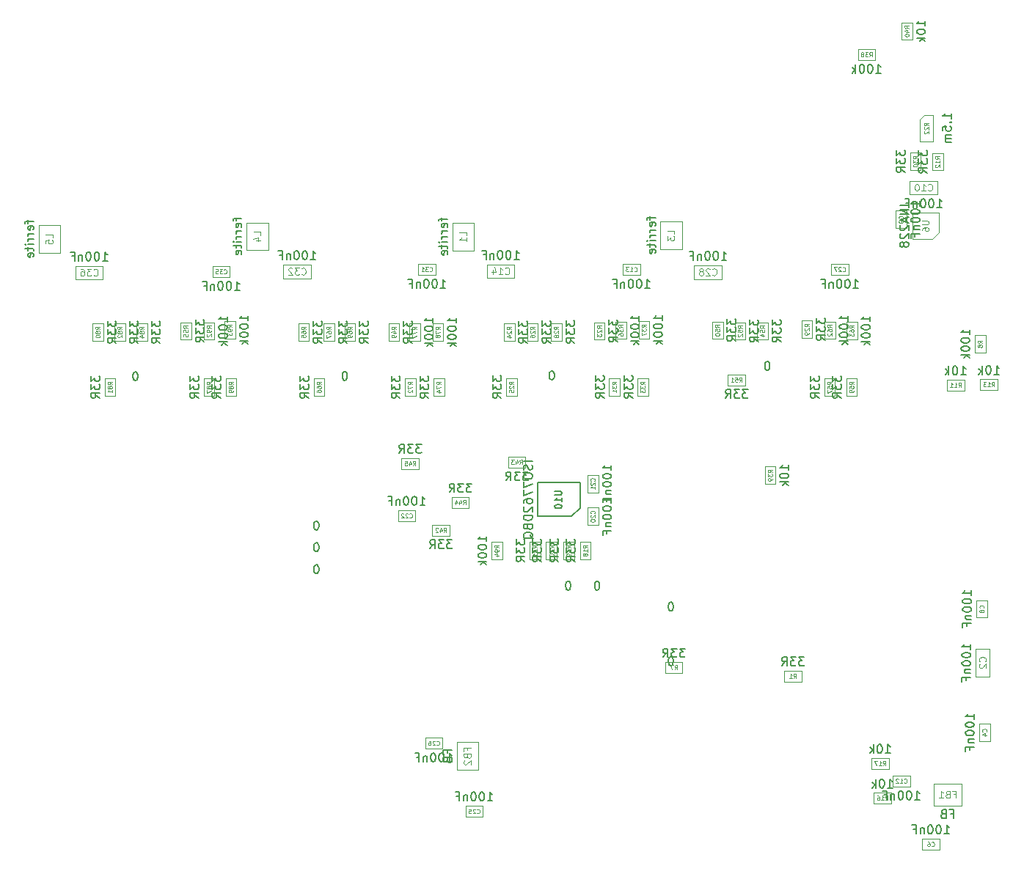
<source format=gbr>
%TF.GenerationSoftware,KiCad,Pcbnew,9.0.2*%
%TF.CreationDate,2025-08-05T21:19:51-07:00*%
%TF.ProjectId,telepresence-bot,74656c65-7072-4657-9365-6e63652d626f,rev?*%
%TF.SameCoordinates,Original*%
%TF.FileFunction,AssemblyDrawing,Bot*%
%FSLAX46Y46*%
G04 Gerber Fmt 4.6, Leading zero omitted, Abs format (unit mm)*
G04 Created by KiCad (PCBNEW 9.0.2) date 2025-08-05 21:19:51*
%MOMM*%
%LPD*%
G01*
G04 APERTURE LIST*
%ADD10C,0.150000*%
%ADD11C,0.080000*%
%ADD12C,0.110000*%
%ADD13C,0.100000*%
%ADD14C,0.120000*%
G04 APERTURE END LIST*
D10*
X65476819Y-55428476D02*
X65476819Y-56047523D01*
X65476819Y-56047523D02*
X65857771Y-55714190D01*
X65857771Y-55714190D02*
X65857771Y-55857047D01*
X65857771Y-55857047D02*
X65905390Y-55952285D01*
X65905390Y-55952285D02*
X65953009Y-55999904D01*
X65953009Y-55999904D02*
X66048247Y-56047523D01*
X66048247Y-56047523D02*
X66286342Y-56047523D01*
X66286342Y-56047523D02*
X66381580Y-55999904D01*
X66381580Y-55999904D02*
X66429200Y-55952285D01*
X66429200Y-55952285D02*
X66476819Y-55857047D01*
X66476819Y-55857047D02*
X66476819Y-55571333D01*
X66476819Y-55571333D02*
X66429200Y-55476095D01*
X66429200Y-55476095D02*
X66381580Y-55428476D01*
X65476819Y-56380857D02*
X65476819Y-56999904D01*
X65476819Y-56999904D02*
X65857771Y-56666571D01*
X65857771Y-56666571D02*
X65857771Y-56809428D01*
X65857771Y-56809428D02*
X65905390Y-56904666D01*
X65905390Y-56904666D02*
X65953009Y-56952285D01*
X65953009Y-56952285D02*
X66048247Y-56999904D01*
X66048247Y-56999904D02*
X66286342Y-56999904D01*
X66286342Y-56999904D02*
X66381580Y-56952285D01*
X66381580Y-56952285D02*
X66429200Y-56904666D01*
X66429200Y-56904666D02*
X66476819Y-56809428D01*
X66476819Y-56809428D02*
X66476819Y-56523714D01*
X66476819Y-56523714D02*
X66429200Y-56428476D01*
X66429200Y-56428476D02*
X66381580Y-56380857D01*
X66476819Y-57999904D02*
X66000628Y-57666571D01*
X66476819Y-57428476D02*
X65476819Y-57428476D01*
X65476819Y-57428476D02*
X65476819Y-57809428D01*
X65476819Y-57809428D02*
X65524438Y-57904666D01*
X65524438Y-57904666D02*
X65572057Y-57952285D01*
X65572057Y-57952285D02*
X65667295Y-57999904D01*
X65667295Y-57999904D02*
X65810152Y-57999904D01*
X65810152Y-57999904D02*
X65905390Y-57952285D01*
X65905390Y-57952285D02*
X65953009Y-57904666D01*
X65953009Y-57904666D02*
X66000628Y-57809428D01*
X66000628Y-57809428D02*
X66000628Y-57428476D01*
D11*
X67899149Y-56416571D02*
X67661054Y-56249905D01*
X67899149Y-56130857D02*
X67399149Y-56130857D01*
X67399149Y-56130857D02*
X67399149Y-56321333D01*
X67399149Y-56321333D02*
X67422959Y-56368952D01*
X67422959Y-56368952D02*
X67446768Y-56392762D01*
X67446768Y-56392762D02*
X67494387Y-56416571D01*
X67494387Y-56416571D02*
X67565816Y-56416571D01*
X67565816Y-56416571D02*
X67613435Y-56392762D01*
X67613435Y-56392762D02*
X67637244Y-56368952D01*
X67637244Y-56368952D02*
X67661054Y-56321333D01*
X67661054Y-56321333D02*
X67661054Y-56130857D01*
X67446768Y-56607048D02*
X67422959Y-56630857D01*
X67422959Y-56630857D02*
X67399149Y-56678476D01*
X67399149Y-56678476D02*
X67399149Y-56797524D01*
X67399149Y-56797524D02*
X67422959Y-56845143D01*
X67422959Y-56845143D02*
X67446768Y-56868952D01*
X67446768Y-56868952D02*
X67494387Y-56892762D01*
X67494387Y-56892762D02*
X67542006Y-56892762D01*
X67542006Y-56892762D02*
X67613435Y-56868952D01*
X67613435Y-56868952D02*
X67899149Y-56583238D01*
X67899149Y-56583238D02*
X67899149Y-56892762D01*
X67399149Y-57345142D02*
X67399149Y-57107047D01*
X67399149Y-57107047D02*
X67637244Y-57083238D01*
X67637244Y-57083238D02*
X67613435Y-57107047D01*
X67613435Y-57107047D02*
X67589625Y-57154666D01*
X67589625Y-57154666D02*
X67589625Y-57273714D01*
X67589625Y-57273714D02*
X67613435Y-57321333D01*
X67613435Y-57321333D02*
X67637244Y-57345142D01*
X67637244Y-57345142D02*
X67684863Y-57368952D01*
X67684863Y-57368952D02*
X67803911Y-57368952D01*
X67803911Y-57368952D02*
X67851530Y-57345142D01*
X67851530Y-57345142D02*
X67875340Y-57321333D01*
X67875340Y-57321333D02*
X67899149Y-57273714D01*
X67899149Y-57273714D02*
X67899149Y-57154666D01*
X67899149Y-57154666D02*
X67875340Y-57107047D01*
X67875340Y-57107047D02*
X67851530Y-57083238D01*
D10*
X72348618Y-54906819D02*
X72253380Y-54906819D01*
X72253380Y-54906819D02*
X72158142Y-54954438D01*
X72158142Y-54954438D02*
X72110523Y-55002057D01*
X72110523Y-55002057D02*
X72062904Y-55097295D01*
X72062904Y-55097295D02*
X72015285Y-55287771D01*
X72015285Y-55287771D02*
X72015285Y-55525866D01*
X72015285Y-55525866D02*
X72062904Y-55716342D01*
X72062904Y-55716342D02*
X72110523Y-55811580D01*
X72110523Y-55811580D02*
X72158142Y-55859200D01*
X72158142Y-55859200D02*
X72253380Y-55906819D01*
X72253380Y-55906819D02*
X72348618Y-55906819D01*
X72348618Y-55906819D02*
X72443856Y-55859200D01*
X72443856Y-55859200D02*
X72491475Y-55811580D01*
X72491475Y-55811580D02*
X72539094Y-55716342D01*
X72539094Y-55716342D02*
X72586713Y-55525866D01*
X72586713Y-55525866D02*
X72586713Y-55287771D01*
X72586713Y-55287771D02*
X72539094Y-55097295D01*
X72539094Y-55097295D02*
X72491475Y-55002057D01*
X72491475Y-55002057D02*
X72443856Y-54954438D01*
X72443856Y-54954438D02*
X72348618Y-54906819D01*
X24298618Y-54981819D02*
X24203380Y-54981819D01*
X24203380Y-54981819D02*
X24108142Y-55029438D01*
X24108142Y-55029438D02*
X24060523Y-55077057D01*
X24060523Y-55077057D02*
X24012904Y-55172295D01*
X24012904Y-55172295D02*
X23965285Y-55362771D01*
X23965285Y-55362771D02*
X23965285Y-55600866D01*
X23965285Y-55600866D02*
X24012904Y-55791342D01*
X24012904Y-55791342D02*
X24060523Y-55886580D01*
X24060523Y-55886580D02*
X24108142Y-55934200D01*
X24108142Y-55934200D02*
X24203380Y-55981819D01*
X24203380Y-55981819D02*
X24298618Y-55981819D01*
X24298618Y-55981819D02*
X24393856Y-55934200D01*
X24393856Y-55934200D02*
X24441475Y-55886580D01*
X24441475Y-55886580D02*
X24489094Y-55791342D01*
X24489094Y-55791342D02*
X24536713Y-55600866D01*
X24536713Y-55600866D02*
X24536713Y-55362771D01*
X24536713Y-55362771D02*
X24489094Y-55172295D01*
X24489094Y-55172295D02*
X24441475Y-55077057D01*
X24441475Y-55077057D02*
X24393856Y-55029438D01*
X24393856Y-55029438D02*
X24298618Y-54981819D01*
X48448618Y-54956819D02*
X48353380Y-54956819D01*
X48353380Y-54956819D02*
X48258142Y-55004438D01*
X48258142Y-55004438D02*
X48210523Y-55052057D01*
X48210523Y-55052057D02*
X48162904Y-55147295D01*
X48162904Y-55147295D02*
X48115285Y-55337771D01*
X48115285Y-55337771D02*
X48115285Y-55575866D01*
X48115285Y-55575866D02*
X48162904Y-55766342D01*
X48162904Y-55766342D02*
X48210523Y-55861580D01*
X48210523Y-55861580D02*
X48258142Y-55909200D01*
X48258142Y-55909200D02*
X48353380Y-55956819D01*
X48353380Y-55956819D02*
X48448618Y-55956819D01*
X48448618Y-55956819D02*
X48543856Y-55909200D01*
X48543856Y-55909200D02*
X48591475Y-55861580D01*
X48591475Y-55861580D02*
X48639094Y-55766342D01*
X48639094Y-55766342D02*
X48686713Y-55575866D01*
X48686713Y-55575866D02*
X48686713Y-55337771D01*
X48686713Y-55337771D02*
X48639094Y-55147295D01*
X48639094Y-55147295D02*
X48591475Y-55052057D01*
X48591475Y-55052057D02*
X48543856Y-55004438D01*
X48543856Y-55004438D02*
X48448618Y-54956819D01*
X97223618Y-53806819D02*
X97128380Y-53806819D01*
X97128380Y-53806819D02*
X97033142Y-53854438D01*
X97033142Y-53854438D02*
X96985523Y-53902057D01*
X96985523Y-53902057D02*
X96937904Y-53997295D01*
X96937904Y-53997295D02*
X96890285Y-54187771D01*
X96890285Y-54187771D02*
X96890285Y-54425866D01*
X96890285Y-54425866D02*
X96937904Y-54616342D01*
X96937904Y-54616342D02*
X96985523Y-54711580D01*
X96985523Y-54711580D02*
X97033142Y-54759200D01*
X97033142Y-54759200D02*
X97128380Y-54806819D01*
X97128380Y-54806819D02*
X97223618Y-54806819D01*
X97223618Y-54806819D02*
X97318856Y-54759200D01*
X97318856Y-54759200D02*
X97366475Y-54711580D01*
X97366475Y-54711580D02*
X97414094Y-54616342D01*
X97414094Y-54616342D02*
X97461713Y-54425866D01*
X97461713Y-54425866D02*
X97461713Y-54187771D01*
X97461713Y-54187771D02*
X97414094Y-53997295D01*
X97414094Y-53997295D02*
X97366475Y-53902057D01*
X97366475Y-53902057D02*
X97318856Y-53854438D01*
X97318856Y-53854438D02*
X97223618Y-53806819D01*
X94935523Y-57031819D02*
X94316476Y-57031819D01*
X94316476Y-57031819D02*
X94649809Y-57412771D01*
X94649809Y-57412771D02*
X94506952Y-57412771D01*
X94506952Y-57412771D02*
X94411714Y-57460390D01*
X94411714Y-57460390D02*
X94364095Y-57508009D01*
X94364095Y-57508009D02*
X94316476Y-57603247D01*
X94316476Y-57603247D02*
X94316476Y-57841342D01*
X94316476Y-57841342D02*
X94364095Y-57936580D01*
X94364095Y-57936580D02*
X94411714Y-57984200D01*
X94411714Y-57984200D02*
X94506952Y-58031819D01*
X94506952Y-58031819D02*
X94792666Y-58031819D01*
X94792666Y-58031819D02*
X94887904Y-57984200D01*
X94887904Y-57984200D02*
X94935523Y-57936580D01*
X93983142Y-57031819D02*
X93364095Y-57031819D01*
X93364095Y-57031819D02*
X93697428Y-57412771D01*
X93697428Y-57412771D02*
X93554571Y-57412771D01*
X93554571Y-57412771D02*
X93459333Y-57460390D01*
X93459333Y-57460390D02*
X93411714Y-57508009D01*
X93411714Y-57508009D02*
X93364095Y-57603247D01*
X93364095Y-57603247D02*
X93364095Y-57841342D01*
X93364095Y-57841342D02*
X93411714Y-57936580D01*
X93411714Y-57936580D02*
X93459333Y-57984200D01*
X93459333Y-57984200D02*
X93554571Y-58031819D01*
X93554571Y-58031819D02*
X93840285Y-58031819D01*
X93840285Y-58031819D02*
X93935523Y-57984200D01*
X93935523Y-57984200D02*
X93983142Y-57936580D01*
X92364095Y-58031819D02*
X92697428Y-57555628D01*
X92935523Y-58031819D02*
X92935523Y-57031819D01*
X92935523Y-57031819D02*
X92554571Y-57031819D01*
X92554571Y-57031819D02*
X92459333Y-57079438D01*
X92459333Y-57079438D02*
X92411714Y-57127057D01*
X92411714Y-57127057D02*
X92364095Y-57222295D01*
X92364095Y-57222295D02*
X92364095Y-57365152D01*
X92364095Y-57365152D02*
X92411714Y-57460390D01*
X92411714Y-57460390D02*
X92459333Y-57508009D01*
X92459333Y-57508009D02*
X92554571Y-57555628D01*
X92554571Y-57555628D02*
X92935523Y-57555628D01*
D11*
X93947428Y-56154149D02*
X94114094Y-55916054D01*
X94233142Y-56154149D02*
X94233142Y-55654149D01*
X94233142Y-55654149D02*
X94042666Y-55654149D01*
X94042666Y-55654149D02*
X93995047Y-55677959D01*
X93995047Y-55677959D02*
X93971237Y-55701768D01*
X93971237Y-55701768D02*
X93947428Y-55749387D01*
X93947428Y-55749387D02*
X93947428Y-55820816D01*
X93947428Y-55820816D02*
X93971237Y-55868435D01*
X93971237Y-55868435D02*
X93995047Y-55892244D01*
X93995047Y-55892244D02*
X94042666Y-55916054D01*
X94042666Y-55916054D02*
X94233142Y-55916054D01*
X93495047Y-55654149D02*
X93733142Y-55654149D01*
X93733142Y-55654149D02*
X93756951Y-55892244D01*
X93756951Y-55892244D02*
X93733142Y-55868435D01*
X93733142Y-55868435D02*
X93685523Y-55844625D01*
X93685523Y-55844625D02*
X93566475Y-55844625D01*
X93566475Y-55844625D02*
X93518856Y-55868435D01*
X93518856Y-55868435D02*
X93495047Y-55892244D01*
X93495047Y-55892244D02*
X93471237Y-55939863D01*
X93471237Y-55939863D02*
X93471237Y-56058911D01*
X93471237Y-56058911D02*
X93495047Y-56106530D01*
X93495047Y-56106530D02*
X93518856Y-56130340D01*
X93518856Y-56130340D02*
X93566475Y-56154149D01*
X93566475Y-56154149D02*
X93685523Y-56154149D01*
X93685523Y-56154149D02*
X93733142Y-56130340D01*
X93733142Y-56130340D02*
X93756951Y-56106530D01*
X92995047Y-56154149D02*
X93280761Y-56154149D01*
X93137904Y-56154149D02*
X93137904Y-55654149D01*
X93137904Y-55654149D02*
X93185523Y-55725578D01*
X93185523Y-55725578D02*
X93233142Y-55773197D01*
X93233142Y-55773197D02*
X93280761Y-55797006D01*
D10*
X113480819Y-35746048D02*
X112480819Y-35746048D01*
X113480819Y-36222238D02*
X112480819Y-36222238D01*
X112480819Y-36222238D02*
X113480819Y-36793666D01*
X113480819Y-36793666D02*
X112480819Y-36793666D01*
X113195104Y-37222238D02*
X113195104Y-37698428D01*
X113480819Y-37127000D02*
X112480819Y-37460333D01*
X112480819Y-37460333D02*
X113480819Y-37793666D01*
X112576057Y-38079381D02*
X112528438Y-38127000D01*
X112528438Y-38127000D02*
X112480819Y-38222238D01*
X112480819Y-38222238D02*
X112480819Y-38460333D01*
X112480819Y-38460333D02*
X112528438Y-38555571D01*
X112528438Y-38555571D02*
X112576057Y-38603190D01*
X112576057Y-38603190D02*
X112671295Y-38650809D01*
X112671295Y-38650809D02*
X112766533Y-38650809D01*
X112766533Y-38650809D02*
X112909390Y-38603190D01*
X112909390Y-38603190D02*
X113480819Y-38031762D01*
X113480819Y-38031762D02*
X113480819Y-38650809D01*
X112576057Y-39031762D02*
X112528438Y-39079381D01*
X112528438Y-39079381D02*
X112480819Y-39174619D01*
X112480819Y-39174619D02*
X112480819Y-39412714D01*
X112480819Y-39412714D02*
X112528438Y-39507952D01*
X112528438Y-39507952D02*
X112576057Y-39555571D01*
X112576057Y-39555571D02*
X112671295Y-39603190D01*
X112671295Y-39603190D02*
X112766533Y-39603190D01*
X112766533Y-39603190D02*
X112909390Y-39555571D01*
X112909390Y-39555571D02*
X113480819Y-38984143D01*
X113480819Y-38984143D02*
X113480819Y-39603190D01*
X112909390Y-40174619D02*
X112861771Y-40079381D01*
X112861771Y-40079381D02*
X112814152Y-40031762D01*
X112814152Y-40031762D02*
X112718914Y-39984143D01*
X112718914Y-39984143D02*
X112671295Y-39984143D01*
X112671295Y-39984143D02*
X112576057Y-40031762D01*
X112576057Y-40031762D02*
X112528438Y-40079381D01*
X112528438Y-40079381D02*
X112480819Y-40174619D01*
X112480819Y-40174619D02*
X112480819Y-40365095D01*
X112480819Y-40365095D02*
X112528438Y-40460333D01*
X112528438Y-40460333D02*
X112576057Y-40507952D01*
X112576057Y-40507952D02*
X112671295Y-40555571D01*
X112671295Y-40555571D02*
X112718914Y-40555571D01*
X112718914Y-40555571D02*
X112814152Y-40507952D01*
X112814152Y-40507952D02*
X112861771Y-40460333D01*
X112861771Y-40460333D02*
X112909390Y-40365095D01*
X112909390Y-40365095D02*
X112909390Y-40174619D01*
X112909390Y-40174619D02*
X112957009Y-40079381D01*
X112957009Y-40079381D02*
X113004628Y-40031762D01*
X113004628Y-40031762D02*
X113099866Y-39984143D01*
X113099866Y-39984143D02*
X113290342Y-39984143D01*
X113290342Y-39984143D02*
X113385580Y-40031762D01*
X113385580Y-40031762D02*
X113433200Y-40079381D01*
X113433200Y-40079381D02*
X113480819Y-40174619D01*
X113480819Y-40174619D02*
X113480819Y-40365095D01*
X113480819Y-40365095D02*
X113433200Y-40460333D01*
X113433200Y-40460333D02*
X113385580Y-40507952D01*
X113385580Y-40507952D02*
X113290342Y-40555571D01*
X113290342Y-40555571D02*
X113099866Y-40555571D01*
X113099866Y-40555571D02*
X113004628Y-40507952D01*
X113004628Y-40507952D02*
X112957009Y-40460333D01*
X112957009Y-40460333D02*
X112909390Y-40365095D01*
D12*
X115067244Y-37555571D02*
X115674387Y-37555571D01*
X115674387Y-37555571D02*
X115745815Y-37591285D01*
X115745815Y-37591285D02*
X115781530Y-37627000D01*
X115781530Y-37627000D02*
X115817244Y-37698428D01*
X115817244Y-37698428D02*
X115817244Y-37841285D01*
X115817244Y-37841285D02*
X115781530Y-37912714D01*
X115781530Y-37912714D02*
X115745815Y-37948428D01*
X115745815Y-37948428D02*
X115674387Y-37984142D01*
X115674387Y-37984142D02*
X115067244Y-37984142D01*
X115067244Y-38662714D02*
X115067244Y-38519856D01*
X115067244Y-38519856D02*
X115102958Y-38448428D01*
X115102958Y-38448428D02*
X115138672Y-38412714D01*
X115138672Y-38412714D02*
X115245815Y-38341285D01*
X115245815Y-38341285D02*
X115388672Y-38305571D01*
X115388672Y-38305571D02*
X115674387Y-38305571D01*
X115674387Y-38305571D02*
X115745815Y-38341285D01*
X115745815Y-38341285D02*
X115781530Y-38376999D01*
X115781530Y-38376999D02*
X115817244Y-38448428D01*
X115817244Y-38448428D02*
X115817244Y-38591285D01*
X115817244Y-38591285D02*
X115781530Y-38662714D01*
X115781530Y-38662714D02*
X115745815Y-38698428D01*
X115745815Y-38698428D02*
X115674387Y-38734142D01*
X115674387Y-38734142D02*
X115495815Y-38734142D01*
X115495815Y-38734142D02*
X115424387Y-38698428D01*
X115424387Y-38698428D02*
X115388672Y-38662714D01*
X115388672Y-38662714D02*
X115352958Y-38591285D01*
X115352958Y-38591285D02*
X115352958Y-38448428D01*
X115352958Y-38448428D02*
X115388672Y-38376999D01*
X115388672Y-38376999D02*
X115424387Y-38341285D01*
X115424387Y-38341285D02*
X115495815Y-38305571D01*
D10*
X37264819Y-49078571D02*
X37264819Y-48507143D01*
X37264819Y-48792857D02*
X36264819Y-48792857D01*
X36264819Y-48792857D02*
X36407676Y-48697619D01*
X36407676Y-48697619D02*
X36502914Y-48602381D01*
X36502914Y-48602381D02*
X36550533Y-48507143D01*
X36264819Y-49697619D02*
X36264819Y-49792857D01*
X36264819Y-49792857D02*
X36312438Y-49888095D01*
X36312438Y-49888095D02*
X36360057Y-49935714D01*
X36360057Y-49935714D02*
X36455295Y-49983333D01*
X36455295Y-49983333D02*
X36645771Y-50030952D01*
X36645771Y-50030952D02*
X36883866Y-50030952D01*
X36883866Y-50030952D02*
X37074342Y-49983333D01*
X37074342Y-49983333D02*
X37169580Y-49935714D01*
X37169580Y-49935714D02*
X37217200Y-49888095D01*
X37217200Y-49888095D02*
X37264819Y-49792857D01*
X37264819Y-49792857D02*
X37264819Y-49697619D01*
X37264819Y-49697619D02*
X37217200Y-49602381D01*
X37217200Y-49602381D02*
X37169580Y-49554762D01*
X37169580Y-49554762D02*
X37074342Y-49507143D01*
X37074342Y-49507143D02*
X36883866Y-49459524D01*
X36883866Y-49459524D02*
X36645771Y-49459524D01*
X36645771Y-49459524D02*
X36455295Y-49507143D01*
X36455295Y-49507143D02*
X36360057Y-49554762D01*
X36360057Y-49554762D02*
X36312438Y-49602381D01*
X36312438Y-49602381D02*
X36264819Y-49697619D01*
X36264819Y-50650000D02*
X36264819Y-50745238D01*
X36264819Y-50745238D02*
X36312438Y-50840476D01*
X36312438Y-50840476D02*
X36360057Y-50888095D01*
X36360057Y-50888095D02*
X36455295Y-50935714D01*
X36455295Y-50935714D02*
X36645771Y-50983333D01*
X36645771Y-50983333D02*
X36883866Y-50983333D01*
X36883866Y-50983333D02*
X37074342Y-50935714D01*
X37074342Y-50935714D02*
X37169580Y-50888095D01*
X37169580Y-50888095D02*
X37217200Y-50840476D01*
X37217200Y-50840476D02*
X37264819Y-50745238D01*
X37264819Y-50745238D02*
X37264819Y-50650000D01*
X37264819Y-50650000D02*
X37217200Y-50554762D01*
X37217200Y-50554762D02*
X37169580Y-50507143D01*
X37169580Y-50507143D02*
X37074342Y-50459524D01*
X37074342Y-50459524D02*
X36883866Y-50411905D01*
X36883866Y-50411905D02*
X36645771Y-50411905D01*
X36645771Y-50411905D02*
X36455295Y-50459524D01*
X36455295Y-50459524D02*
X36360057Y-50507143D01*
X36360057Y-50507143D02*
X36312438Y-50554762D01*
X36312438Y-50554762D02*
X36264819Y-50650000D01*
X37264819Y-51411905D02*
X36264819Y-51411905D01*
X36883866Y-51507143D02*
X37264819Y-51792857D01*
X36598152Y-51792857D02*
X36979104Y-51411905D01*
D11*
X35387149Y-49828571D02*
X35149054Y-49661905D01*
X35387149Y-49542857D02*
X34887149Y-49542857D01*
X34887149Y-49542857D02*
X34887149Y-49733333D01*
X34887149Y-49733333D02*
X34910959Y-49780952D01*
X34910959Y-49780952D02*
X34934768Y-49804762D01*
X34934768Y-49804762D02*
X34982387Y-49828571D01*
X34982387Y-49828571D02*
X35053816Y-49828571D01*
X35053816Y-49828571D02*
X35101435Y-49804762D01*
X35101435Y-49804762D02*
X35125244Y-49780952D01*
X35125244Y-49780952D02*
X35149054Y-49733333D01*
X35149054Y-49733333D02*
X35149054Y-49542857D01*
X35387149Y-50066667D02*
X35387149Y-50161905D01*
X35387149Y-50161905D02*
X35363340Y-50209524D01*
X35363340Y-50209524D02*
X35339530Y-50233333D01*
X35339530Y-50233333D02*
X35268101Y-50280952D01*
X35268101Y-50280952D02*
X35172863Y-50304762D01*
X35172863Y-50304762D02*
X34982387Y-50304762D01*
X34982387Y-50304762D02*
X34934768Y-50280952D01*
X34934768Y-50280952D02*
X34910959Y-50257143D01*
X34910959Y-50257143D02*
X34887149Y-50209524D01*
X34887149Y-50209524D02*
X34887149Y-50114286D01*
X34887149Y-50114286D02*
X34910959Y-50066667D01*
X34910959Y-50066667D02*
X34934768Y-50042857D01*
X34934768Y-50042857D02*
X34982387Y-50019048D01*
X34982387Y-50019048D02*
X35101435Y-50019048D01*
X35101435Y-50019048D02*
X35149054Y-50042857D01*
X35149054Y-50042857D02*
X35172863Y-50066667D01*
X35172863Y-50066667D02*
X35196673Y-50114286D01*
X35196673Y-50114286D02*
X35196673Y-50209524D01*
X35196673Y-50209524D02*
X35172863Y-50257143D01*
X35172863Y-50257143D02*
X35149054Y-50280952D01*
X35149054Y-50280952D02*
X35101435Y-50304762D01*
X34887149Y-50471428D02*
X34887149Y-50780952D01*
X34887149Y-50780952D02*
X35077625Y-50614285D01*
X35077625Y-50614285D02*
X35077625Y-50685714D01*
X35077625Y-50685714D02*
X35101435Y-50733333D01*
X35101435Y-50733333D02*
X35125244Y-50757142D01*
X35125244Y-50757142D02*
X35172863Y-50780952D01*
X35172863Y-50780952D02*
X35291911Y-50780952D01*
X35291911Y-50780952D02*
X35339530Y-50757142D01*
X35339530Y-50757142D02*
X35363340Y-50733333D01*
X35363340Y-50733333D02*
X35387149Y-50685714D01*
X35387149Y-50685714D02*
X35387149Y-50542857D01*
X35387149Y-50542857D02*
X35363340Y-50495238D01*
X35363340Y-50495238D02*
X35339530Y-50471428D01*
D10*
X87699123Y-86943819D02*
X87080076Y-86943819D01*
X87080076Y-86943819D02*
X87413409Y-87324771D01*
X87413409Y-87324771D02*
X87270552Y-87324771D01*
X87270552Y-87324771D02*
X87175314Y-87372390D01*
X87175314Y-87372390D02*
X87127695Y-87420009D01*
X87127695Y-87420009D02*
X87080076Y-87515247D01*
X87080076Y-87515247D02*
X87080076Y-87753342D01*
X87080076Y-87753342D02*
X87127695Y-87848580D01*
X87127695Y-87848580D02*
X87175314Y-87896200D01*
X87175314Y-87896200D02*
X87270552Y-87943819D01*
X87270552Y-87943819D02*
X87556266Y-87943819D01*
X87556266Y-87943819D02*
X87651504Y-87896200D01*
X87651504Y-87896200D02*
X87699123Y-87848580D01*
X86746742Y-86943819D02*
X86127695Y-86943819D01*
X86127695Y-86943819D02*
X86461028Y-87324771D01*
X86461028Y-87324771D02*
X86318171Y-87324771D01*
X86318171Y-87324771D02*
X86222933Y-87372390D01*
X86222933Y-87372390D02*
X86175314Y-87420009D01*
X86175314Y-87420009D02*
X86127695Y-87515247D01*
X86127695Y-87515247D02*
X86127695Y-87753342D01*
X86127695Y-87753342D02*
X86175314Y-87848580D01*
X86175314Y-87848580D02*
X86222933Y-87896200D01*
X86222933Y-87896200D02*
X86318171Y-87943819D01*
X86318171Y-87943819D02*
X86603885Y-87943819D01*
X86603885Y-87943819D02*
X86699123Y-87896200D01*
X86699123Y-87896200D02*
X86746742Y-87848580D01*
X85127695Y-87943819D02*
X85461028Y-87467628D01*
X85699123Y-87943819D02*
X85699123Y-86943819D01*
X85699123Y-86943819D02*
X85318171Y-86943819D01*
X85318171Y-86943819D02*
X85222933Y-86991438D01*
X85222933Y-86991438D02*
X85175314Y-87039057D01*
X85175314Y-87039057D02*
X85127695Y-87134295D01*
X85127695Y-87134295D02*
X85127695Y-87277152D01*
X85127695Y-87277152D02*
X85175314Y-87372390D01*
X85175314Y-87372390D02*
X85222933Y-87420009D01*
X85222933Y-87420009D02*
X85318171Y-87467628D01*
X85318171Y-87467628D02*
X85699123Y-87467628D01*
D11*
X86472933Y-89366149D02*
X86639599Y-89128054D01*
X86758647Y-89366149D02*
X86758647Y-88866149D01*
X86758647Y-88866149D02*
X86568171Y-88866149D01*
X86568171Y-88866149D02*
X86520552Y-88889959D01*
X86520552Y-88889959D02*
X86496742Y-88913768D01*
X86496742Y-88913768D02*
X86472933Y-88961387D01*
X86472933Y-88961387D02*
X86472933Y-89032816D01*
X86472933Y-89032816D02*
X86496742Y-89080435D01*
X86496742Y-89080435D02*
X86520552Y-89104244D01*
X86520552Y-89104244D02*
X86568171Y-89128054D01*
X86568171Y-89128054D02*
X86758647Y-89128054D01*
X86306266Y-88866149D02*
X85972933Y-88866149D01*
X85972933Y-88866149D02*
X86187218Y-89366149D01*
D10*
X55187819Y-49094476D02*
X55187819Y-49713523D01*
X55187819Y-49713523D02*
X55568771Y-49380190D01*
X55568771Y-49380190D02*
X55568771Y-49523047D01*
X55568771Y-49523047D02*
X55616390Y-49618285D01*
X55616390Y-49618285D02*
X55664009Y-49665904D01*
X55664009Y-49665904D02*
X55759247Y-49713523D01*
X55759247Y-49713523D02*
X55997342Y-49713523D01*
X55997342Y-49713523D02*
X56092580Y-49665904D01*
X56092580Y-49665904D02*
X56140200Y-49618285D01*
X56140200Y-49618285D02*
X56187819Y-49523047D01*
X56187819Y-49523047D02*
X56187819Y-49237333D01*
X56187819Y-49237333D02*
X56140200Y-49142095D01*
X56140200Y-49142095D02*
X56092580Y-49094476D01*
X55187819Y-50046857D02*
X55187819Y-50665904D01*
X55187819Y-50665904D02*
X55568771Y-50332571D01*
X55568771Y-50332571D02*
X55568771Y-50475428D01*
X55568771Y-50475428D02*
X55616390Y-50570666D01*
X55616390Y-50570666D02*
X55664009Y-50618285D01*
X55664009Y-50618285D02*
X55759247Y-50665904D01*
X55759247Y-50665904D02*
X55997342Y-50665904D01*
X55997342Y-50665904D02*
X56092580Y-50618285D01*
X56092580Y-50618285D02*
X56140200Y-50570666D01*
X56140200Y-50570666D02*
X56187819Y-50475428D01*
X56187819Y-50475428D02*
X56187819Y-50189714D01*
X56187819Y-50189714D02*
X56140200Y-50094476D01*
X56140200Y-50094476D02*
X56092580Y-50046857D01*
X56187819Y-51665904D02*
X55711628Y-51332571D01*
X56187819Y-51094476D02*
X55187819Y-51094476D01*
X55187819Y-51094476D02*
X55187819Y-51475428D01*
X55187819Y-51475428D02*
X55235438Y-51570666D01*
X55235438Y-51570666D02*
X55283057Y-51618285D01*
X55283057Y-51618285D02*
X55378295Y-51665904D01*
X55378295Y-51665904D02*
X55521152Y-51665904D01*
X55521152Y-51665904D02*
X55616390Y-51618285D01*
X55616390Y-51618285D02*
X55664009Y-51570666D01*
X55664009Y-51570666D02*
X55711628Y-51475428D01*
X55711628Y-51475428D02*
X55711628Y-51094476D01*
D11*
X54310149Y-50082571D02*
X54072054Y-49915905D01*
X54310149Y-49796857D02*
X53810149Y-49796857D01*
X53810149Y-49796857D02*
X53810149Y-49987333D01*
X53810149Y-49987333D02*
X53833959Y-50034952D01*
X53833959Y-50034952D02*
X53857768Y-50058762D01*
X53857768Y-50058762D02*
X53905387Y-50082571D01*
X53905387Y-50082571D02*
X53976816Y-50082571D01*
X53976816Y-50082571D02*
X54024435Y-50058762D01*
X54024435Y-50058762D02*
X54048244Y-50034952D01*
X54048244Y-50034952D02*
X54072054Y-49987333D01*
X54072054Y-49987333D02*
X54072054Y-49796857D01*
X53976816Y-50511143D02*
X54310149Y-50511143D01*
X53786340Y-50392095D02*
X54143482Y-50273048D01*
X54143482Y-50273048D02*
X54143482Y-50582571D01*
X54310149Y-50796857D02*
X54310149Y-50892095D01*
X54310149Y-50892095D02*
X54286340Y-50939714D01*
X54286340Y-50939714D02*
X54262530Y-50963523D01*
X54262530Y-50963523D02*
X54191101Y-51011142D01*
X54191101Y-51011142D02*
X54095863Y-51034952D01*
X54095863Y-51034952D02*
X53905387Y-51034952D01*
X53905387Y-51034952D02*
X53857768Y-51011142D01*
X53857768Y-51011142D02*
X53833959Y-50987333D01*
X53833959Y-50987333D02*
X53810149Y-50939714D01*
X53810149Y-50939714D02*
X53810149Y-50844476D01*
X53810149Y-50844476D02*
X53833959Y-50796857D01*
X53833959Y-50796857D02*
X53857768Y-50773047D01*
X53857768Y-50773047D02*
X53905387Y-50749238D01*
X53905387Y-50749238D02*
X54024435Y-50749238D01*
X54024435Y-50749238D02*
X54072054Y-50773047D01*
X54072054Y-50773047D02*
X54095863Y-50796857D01*
X54095863Y-50796857D02*
X54119673Y-50844476D01*
X54119673Y-50844476D02*
X54119673Y-50939714D01*
X54119673Y-50939714D02*
X54095863Y-50987333D01*
X54095863Y-50987333D02*
X54072054Y-51011142D01*
X54072054Y-51011142D02*
X54024435Y-51034952D01*
D10*
X34851819Y-49205571D02*
X34851819Y-48634143D01*
X34851819Y-48919857D02*
X33851819Y-48919857D01*
X33851819Y-48919857D02*
X33994676Y-48824619D01*
X33994676Y-48824619D02*
X34089914Y-48729381D01*
X34089914Y-48729381D02*
X34137533Y-48634143D01*
X33851819Y-49824619D02*
X33851819Y-49919857D01*
X33851819Y-49919857D02*
X33899438Y-50015095D01*
X33899438Y-50015095D02*
X33947057Y-50062714D01*
X33947057Y-50062714D02*
X34042295Y-50110333D01*
X34042295Y-50110333D02*
X34232771Y-50157952D01*
X34232771Y-50157952D02*
X34470866Y-50157952D01*
X34470866Y-50157952D02*
X34661342Y-50110333D01*
X34661342Y-50110333D02*
X34756580Y-50062714D01*
X34756580Y-50062714D02*
X34804200Y-50015095D01*
X34804200Y-50015095D02*
X34851819Y-49919857D01*
X34851819Y-49919857D02*
X34851819Y-49824619D01*
X34851819Y-49824619D02*
X34804200Y-49729381D01*
X34804200Y-49729381D02*
X34756580Y-49681762D01*
X34756580Y-49681762D02*
X34661342Y-49634143D01*
X34661342Y-49634143D02*
X34470866Y-49586524D01*
X34470866Y-49586524D02*
X34232771Y-49586524D01*
X34232771Y-49586524D02*
X34042295Y-49634143D01*
X34042295Y-49634143D02*
X33947057Y-49681762D01*
X33947057Y-49681762D02*
X33899438Y-49729381D01*
X33899438Y-49729381D02*
X33851819Y-49824619D01*
X33851819Y-50777000D02*
X33851819Y-50872238D01*
X33851819Y-50872238D02*
X33899438Y-50967476D01*
X33899438Y-50967476D02*
X33947057Y-51015095D01*
X33947057Y-51015095D02*
X34042295Y-51062714D01*
X34042295Y-51062714D02*
X34232771Y-51110333D01*
X34232771Y-51110333D02*
X34470866Y-51110333D01*
X34470866Y-51110333D02*
X34661342Y-51062714D01*
X34661342Y-51062714D02*
X34756580Y-51015095D01*
X34756580Y-51015095D02*
X34804200Y-50967476D01*
X34804200Y-50967476D02*
X34851819Y-50872238D01*
X34851819Y-50872238D02*
X34851819Y-50777000D01*
X34851819Y-50777000D02*
X34804200Y-50681762D01*
X34804200Y-50681762D02*
X34756580Y-50634143D01*
X34756580Y-50634143D02*
X34661342Y-50586524D01*
X34661342Y-50586524D02*
X34470866Y-50538905D01*
X34470866Y-50538905D02*
X34232771Y-50538905D01*
X34232771Y-50538905D02*
X34042295Y-50586524D01*
X34042295Y-50586524D02*
X33947057Y-50634143D01*
X33947057Y-50634143D02*
X33899438Y-50681762D01*
X33899438Y-50681762D02*
X33851819Y-50777000D01*
X34851819Y-51538905D02*
X33851819Y-51538905D01*
X34470866Y-51634143D02*
X34851819Y-51919857D01*
X34185152Y-51919857D02*
X34566104Y-51538905D01*
D11*
X32974149Y-49955571D02*
X32736054Y-49788905D01*
X32974149Y-49669857D02*
X32474149Y-49669857D01*
X32474149Y-49669857D02*
X32474149Y-49860333D01*
X32474149Y-49860333D02*
X32497959Y-49907952D01*
X32497959Y-49907952D02*
X32521768Y-49931762D01*
X32521768Y-49931762D02*
X32569387Y-49955571D01*
X32569387Y-49955571D02*
X32640816Y-49955571D01*
X32640816Y-49955571D02*
X32688435Y-49931762D01*
X32688435Y-49931762D02*
X32712244Y-49907952D01*
X32712244Y-49907952D02*
X32736054Y-49860333D01*
X32736054Y-49860333D02*
X32736054Y-49669857D01*
X32974149Y-50193667D02*
X32974149Y-50288905D01*
X32974149Y-50288905D02*
X32950340Y-50336524D01*
X32950340Y-50336524D02*
X32926530Y-50360333D01*
X32926530Y-50360333D02*
X32855101Y-50407952D01*
X32855101Y-50407952D02*
X32759863Y-50431762D01*
X32759863Y-50431762D02*
X32569387Y-50431762D01*
X32569387Y-50431762D02*
X32521768Y-50407952D01*
X32521768Y-50407952D02*
X32497959Y-50384143D01*
X32497959Y-50384143D02*
X32474149Y-50336524D01*
X32474149Y-50336524D02*
X32474149Y-50241286D01*
X32474149Y-50241286D02*
X32497959Y-50193667D01*
X32497959Y-50193667D02*
X32521768Y-50169857D01*
X32521768Y-50169857D02*
X32569387Y-50146048D01*
X32569387Y-50146048D02*
X32688435Y-50146048D01*
X32688435Y-50146048D02*
X32736054Y-50169857D01*
X32736054Y-50169857D02*
X32759863Y-50193667D01*
X32759863Y-50193667D02*
X32783673Y-50241286D01*
X32783673Y-50241286D02*
X32783673Y-50336524D01*
X32783673Y-50336524D02*
X32759863Y-50384143D01*
X32759863Y-50384143D02*
X32736054Y-50407952D01*
X32736054Y-50407952D02*
X32688435Y-50431762D01*
X32521768Y-50622238D02*
X32497959Y-50646047D01*
X32497959Y-50646047D02*
X32474149Y-50693666D01*
X32474149Y-50693666D02*
X32474149Y-50812714D01*
X32474149Y-50812714D02*
X32497959Y-50860333D01*
X32497959Y-50860333D02*
X32521768Y-50884142D01*
X32521768Y-50884142D02*
X32569387Y-50907952D01*
X32569387Y-50907952D02*
X32617006Y-50907952D01*
X32617006Y-50907952D02*
X32688435Y-50884142D01*
X32688435Y-50884142D02*
X32974149Y-50598428D01*
X32974149Y-50598428D02*
X32974149Y-50907952D01*
D10*
X63061123Y-67893819D02*
X62442076Y-67893819D01*
X62442076Y-67893819D02*
X62775409Y-68274771D01*
X62775409Y-68274771D02*
X62632552Y-68274771D01*
X62632552Y-68274771D02*
X62537314Y-68322390D01*
X62537314Y-68322390D02*
X62489695Y-68370009D01*
X62489695Y-68370009D02*
X62442076Y-68465247D01*
X62442076Y-68465247D02*
X62442076Y-68703342D01*
X62442076Y-68703342D02*
X62489695Y-68798580D01*
X62489695Y-68798580D02*
X62537314Y-68846200D01*
X62537314Y-68846200D02*
X62632552Y-68893819D01*
X62632552Y-68893819D02*
X62918266Y-68893819D01*
X62918266Y-68893819D02*
X63013504Y-68846200D01*
X63013504Y-68846200D02*
X63061123Y-68798580D01*
X62108742Y-67893819D02*
X61489695Y-67893819D01*
X61489695Y-67893819D02*
X61823028Y-68274771D01*
X61823028Y-68274771D02*
X61680171Y-68274771D01*
X61680171Y-68274771D02*
X61584933Y-68322390D01*
X61584933Y-68322390D02*
X61537314Y-68370009D01*
X61537314Y-68370009D02*
X61489695Y-68465247D01*
X61489695Y-68465247D02*
X61489695Y-68703342D01*
X61489695Y-68703342D02*
X61537314Y-68798580D01*
X61537314Y-68798580D02*
X61584933Y-68846200D01*
X61584933Y-68846200D02*
X61680171Y-68893819D01*
X61680171Y-68893819D02*
X61965885Y-68893819D01*
X61965885Y-68893819D02*
X62061123Y-68846200D01*
X62061123Y-68846200D02*
X62108742Y-68798580D01*
X60489695Y-68893819D02*
X60823028Y-68417628D01*
X61061123Y-68893819D02*
X61061123Y-67893819D01*
X61061123Y-67893819D02*
X60680171Y-67893819D01*
X60680171Y-67893819D02*
X60584933Y-67941438D01*
X60584933Y-67941438D02*
X60537314Y-67989057D01*
X60537314Y-67989057D02*
X60489695Y-68084295D01*
X60489695Y-68084295D02*
X60489695Y-68227152D01*
X60489695Y-68227152D02*
X60537314Y-68322390D01*
X60537314Y-68322390D02*
X60584933Y-68370009D01*
X60584933Y-68370009D02*
X60680171Y-68417628D01*
X60680171Y-68417628D02*
X61061123Y-68417628D01*
D11*
X62073028Y-70316149D02*
X62239694Y-70078054D01*
X62358742Y-70316149D02*
X62358742Y-69816149D01*
X62358742Y-69816149D02*
X62168266Y-69816149D01*
X62168266Y-69816149D02*
X62120647Y-69839959D01*
X62120647Y-69839959D02*
X62096837Y-69863768D01*
X62096837Y-69863768D02*
X62073028Y-69911387D01*
X62073028Y-69911387D02*
X62073028Y-69982816D01*
X62073028Y-69982816D02*
X62096837Y-70030435D01*
X62096837Y-70030435D02*
X62120647Y-70054244D01*
X62120647Y-70054244D02*
X62168266Y-70078054D01*
X62168266Y-70078054D02*
X62358742Y-70078054D01*
X61644456Y-69982816D02*
X61644456Y-70316149D01*
X61763504Y-69792340D02*
X61882551Y-70149482D01*
X61882551Y-70149482D02*
X61573028Y-70149482D01*
X61168266Y-69982816D02*
X61168266Y-70316149D01*
X61287314Y-69792340D02*
X61406361Y-70149482D01*
X61406361Y-70149482D02*
X61096838Y-70149482D01*
D10*
X69585523Y-66531819D02*
X68966476Y-66531819D01*
X68966476Y-66531819D02*
X69299809Y-66912771D01*
X69299809Y-66912771D02*
X69156952Y-66912771D01*
X69156952Y-66912771D02*
X69061714Y-66960390D01*
X69061714Y-66960390D02*
X69014095Y-67008009D01*
X69014095Y-67008009D02*
X68966476Y-67103247D01*
X68966476Y-67103247D02*
X68966476Y-67341342D01*
X68966476Y-67341342D02*
X69014095Y-67436580D01*
X69014095Y-67436580D02*
X69061714Y-67484200D01*
X69061714Y-67484200D02*
X69156952Y-67531819D01*
X69156952Y-67531819D02*
X69442666Y-67531819D01*
X69442666Y-67531819D02*
X69537904Y-67484200D01*
X69537904Y-67484200D02*
X69585523Y-67436580D01*
X68633142Y-66531819D02*
X68014095Y-66531819D01*
X68014095Y-66531819D02*
X68347428Y-66912771D01*
X68347428Y-66912771D02*
X68204571Y-66912771D01*
X68204571Y-66912771D02*
X68109333Y-66960390D01*
X68109333Y-66960390D02*
X68061714Y-67008009D01*
X68061714Y-67008009D02*
X68014095Y-67103247D01*
X68014095Y-67103247D02*
X68014095Y-67341342D01*
X68014095Y-67341342D02*
X68061714Y-67436580D01*
X68061714Y-67436580D02*
X68109333Y-67484200D01*
X68109333Y-67484200D02*
X68204571Y-67531819D01*
X68204571Y-67531819D02*
X68490285Y-67531819D01*
X68490285Y-67531819D02*
X68585523Y-67484200D01*
X68585523Y-67484200D02*
X68633142Y-67436580D01*
X67014095Y-67531819D02*
X67347428Y-67055628D01*
X67585523Y-67531819D02*
X67585523Y-66531819D01*
X67585523Y-66531819D02*
X67204571Y-66531819D01*
X67204571Y-66531819D02*
X67109333Y-66579438D01*
X67109333Y-66579438D02*
X67061714Y-66627057D01*
X67061714Y-66627057D02*
X67014095Y-66722295D01*
X67014095Y-66722295D02*
X67014095Y-66865152D01*
X67014095Y-66865152D02*
X67061714Y-66960390D01*
X67061714Y-66960390D02*
X67109333Y-67008009D01*
X67109333Y-67008009D02*
X67204571Y-67055628D01*
X67204571Y-67055628D02*
X67585523Y-67055628D01*
D11*
X68597428Y-65654149D02*
X68764094Y-65416054D01*
X68883142Y-65654149D02*
X68883142Y-65154149D01*
X68883142Y-65154149D02*
X68692666Y-65154149D01*
X68692666Y-65154149D02*
X68645047Y-65177959D01*
X68645047Y-65177959D02*
X68621237Y-65201768D01*
X68621237Y-65201768D02*
X68597428Y-65249387D01*
X68597428Y-65249387D02*
X68597428Y-65320816D01*
X68597428Y-65320816D02*
X68621237Y-65368435D01*
X68621237Y-65368435D02*
X68645047Y-65392244D01*
X68645047Y-65392244D02*
X68692666Y-65416054D01*
X68692666Y-65416054D02*
X68883142Y-65416054D01*
X68168856Y-65320816D02*
X68168856Y-65654149D01*
X68287904Y-65130340D02*
X68406951Y-65487482D01*
X68406951Y-65487482D02*
X68097428Y-65487482D01*
X67954571Y-65154149D02*
X67645047Y-65154149D01*
X67645047Y-65154149D02*
X67811714Y-65344625D01*
X67811714Y-65344625D02*
X67740285Y-65344625D01*
X67740285Y-65344625D02*
X67692666Y-65368435D01*
X67692666Y-65368435D02*
X67668857Y-65392244D01*
X67668857Y-65392244D02*
X67645047Y-65439863D01*
X67645047Y-65439863D02*
X67645047Y-65558911D01*
X67645047Y-65558911D02*
X67668857Y-65606530D01*
X67668857Y-65606530D02*
X67692666Y-65630340D01*
X67692666Y-65630340D02*
X67740285Y-65654149D01*
X67740285Y-65654149D02*
X67883142Y-65654149D01*
X67883142Y-65654149D02*
X67930761Y-65630340D01*
X67930761Y-65630340D02*
X67954571Y-65606530D01*
D10*
X73980819Y-74317476D02*
X73980819Y-74936523D01*
X73980819Y-74936523D02*
X74361771Y-74603190D01*
X74361771Y-74603190D02*
X74361771Y-74746047D01*
X74361771Y-74746047D02*
X74409390Y-74841285D01*
X74409390Y-74841285D02*
X74457009Y-74888904D01*
X74457009Y-74888904D02*
X74552247Y-74936523D01*
X74552247Y-74936523D02*
X74790342Y-74936523D01*
X74790342Y-74936523D02*
X74885580Y-74888904D01*
X74885580Y-74888904D02*
X74933200Y-74841285D01*
X74933200Y-74841285D02*
X74980819Y-74746047D01*
X74980819Y-74746047D02*
X74980819Y-74460333D01*
X74980819Y-74460333D02*
X74933200Y-74365095D01*
X74933200Y-74365095D02*
X74885580Y-74317476D01*
X73980819Y-75269857D02*
X73980819Y-75888904D01*
X73980819Y-75888904D02*
X74361771Y-75555571D01*
X74361771Y-75555571D02*
X74361771Y-75698428D01*
X74361771Y-75698428D02*
X74409390Y-75793666D01*
X74409390Y-75793666D02*
X74457009Y-75841285D01*
X74457009Y-75841285D02*
X74552247Y-75888904D01*
X74552247Y-75888904D02*
X74790342Y-75888904D01*
X74790342Y-75888904D02*
X74885580Y-75841285D01*
X74885580Y-75841285D02*
X74933200Y-75793666D01*
X74933200Y-75793666D02*
X74980819Y-75698428D01*
X74980819Y-75698428D02*
X74980819Y-75412714D01*
X74980819Y-75412714D02*
X74933200Y-75317476D01*
X74933200Y-75317476D02*
X74885580Y-75269857D01*
X74980819Y-76888904D02*
X74504628Y-76555571D01*
X74980819Y-76317476D02*
X73980819Y-76317476D01*
X73980819Y-76317476D02*
X73980819Y-76698428D01*
X73980819Y-76698428D02*
X74028438Y-76793666D01*
X74028438Y-76793666D02*
X74076057Y-76841285D01*
X74076057Y-76841285D02*
X74171295Y-76888904D01*
X74171295Y-76888904D02*
X74314152Y-76888904D01*
X74314152Y-76888904D02*
X74409390Y-76841285D01*
X74409390Y-76841285D02*
X74457009Y-76793666D01*
X74457009Y-76793666D02*
X74504628Y-76698428D01*
X74504628Y-76698428D02*
X74504628Y-76317476D01*
D11*
X76403149Y-75305571D02*
X76165054Y-75138905D01*
X76403149Y-75019857D02*
X75903149Y-75019857D01*
X75903149Y-75019857D02*
X75903149Y-75210333D01*
X75903149Y-75210333D02*
X75926959Y-75257952D01*
X75926959Y-75257952D02*
X75950768Y-75281762D01*
X75950768Y-75281762D02*
X75998387Y-75305571D01*
X75998387Y-75305571D02*
X76069816Y-75305571D01*
X76069816Y-75305571D02*
X76117435Y-75281762D01*
X76117435Y-75281762D02*
X76141244Y-75257952D01*
X76141244Y-75257952D02*
X76165054Y-75210333D01*
X76165054Y-75210333D02*
X76165054Y-75019857D01*
X76403149Y-75781762D02*
X76403149Y-75496048D01*
X76403149Y-75638905D02*
X75903149Y-75638905D01*
X75903149Y-75638905D02*
X75974578Y-75591286D01*
X75974578Y-75591286D02*
X76022197Y-75543667D01*
X76022197Y-75543667D02*
X76046006Y-75496048D01*
X76117435Y-76067476D02*
X76093625Y-76019857D01*
X76093625Y-76019857D02*
X76069816Y-75996047D01*
X76069816Y-75996047D02*
X76022197Y-75972238D01*
X76022197Y-75972238D02*
X75998387Y-75972238D01*
X75998387Y-75972238D02*
X75950768Y-75996047D01*
X75950768Y-75996047D02*
X75926959Y-76019857D01*
X75926959Y-76019857D02*
X75903149Y-76067476D01*
X75903149Y-76067476D02*
X75903149Y-76162714D01*
X75903149Y-76162714D02*
X75926959Y-76210333D01*
X75926959Y-76210333D02*
X75950768Y-76234142D01*
X75950768Y-76234142D02*
X75998387Y-76257952D01*
X75998387Y-76257952D02*
X76022197Y-76257952D01*
X76022197Y-76257952D02*
X76069816Y-76234142D01*
X76069816Y-76234142D02*
X76093625Y-76210333D01*
X76093625Y-76210333D02*
X76117435Y-76162714D01*
X76117435Y-76162714D02*
X76117435Y-76067476D01*
X76117435Y-76067476D02*
X76141244Y-76019857D01*
X76141244Y-76019857D02*
X76165054Y-75996047D01*
X76165054Y-75996047D02*
X76212673Y-75972238D01*
X76212673Y-75972238D02*
X76307911Y-75972238D01*
X76307911Y-75972238D02*
X76355530Y-75996047D01*
X76355530Y-75996047D02*
X76379340Y-76019857D01*
X76379340Y-76019857D02*
X76403149Y-76067476D01*
X76403149Y-76067476D02*
X76403149Y-76162714D01*
X76403149Y-76162714D02*
X76379340Y-76210333D01*
X76379340Y-76210333D02*
X76355530Y-76234142D01*
X76355530Y-76234142D02*
X76307911Y-76257952D01*
X76307911Y-76257952D02*
X76212673Y-76257952D01*
X76212673Y-76257952D02*
X76165054Y-76234142D01*
X76165054Y-76234142D02*
X76141244Y-76210333D01*
X76141244Y-76210333D02*
X76117435Y-76162714D01*
D10*
X102849819Y-48767476D02*
X102849819Y-49386523D01*
X102849819Y-49386523D02*
X103230771Y-49053190D01*
X103230771Y-49053190D02*
X103230771Y-49196047D01*
X103230771Y-49196047D02*
X103278390Y-49291285D01*
X103278390Y-49291285D02*
X103326009Y-49338904D01*
X103326009Y-49338904D02*
X103421247Y-49386523D01*
X103421247Y-49386523D02*
X103659342Y-49386523D01*
X103659342Y-49386523D02*
X103754580Y-49338904D01*
X103754580Y-49338904D02*
X103802200Y-49291285D01*
X103802200Y-49291285D02*
X103849819Y-49196047D01*
X103849819Y-49196047D02*
X103849819Y-48910333D01*
X103849819Y-48910333D02*
X103802200Y-48815095D01*
X103802200Y-48815095D02*
X103754580Y-48767476D01*
X102849819Y-49719857D02*
X102849819Y-50338904D01*
X102849819Y-50338904D02*
X103230771Y-50005571D01*
X103230771Y-50005571D02*
X103230771Y-50148428D01*
X103230771Y-50148428D02*
X103278390Y-50243666D01*
X103278390Y-50243666D02*
X103326009Y-50291285D01*
X103326009Y-50291285D02*
X103421247Y-50338904D01*
X103421247Y-50338904D02*
X103659342Y-50338904D01*
X103659342Y-50338904D02*
X103754580Y-50291285D01*
X103754580Y-50291285D02*
X103802200Y-50243666D01*
X103802200Y-50243666D02*
X103849819Y-50148428D01*
X103849819Y-50148428D02*
X103849819Y-49862714D01*
X103849819Y-49862714D02*
X103802200Y-49767476D01*
X103802200Y-49767476D02*
X103754580Y-49719857D01*
X103849819Y-51338904D02*
X103373628Y-51005571D01*
X103849819Y-50767476D02*
X102849819Y-50767476D01*
X102849819Y-50767476D02*
X102849819Y-51148428D01*
X102849819Y-51148428D02*
X102897438Y-51243666D01*
X102897438Y-51243666D02*
X102945057Y-51291285D01*
X102945057Y-51291285D02*
X103040295Y-51338904D01*
X103040295Y-51338904D02*
X103183152Y-51338904D01*
X103183152Y-51338904D02*
X103278390Y-51291285D01*
X103278390Y-51291285D02*
X103326009Y-51243666D01*
X103326009Y-51243666D02*
X103373628Y-51148428D01*
X103373628Y-51148428D02*
X103373628Y-50767476D01*
D11*
X101972149Y-49755571D02*
X101734054Y-49588905D01*
X101972149Y-49469857D02*
X101472149Y-49469857D01*
X101472149Y-49469857D02*
X101472149Y-49660333D01*
X101472149Y-49660333D02*
X101495959Y-49707952D01*
X101495959Y-49707952D02*
X101519768Y-49731762D01*
X101519768Y-49731762D02*
X101567387Y-49755571D01*
X101567387Y-49755571D02*
X101638816Y-49755571D01*
X101638816Y-49755571D02*
X101686435Y-49731762D01*
X101686435Y-49731762D02*
X101710244Y-49707952D01*
X101710244Y-49707952D02*
X101734054Y-49660333D01*
X101734054Y-49660333D02*
X101734054Y-49469857D01*
X101519768Y-49946048D02*
X101495959Y-49969857D01*
X101495959Y-49969857D02*
X101472149Y-50017476D01*
X101472149Y-50017476D02*
X101472149Y-50136524D01*
X101472149Y-50136524D02*
X101495959Y-50184143D01*
X101495959Y-50184143D02*
X101519768Y-50207952D01*
X101519768Y-50207952D02*
X101567387Y-50231762D01*
X101567387Y-50231762D02*
X101615006Y-50231762D01*
X101615006Y-50231762D02*
X101686435Y-50207952D01*
X101686435Y-50207952D02*
X101972149Y-49922238D01*
X101972149Y-49922238D02*
X101972149Y-50231762D01*
X101972149Y-50469857D02*
X101972149Y-50565095D01*
X101972149Y-50565095D02*
X101948340Y-50612714D01*
X101948340Y-50612714D02*
X101924530Y-50636523D01*
X101924530Y-50636523D02*
X101853101Y-50684142D01*
X101853101Y-50684142D02*
X101757863Y-50707952D01*
X101757863Y-50707952D02*
X101567387Y-50707952D01*
X101567387Y-50707952D02*
X101519768Y-50684142D01*
X101519768Y-50684142D02*
X101495959Y-50660333D01*
X101495959Y-50660333D02*
X101472149Y-50612714D01*
X101472149Y-50612714D02*
X101472149Y-50517476D01*
X101472149Y-50517476D02*
X101495959Y-50469857D01*
X101495959Y-50469857D02*
X101519768Y-50446047D01*
X101519768Y-50446047D02*
X101567387Y-50422238D01*
X101567387Y-50422238D02*
X101686435Y-50422238D01*
X101686435Y-50422238D02*
X101734054Y-50446047D01*
X101734054Y-50446047D02*
X101757863Y-50469857D01*
X101757863Y-50469857D02*
X101781673Y-50517476D01*
X101781673Y-50517476D02*
X101781673Y-50612714D01*
X101781673Y-50612714D02*
X101757863Y-50660333D01*
X101757863Y-50660333D02*
X101734054Y-50684142D01*
X101734054Y-50684142D02*
X101686435Y-50707952D01*
D10*
X79177219Y-66356980D02*
X79177219Y-65785552D01*
X79177219Y-66071266D02*
X78177219Y-66071266D01*
X78177219Y-66071266D02*
X78320076Y-65976028D01*
X78320076Y-65976028D02*
X78415314Y-65880790D01*
X78415314Y-65880790D02*
X78462933Y-65785552D01*
X78177219Y-66976028D02*
X78177219Y-67071266D01*
X78177219Y-67071266D02*
X78224838Y-67166504D01*
X78224838Y-67166504D02*
X78272457Y-67214123D01*
X78272457Y-67214123D02*
X78367695Y-67261742D01*
X78367695Y-67261742D02*
X78558171Y-67309361D01*
X78558171Y-67309361D02*
X78796266Y-67309361D01*
X78796266Y-67309361D02*
X78986742Y-67261742D01*
X78986742Y-67261742D02*
X79081980Y-67214123D01*
X79081980Y-67214123D02*
X79129600Y-67166504D01*
X79129600Y-67166504D02*
X79177219Y-67071266D01*
X79177219Y-67071266D02*
X79177219Y-66976028D01*
X79177219Y-66976028D02*
X79129600Y-66880790D01*
X79129600Y-66880790D02*
X79081980Y-66833171D01*
X79081980Y-66833171D02*
X78986742Y-66785552D01*
X78986742Y-66785552D02*
X78796266Y-66737933D01*
X78796266Y-66737933D02*
X78558171Y-66737933D01*
X78558171Y-66737933D02*
X78367695Y-66785552D01*
X78367695Y-66785552D02*
X78272457Y-66833171D01*
X78272457Y-66833171D02*
X78224838Y-66880790D01*
X78224838Y-66880790D02*
X78177219Y-66976028D01*
X78177219Y-67928409D02*
X78177219Y-68023647D01*
X78177219Y-68023647D02*
X78224838Y-68118885D01*
X78224838Y-68118885D02*
X78272457Y-68166504D01*
X78272457Y-68166504D02*
X78367695Y-68214123D01*
X78367695Y-68214123D02*
X78558171Y-68261742D01*
X78558171Y-68261742D02*
X78796266Y-68261742D01*
X78796266Y-68261742D02*
X78986742Y-68214123D01*
X78986742Y-68214123D02*
X79081980Y-68166504D01*
X79081980Y-68166504D02*
X79129600Y-68118885D01*
X79129600Y-68118885D02*
X79177219Y-68023647D01*
X79177219Y-68023647D02*
X79177219Y-67928409D01*
X79177219Y-67928409D02*
X79129600Y-67833171D01*
X79129600Y-67833171D02*
X79081980Y-67785552D01*
X79081980Y-67785552D02*
X78986742Y-67737933D01*
X78986742Y-67737933D02*
X78796266Y-67690314D01*
X78796266Y-67690314D02*
X78558171Y-67690314D01*
X78558171Y-67690314D02*
X78367695Y-67737933D01*
X78367695Y-67737933D02*
X78272457Y-67785552D01*
X78272457Y-67785552D02*
X78224838Y-67833171D01*
X78224838Y-67833171D02*
X78177219Y-67928409D01*
X78510552Y-68690314D02*
X79177219Y-68690314D01*
X78605790Y-68690314D02*
X78558171Y-68737933D01*
X78558171Y-68737933D02*
X78510552Y-68833171D01*
X78510552Y-68833171D02*
X78510552Y-68976028D01*
X78510552Y-68976028D02*
X78558171Y-69071266D01*
X78558171Y-69071266D02*
X78653409Y-69118885D01*
X78653409Y-69118885D02*
X79177219Y-69118885D01*
X78653409Y-69928409D02*
X78653409Y-69595076D01*
X79177219Y-69595076D02*
X78177219Y-69595076D01*
X78177219Y-69595076D02*
X78177219Y-70071266D01*
D11*
X77221930Y-67583171D02*
X77245740Y-67559362D01*
X77245740Y-67559362D02*
X77269549Y-67487933D01*
X77269549Y-67487933D02*
X77269549Y-67440314D01*
X77269549Y-67440314D02*
X77245740Y-67368886D01*
X77245740Y-67368886D02*
X77198120Y-67321267D01*
X77198120Y-67321267D02*
X77150501Y-67297457D01*
X77150501Y-67297457D02*
X77055263Y-67273648D01*
X77055263Y-67273648D02*
X76983835Y-67273648D01*
X76983835Y-67273648D02*
X76888597Y-67297457D01*
X76888597Y-67297457D02*
X76840978Y-67321267D01*
X76840978Y-67321267D02*
X76793359Y-67368886D01*
X76793359Y-67368886D02*
X76769549Y-67440314D01*
X76769549Y-67440314D02*
X76769549Y-67487933D01*
X76769549Y-67487933D02*
X76793359Y-67559362D01*
X76793359Y-67559362D02*
X76817168Y-67583171D01*
X76817168Y-67773648D02*
X76793359Y-67797457D01*
X76793359Y-67797457D02*
X76769549Y-67845076D01*
X76769549Y-67845076D02*
X76769549Y-67964124D01*
X76769549Y-67964124D02*
X76793359Y-68011743D01*
X76793359Y-68011743D02*
X76817168Y-68035552D01*
X76817168Y-68035552D02*
X76864787Y-68059362D01*
X76864787Y-68059362D02*
X76912406Y-68059362D01*
X76912406Y-68059362D02*
X76983835Y-68035552D01*
X76983835Y-68035552D02*
X77269549Y-67749838D01*
X77269549Y-67749838D02*
X77269549Y-68059362D01*
X77269549Y-68535552D02*
X77269549Y-68249838D01*
X77269549Y-68392695D02*
X76769549Y-68392695D01*
X76769549Y-68392695D02*
X76840978Y-68345076D01*
X76840978Y-68345076D02*
X76888597Y-68297457D01*
X76888597Y-68297457D02*
X76912406Y-68249838D01*
D10*
X70080819Y-74317476D02*
X70080819Y-74936523D01*
X70080819Y-74936523D02*
X70461771Y-74603190D01*
X70461771Y-74603190D02*
X70461771Y-74746047D01*
X70461771Y-74746047D02*
X70509390Y-74841285D01*
X70509390Y-74841285D02*
X70557009Y-74888904D01*
X70557009Y-74888904D02*
X70652247Y-74936523D01*
X70652247Y-74936523D02*
X70890342Y-74936523D01*
X70890342Y-74936523D02*
X70985580Y-74888904D01*
X70985580Y-74888904D02*
X71033200Y-74841285D01*
X71033200Y-74841285D02*
X71080819Y-74746047D01*
X71080819Y-74746047D02*
X71080819Y-74460333D01*
X71080819Y-74460333D02*
X71033200Y-74365095D01*
X71033200Y-74365095D02*
X70985580Y-74317476D01*
X70080819Y-75269857D02*
X70080819Y-75888904D01*
X70080819Y-75888904D02*
X70461771Y-75555571D01*
X70461771Y-75555571D02*
X70461771Y-75698428D01*
X70461771Y-75698428D02*
X70509390Y-75793666D01*
X70509390Y-75793666D02*
X70557009Y-75841285D01*
X70557009Y-75841285D02*
X70652247Y-75888904D01*
X70652247Y-75888904D02*
X70890342Y-75888904D01*
X70890342Y-75888904D02*
X70985580Y-75841285D01*
X70985580Y-75841285D02*
X71033200Y-75793666D01*
X71033200Y-75793666D02*
X71080819Y-75698428D01*
X71080819Y-75698428D02*
X71080819Y-75412714D01*
X71080819Y-75412714D02*
X71033200Y-75317476D01*
X71033200Y-75317476D02*
X70985580Y-75269857D01*
X71080819Y-76888904D02*
X70604628Y-76555571D01*
X71080819Y-76317476D02*
X70080819Y-76317476D01*
X70080819Y-76317476D02*
X70080819Y-76698428D01*
X70080819Y-76698428D02*
X70128438Y-76793666D01*
X70128438Y-76793666D02*
X70176057Y-76841285D01*
X70176057Y-76841285D02*
X70271295Y-76888904D01*
X70271295Y-76888904D02*
X70414152Y-76888904D01*
X70414152Y-76888904D02*
X70509390Y-76841285D01*
X70509390Y-76841285D02*
X70557009Y-76793666D01*
X70557009Y-76793666D02*
X70604628Y-76698428D01*
X70604628Y-76698428D02*
X70604628Y-76317476D01*
D11*
X72503149Y-75305571D02*
X72265054Y-75138905D01*
X72503149Y-75019857D02*
X72003149Y-75019857D01*
X72003149Y-75019857D02*
X72003149Y-75210333D01*
X72003149Y-75210333D02*
X72026959Y-75257952D01*
X72026959Y-75257952D02*
X72050768Y-75281762D01*
X72050768Y-75281762D02*
X72098387Y-75305571D01*
X72098387Y-75305571D02*
X72169816Y-75305571D01*
X72169816Y-75305571D02*
X72217435Y-75281762D01*
X72217435Y-75281762D02*
X72241244Y-75257952D01*
X72241244Y-75257952D02*
X72265054Y-75210333D01*
X72265054Y-75210333D02*
X72265054Y-75019857D01*
X72050768Y-75496048D02*
X72026959Y-75519857D01*
X72026959Y-75519857D02*
X72003149Y-75567476D01*
X72003149Y-75567476D02*
X72003149Y-75686524D01*
X72003149Y-75686524D02*
X72026959Y-75734143D01*
X72026959Y-75734143D02*
X72050768Y-75757952D01*
X72050768Y-75757952D02*
X72098387Y-75781762D01*
X72098387Y-75781762D02*
X72146006Y-75781762D01*
X72146006Y-75781762D02*
X72217435Y-75757952D01*
X72217435Y-75757952D02*
X72503149Y-75472238D01*
X72503149Y-75472238D02*
X72503149Y-75781762D01*
X72003149Y-76091285D02*
X72003149Y-76138904D01*
X72003149Y-76138904D02*
X72026959Y-76186523D01*
X72026959Y-76186523D02*
X72050768Y-76210333D01*
X72050768Y-76210333D02*
X72098387Y-76234142D01*
X72098387Y-76234142D02*
X72193625Y-76257952D01*
X72193625Y-76257952D02*
X72312673Y-76257952D01*
X72312673Y-76257952D02*
X72407911Y-76234142D01*
X72407911Y-76234142D02*
X72455530Y-76210333D01*
X72455530Y-76210333D02*
X72479340Y-76186523D01*
X72479340Y-76186523D02*
X72503149Y-76138904D01*
X72503149Y-76138904D02*
X72503149Y-76091285D01*
X72503149Y-76091285D02*
X72479340Y-76043666D01*
X72479340Y-76043666D02*
X72455530Y-76019857D01*
X72455530Y-76019857D02*
X72407911Y-75996047D01*
X72407911Y-75996047D02*
X72312673Y-75972238D01*
X72312673Y-75972238D02*
X72193625Y-75972238D01*
X72193625Y-75972238D02*
X72098387Y-75996047D01*
X72098387Y-75996047D02*
X72050768Y-76019857D01*
X72050768Y-76019857D02*
X72026959Y-76043666D01*
X72026959Y-76043666D02*
X72003149Y-76091285D01*
D10*
X50107819Y-49094476D02*
X50107819Y-49713523D01*
X50107819Y-49713523D02*
X50488771Y-49380190D01*
X50488771Y-49380190D02*
X50488771Y-49523047D01*
X50488771Y-49523047D02*
X50536390Y-49618285D01*
X50536390Y-49618285D02*
X50584009Y-49665904D01*
X50584009Y-49665904D02*
X50679247Y-49713523D01*
X50679247Y-49713523D02*
X50917342Y-49713523D01*
X50917342Y-49713523D02*
X51012580Y-49665904D01*
X51012580Y-49665904D02*
X51060200Y-49618285D01*
X51060200Y-49618285D02*
X51107819Y-49523047D01*
X51107819Y-49523047D02*
X51107819Y-49237333D01*
X51107819Y-49237333D02*
X51060200Y-49142095D01*
X51060200Y-49142095D02*
X51012580Y-49094476D01*
X50107819Y-50046857D02*
X50107819Y-50665904D01*
X50107819Y-50665904D02*
X50488771Y-50332571D01*
X50488771Y-50332571D02*
X50488771Y-50475428D01*
X50488771Y-50475428D02*
X50536390Y-50570666D01*
X50536390Y-50570666D02*
X50584009Y-50618285D01*
X50584009Y-50618285D02*
X50679247Y-50665904D01*
X50679247Y-50665904D02*
X50917342Y-50665904D01*
X50917342Y-50665904D02*
X51012580Y-50618285D01*
X51012580Y-50618285D02*
X51060200Y-50570666D01*
X51060200Y-50570666D02*
X51107819Y-50475428D01*
X51107819Y-50475428D02*
X51107819Y-50189714D01*
X51107819Y-50189714D02*
X51060200Y-50094476D01*
X51060200Y-50094476D02*
X51012580Y-50046857D01*
X51107819Y-51665904D02*
X50631628Y-51332571D01*
X51107819Y-51094476D02*
X50107819Y-51094476D01*
X50107819Y-51094476D02*
X50107819Y-51475428D01*
X50107819Y-51475428D02*
X50155438Y-51570666D01*
X50155438Y-51570666D02*
X50203057Y-51618285D01*
X50203057Y-51618285D02*
X50298295Y-51665904D01*
X50298295Y-51665904D02*
X50441152Y-51665904D01*
X50441152Y-51665904D02*
X50536390Y-51618285D01*
X50536390Y-51618285D02*
X50584009Y-51570666D01*
X50584009Y-51570666D02*
X50631628Y-51475428D01*
X50631628Y-51475428D02*
X50631628Y-51094476D01*
D11*
X49230149Y-50082571D02*
X48992054Y-49915905D01*
X49230149Y-49796857D02*
X48730149Y-49796857D01*
X48730149Y-49796857D02*
X48730149Y-49987333D01*
X48730149Y-49987333D02*
X48753959Y-50034952D01*
X48753959Y-50034952D02*
X48777768Y-50058762D01*
X48777768Y-50058762D02*
X48825387Y-50082571D01*
X48825387Y-50082571D02*
X48896816Y-50082571D01*
X48896816Y-50082571D02*
X48944435Y-50058762D01*
X48944435Y-50058762D02*
X48968244Y-50034952D01*
X48968244Y-50034952D02*
X48992054Y-49987333D01*
X48992054Y-49987333D02*
X48992054Y-49796857D01*
X48730149Y-50511143D02*
X48730149Y-50415905D01*
X48730149Y-50415905D02*
X48753959Y-50368286D01*
X48753959Y-50368286D02*
X48777768Y-50344476D01*
X48777768Y-50344476D02*
X48849197Y-50296857D01*
X48849197Y-50296857D02*
X48944435Y-50273048D01*
X48944435Y-50273048D02*
X49134911Y-50273048D01*
X49134911Y-50273048D02*
X49182530Y-50296857D01*
X49182530Y-50296857D02*
X49206340Y-50320667D01*
X49206340Y-50320667D02*
X49230149Y-50368286D01*
X49230149Y-50368286D02*
X49230149Y-50463524D01*
X49230149Y-50463524D02*
X49206340Y-50511143D01*
X49206340Y-50511143D02*
X49182530Y-50534952D01*
X49182530Y-50534952D02*
X49134911Y-50558762D01*
X49134911Y-50558762D02*
X49015863Y-50558762D01*
X49015863Y-50558762D02*
X48968244Y-50534952D01*
X48968244Y-50534952D02*
X48944435Y-50511143D01*
X48944435Y-50511143D02*
X48920625Y-50463524D01*
X48920625Y-50463524D02*
X48920625Y-50368286D01*
X48920625Y-50368286D02*
X48944435Y-50320667D01*
X48944435Y-50320667D02*
X48968244Y-50296857D01*
X48968244Y-50296857D02*
X49015863Y-50273048D01*
X49230149Y-50796857D02*
X49230149Y-50892095D01*
X49230149Y-50892095D02*
X49206340Y-50939714D01*
X49206340Y-50939714D02*
X49182530Y-50963523D01*
X49182530Y-50963523D02*
X49111101Y-51011142D01*
X49111101Y-51011142D02*
X49015863Y-51034952D01*
X49015863Y-51034952D02*
X48825387Y-51034952D01*
X48825387Y-51034952D02*
X48777768Y-51011142D01*
X48777768Y-51011142D02*
X48753959Y-50987333D01*
X48753959Y-50987333D02*
X48730149Y-50939714D01*
X48730149Y-50939714D02*
X48730149Y-50844476D01*
X48730149Y-50844476D02*
X48753959Y-50796857D01*
X48753959Y-50796857D02*
X48777768Y-50773047D01*
X48777768Y-50773047D02*
X48825387Y-50749238D01*
X48825387Y-50749238D02*
X48944435Y-50749238D01*
X48944435Y-50749238D02*
X48992054Y-50773047D01*
X48992054Y-50773047D02*
X49015863Y-50796857D01*
X49015863Y-50796857D02*
X49039673Y-50844476D01*
X49039673Y-50844476D02*
X49039673Y-50939714D01*
X49039673Y-50939714D02*
X49015863Y-50987333D01*
X49015863Y-50987333D02*
X48992054Y-51011142D01*
X48992054Y-51011142D02*
X48944435Y-51034952D01*
D10*
X72080819Y-74317476D02*
X72080819Y-74936523D01*
X72080819Y-74936523D02*
X72461771Y-74603190D01*
X72461771Y-74603190D02*
X72461771Y-74746047D01*
X72461771Y-74746047D02*
X72509390Y-74841285D01*
X72509390Y-74841285D02*
X72557009Y-74888904D01*
X72557009Y-74888904D02*
X72652247Y-74936523D01*
X72652247Y-74936523D02*
X72890342Y-74936523D01*
X72890342Y-74936523D02*
X72985580Y-74888904D01*
X72985580Y-74888904D02*
X73033200Y-74841285D01*
X73033200Y-74841285D02*
X73080819Y-74746047D01*
X73080819Y-74746047D02*
X73080819Y-74460333D01*
X73080819Y-74460333D02*
X73033200Y-74365095D01*
X73033200Y-74365095D02*
X72985580Y-74317476D01*
X72080819Y-75269857D02*
X72080819Y-75888904D01*
X72080819Y-75888904D02*
X72461771Y-75555571D01*
X72461771Y-75555571D02*
X72461771Y-75698428D01*
X72461771Y-75698428D02*
X72509390Y-75793666D01*
X72509390Y-75793666D02*
X72557009Y-75841285D01*
X72557009Y-75841285D02*
X72652247Y-75888904D01*
X72652247Y-75888904D02*
X72890342Y-75888904D01*
X72890342Y-75888904D02*
X72985580Y-75841285D01*
X72985580Y-75841285D02*
X73033200Y-75793666D01*
X73033200Y-75793666D02*
X73080819Y-75698428D01*
X73080819Y-75698428D02*
X73080819Y-75412714D01*
X73080819Y-75412714D02*
X73033200Y-75317476D01*
X73033200Y-75317476D02*
X72985580Y-75269857D01*
X73080819Y-76888904D02*
X72604628Y-76555571D01*
X73080819Y-76317476D02*
X72080819Y-76317476D01*
X72080819Y-76317476D02*
X72080819Y-76698428D01*
X72080819Y-76698428D02*
X72128438Y-76793666D01*
X72128438Y-76793666D02*
X72176057Y-76841285D01*
X72176057Y-76841285D02*
X72271295Y-76888904D01*
X72271295Y-76888904D02*
X72414152Y-76888904D01*
X72414152Y-76888904D02*
X72509390Y-76841285D01*
X72509390Y-76841285D02*
X72557009Y-76793666D01*
X72557009Y-76793666D02*
X72604628Y-76698428D01*
X72604628Y-76698428D02*
X72604628Y-76317476D01*
D11*
X74503149Y-75305571D02*
X74265054Y-75138905D01*
X74503149Y-75019857D02*
X74003149Y-75019857D01*
X74003149Y-75019857D02*
X74003149Y-75210333D01*
X74003149Y-75210333D02*
X74026959Y-75257952D01*
X74026959Y-75257952D02*
X74050768Y-75281762D01*
X74050768Y-75281762D02*
X74098387Y-75305571D01*
X74098387Y-75305571D02*
X74169816Y-75305571D01*
X74169816Y-75305571D02*
X74217435Y-75281762D01*
X74217435Y-75281762D02*
X74241244Y-75257952D01*
X74241244Y-75257952D02*
X74265054Y-75210333D01*
X74265054Y-75210333D02*
X74265054Y-75019857D01*
X74503149Y-75781762D02*
X74503149Y-75496048D01*
X74503149Y-75638905D02*
X74003149Y-75638905D01*
X74003149Y-75638905D02*
X74074578Y-75591286D01*
X74074578Y-75591286D02*
X74122197Y-75543667D01*
X74122197Y-75543667D02*
X74146006Y-75496048D01*
X74503149Y-76019857D02*
X74503149Y-76115095D01*
X74503149Y-76115095D02*
X74479340Y-76162714D01*
X74479340Y-76162714D02*
X74455530Y-76186523D01*
X74455530Y-76186523D02*
X74384101Y-76234142D01*
X74384101Y-76234142D02*
X74288863Y-76257952D01*
X74288863Y-76257952D02*
X74098387Y-76257952D01*
X74098387Y-76257952D02*
X74050768Y-76234142D01*
X74050768Y-76234142D02*
X74026959Y-76210333D01*
X74026959Y-76210333D02*
X74003149Y-76162714D01*
X74003149Y-76162714D02*
X74003149Y-76067476D01*
X74003149Y-76067476D02*
X74026959Y-76019857D01*
X74026959Y-76019857D02*
X74050768Y-75996047D01*
X74050768Y-75996047D02*
X74098387Y-75972238D01*
X74098387Y-75972238D02*
X74217435Y-75972238D01*
X74217435Y-75972238D02*
X74265054Y-75996047D01*
X74265054Y-75996047D02*
X74288863Y-76019857D01*
X74288863Y-76019857D02*
X74312673Y-76067476D01*
X74312673Y-76067476D02*
X74312673Y-76162714D01*
X74312673Y-76162714D02*
X74288863Y-76210333D01*
X74288863Y-76210333D02*
X74265054Y-76234142D01*
X74265054Y-76234142D02*
X74217435Y-76257952D01*
D10*
X64891619Y-104528437D02*
X65463047Y-104528437D01*
X65177333Y-104528437D02*
X65177333Y-103528437D01*
X65177333Y-103528437D02*
X65272571Y-103671294D01*
X65272571Y-103671294D02*
X65367809Y-103766532D01*
X65367809Y-103766532D02*
X65463047Y-103814151D01*
X64272571Y-103528437D02*
X64177333Y-103528437D01*
X64177333Y-103528437D02*
X64082095Y-103576056D01*
X64082095Y-103576056D02*
X64034476Y-103623675D01*
X64034476Y-103623675D02*
X63986857Y-103718913D01*
X63986857Y-103718913D02*
X63939238Y-103909389D01*
X63939238Y-103909389D02*
X63939238Y-104147484D01*
X63939238Y-104147484D02*
X63986857Y-104337960D01*
X63986857Y-104337960D02*
X64034476Y-104433198D01*
X64034476Y-104433198D02*
X64082095Y-104480818D01*
X64082095Y-104480818D02*
X64177333Y-104528437D01*
X64177333Y-104528437D02*
X64272571Y-104528437D01*
X64272571Y-104528437D02*
X64367809Y-104480818D01*
X64367809Y-104480818D02*
X64415428Y-104433198D01*
X64415428Y-104433198D02*
X64463047Y-104337960D01*
X64463047Y-104337960D02*
X64510666Y-104147484D01*
X64510666Y-104147484D02*
X64510666Y-103909389D01*
X64510666Y-103909389D02*
X64463047Y-103718913D01*
X64463047Y-103718913D02*
X64415428Y-103623675D01*
X64415428Y-103623675D02*
X64367809Y-103576056D01*
X64367809Y-103576056D02*
X64272571Y-103528437D01*
X63320190Y-103528437D02*
X63224952Y-103528437D01*
X63224952Y-103528437D02*
X63129714Y-103576056D01*
X63129714Y-103576056D02*
X63082095Y-103623675D01*
X63082095Y-103623675D02*
X63034476Y-103718913D01*
X63034476Y-103718913D02*
X62986857Y-103909389D01*
X62986857Y-103909389D02*
X62986857Y-104147484D01*
X62986857Y-104147484D02*
X63034476Y-104337960D01*
X63034476Y-104337960D02*
X63082095Y-104433198D01*
X63082095Y-104433198D02*
X63129714Y-104480818D01*
X63129714Y-104480818D02*
X63224952Y-104528437D01*
X63224952Y-104528437D02*
X63320190Y-104528437D01*
X63320190Y-104528437D02*
X63415428Y-104480818D01*
X63415428Y-104480818D02*
X63463047Y-104433198D01*
X63463047Y-104433198D02*
X63510666Y-104337960D01*
X63510666Y-104337960D02*
X63558285Y-104147484D01*
X63558285Y-104147484D02*
X63558285Y-103909389D01*
X63558285Y-103909389D02*
X63510666Y-103718913D01*
X63510666Y-103718913D02*
X63463047Y-103623675D01*
X63463047Y-103623675D02*
X63415428Y-103576056D01*
X63415428Y-103576056D02*
X63320190Y-103528437D01*
X62558285Y-103861770D02*
X62558285Y-104528437D01*
X62558285Y-103957008D02*
X62510666Y-103909389D01*
X62510666Y-103909389D02*
X62415428Y-103861770D01*
X62415428Y-103861770D02*
X62272571Y-103861770D01*
X62272571Y-103861770D02*
X62177333Y-103909389D01*
X62177333Y-103909389D02*
X62129714Y-104004627D01*
X62129714Y-104004627D02*
X62129714Y-104528437D01*
X61320190Y-104004627D02*
X61653523Y-104004627D01*
X61653523Y-104528437D02*
X61653523Y-103528437D01*
X61653523Y-103528437D02*
X61177333Y-103528437D01*
D11*
X63665428Y-105933148D02*
X63689237Y-105956958D01*
X63689237Y-105956958D02*
X63760666Y-105980767D01*
X63760666Y-105980767D02*
X63808285Y-105980767D01*
X63808285Y-105980767D02*
X63879713Y-105956958D01*
X63879713Y-105956958D02*
X63927332Y-105909338D01*
X63927332Y-105909338D02*
X63951142Y-105861719D01*
X63951142Y-105861719D02*
X63974951Y-105766481D01*
X63974951Y-105766481D02*
X63974951Y-105695053D01*
X63974951Y-105695053D02*
X63951142Y-105599815D01*
X63951142Y-105599815D02*
X63927332Y-105552196D01*
X63927332Y-105552196D02*
X63879713Y-105504577D01*
X63879713Y-105504577D02*
X63808285Y-105480767D01*
X63808285Y-105480767D02*
X63760666Y-105480767D01*
X63760666Y-105480767D02*
X63689237Y-105504577D01*
X63689237Y-105504577D02*
X63665428Y-105528386D01*
X63474951Y-105528386D02*
X63451142Y-105504577D01*
X63451142Y-105504577D02*
X63403523Y-105480767D01*
X63403523Y-105480767D02*
X63284475Y-105480767D01*
X63284475Y-105480767D02*
X63236856Y-105504577D01*
X63236856Y-105504577D02*
X63213047Y-105528386D01*
X63213047Y-105528386D02*
X63189237Y-105576005D01*
X63189237Y-105576005D02*
X63189237Y-105623624D01*
X63189237Y-105623624D02*
X63213047Y-105695053D01*
X63213047Y-105695053D02*
X63498761Y-105980767D01*
X63498761Y-105980767D02*
X63189237Y-105980767D01*
X62736857Y-105480767D02*
X62974952Y-105480767D01*
X62974952Y-105480767D02*
X62998761Y-105718862D01*
X62998761Y-105718862D02*
X62974952Y-105695053D01*
X62974952Y-105695053D02*
X62927333Y-105671243D01*
X62927333Y-105671243D02*
X62808285Y-105671243D01*
X62808285Y-105671243D02*
X62760666Y-105695053D01*
X62760666Y-105695053D02*
X62736857Y-105718862D01*
X62736857Y-105718862D02*
X62713047Y-105766481D01*
X62713047Y-105766481D02*
X62713047Y-105885529D01*
X62713047Y-105885529D02*
X62736857Y-105933148D01*
X62736857Y-105933148D02*
X62760666Y-105956958D01*
X62760666Y-105956958D02*
X62808285Y-105980767D01*
X62808285Y-105980767D02*
X62927333Y-105980767D01*
X62927333Y-105980767D02*
X62974952Y-105956958D01*
X62974952Y-105956958D02*
X62998761Y-105933148D01*
D10*
X99630819Y-66331761D02*
X99630819Y-65760333D01*
X99630819Y-66046047D02*
X98630819Y-66046047D01*
X98630819Y-66046047D02*
X98773676Y-65950809D01*
X98773676Y-65950809D02*
X98868914Y-65855571D01*
X98868914Y-65855571D02*
X98916533Y-65760333D01*
X98630819Y-66950809D02*
X98630819Y-67046047D01*
X98630819Y-67046047D02*
X98678438Y-67141285D01*
X98678438Y-67141285D02*
X98726057Y-67188904D01*
X98726057Y-67188904D02*
X98821295Y-67236523D01*
X98821295Y-67236523D02*
X99011771Y-67284142D01*
X99011771Y-67284142D02*
X99249866Y-67284142D01*
X99249866Y-67284142D02*
X99440342Y-67236523D01*
X99440342Y-67236523D02*
X99535580Y-67188904D01*
X99535580Y-67188904D02*
X99583200Y-67141285D01*
X99583200Y-67141285D02*
X99630819Y-67046047D01*
X99630819Y-67046047D02*
X99630819Y-66950809D01*
X99630819Y-66950809D02*
X99583200Y-66855571D01*
X99583200Y-66855571D02*
X99535580Y-66807952D01*
X99535580Y-66807952D02*
X99440342Y-66760333D01*
X99440342Y-66760333D02*
X99249866Y-66712714D01*
X99249866Y-66712714D02*
X99011771Y-66712714D01*
X99011771Y-66712714D02*
X98821295Y-66760333D01*
X98821295Y-66760333D02*
X98726057Y-66807952D01*
X98726057Y-66807952D02*
X98678438Y-66855571D01*
X98678438Y-66855571D02*
X98630819Y-66950809D01*
X99630819Y-67712714D02*
X98630819Y-67712714D01*
X99249866Y-67807952D02*
X99630819Y-68093666D01*
X98964152Y-68093666D02*
X99345104Y-67712714D01*
D11*
X97753149Y-66605571D02*
X97515054Y-66438905D01*
X97753149Y-66319857D02*
X97253149Y-66319857D01*
X97253149Y-66319857D02*
X97253149Y-66510333D01*
X97253149Y-66510333D02*
X97276959Y-66557952D01*
X97276959Y-66557952D02*
X97300768Y-66581762D01*
X97300768Y-66581762D02*
X97348387Y-66605571D01*
X97348387Y-66605571D02*
X97419816Y-66605571D01*
X97419816Y-66605571D02*
X97467435Y-66581762D01*
X97467435Y-66581762D02*
X97491244Y-66557952D01*
X97491244Y-66557952D02*
X97515054Y-66510333D01*
X97515054Y-66510333D02*
X97515054Y-66319857D01*
X97253149Y-66772238D02*
X97253149Y-67081762D01*
X97253149Y-67081762D02*
X97443625Y-66915095D01*
X97443625Y-66915095D02*
X97443625Y-66986524D01*
X97443625Y-66986524D02*
X97467435Y-67034143D01*
X97467435Y-67034143D02*
X97491244Y-67057952D01*
X97491244Y-67057952D02*
X97538863Y-67081762D01*
X97538863Y-67081762D02*
X97657911Y-67081762D01*
X97657911Y-67081762D02*
X97705530Y-67057952D01*
X97705530Y-67057952D02*
X97729340Y-67034143D01*
X97729340Y-67034143D02*
X97753149Y-66986524D01*
X97753149Y-66986524D02*
X97753149Y-66843667D01*
X97753149Y-66843667D02*
X97729340Y-66796048D01*
X97729340Y-66796048D02*
X97705530Y-66772238D01*
X97753149Y-67319857D02*
X97753149Y-67415095D01*
X97753149Y-67415095D02*
X97729340Y-67462714D01*
X97729340Y-67462714D02*
X97705530Y-67486523D01*
X97705530Y-67486523D02*
X97634101Y-67534142D01*
X97634101Y-67534142D02*
X97538863Y-67557952D01*
X97538863Y-67557952D02*
X97348387Y-67557952D01*
X97348387Y-67557952D02*
X97300768Y-67534142D01*
X97300768Y-67534142D02*
X97276959Y-67510333D01*
X97276959Y-67510333D02*
X97253149Y-67462714D01*
X97253149Y-67462714D02*
X97253149Y-67367476D01*
X97253149Y-67367476D02*
X97276959Y-67319857D01*
X97276959Y-67319857D02*
X97300768Y-67296047D01*
X97300768Y-67296047D02*
X97348387Y-67272238D01*
X97348387Y-67272238D02*
X97467435Y-67272238D01*
X97467435Y-67272238D02*
X97515054Y-67296047D01*
X97515054Y-67296047D02*
X97538863Y-67319857D01*
X97538863Y-67319857D02*
X97562673Y-67367476D01*
X97562673Y-67367476D02*
X97562673Y-67462714D01*
X97562673Y-67462714D02*
X97538863Y-67510333D01*
X97538863Y-67510333D02*
X97515054Y-67534142D01*
X97515054Y-67534142D02*
X97467435Y-67557952D01*
D10*
X33091819Y-55444476D02*
X33091819Y-56063523D01*
X33091819Y-56063523D02*
X33472771Y-55730190D01*
X33472771Y-55730190D02*
X33472771Y-55873047D01*
X33472771Y-55873047D02*
X33520390Y-55968285D01*
X33520390Y-55968285D02*
X33568009Y-56015904D01*
X33568009Y-56015904D02*
X33663247Y-56063523D01*
X33663247Y-56063523D02*
X33901342Y-56063523D01*
X33901342Y-56063523D02*
X33996580Y-56015904D01*
X33996580Y-56015904D02*
X34044200Y-55968285D01*
X34044200Y-55968285D02*
X34091819Y-55873047D01*
X34091819Y-55873047D02*
X34091819Y-55587333D01*
X34091819Y-55587333D02*
X34044200Y-55492095D01*
X34044200Y-55492095D02*
X33996580Y-55444476D01*
X33091819Y-56396857D02*
X33091819Y-57015904D01*
X33091819Y-57015904D02*
X33472771Y-56682571D01*
X33472771Y-56682571D02*
X33472771Y-56825428D01*
X33472771Y-56825428D02*
X33520390Y-56920666D01*
X33520390Y-56920666D02*
X33568009Y-56968285D01*
X33568009Y-56968285D02*
X33663247Y-57015904D01*
X33663247Y-57015904D02*
X33901342Y-57015904D01*
X33901342Y-57015904D02*
X33996580Y-56968285D01*
X33996580Y-56968285D02*
X34044200Y-56920666D01*
X34044200Y-56920666D02*
X34091819Y-56825428D01*
X34091819Y-56825428D02*
X34091819Y-56539714D01*
X34091819Y-56539714D02*
X34044200Y-56444476D01*
X34044200Y-56444476D02*
X33996580Y-56396857D01*
X34091819Y-58015904D02*
X33615628Y-57682571D01*
X34091819Y-57444476D02*
X33091819Y-57444476D01*
X33091819Y-57444476D02*
X33091819Y-57825428D01*
X33091819Y-57825428D02*
X33139438Y-57920666D01*
X33139438Y-57920666D02*
X33187057Y-57968285D01*
X33187057Y-57968285D02*
X33282295Y-58015904D01*
X33282295Y-58015904D02*
X33425152Y-58015904D01*
X33425152Y-58015904D02*
X33520390Y-57968285D01*
X33520390Y-57968285D02*
X33568009Y-57920666D01*
X33568009Y-57920666D02*
X33615628Y-57825428D01*
X33615628Y-57825428D02*
X33615628Y-57444476D01*
D11*
X35514149Y-56432571D02*
X35276054Y-56265905D01*
X35514149Y-56146857D02*
X35014149Y-56146857D01*
X35014149Y-56146857D02*
X35014149Y-56337333D01*
X35014149Y-56337333D02*
X35037959Y-56384952D01*
X35037959Y-56384952D02*
X35061768Y-56408762D01*
X35061768Y-56408762D02*
X35109387Y-56432571D01*
X35109387Y-56432571D02*
X35180816Y-56432571D01*
X35180816Y-56432571D02*
X35228435Y-56408762D01*
X35228435Y-56408762D02*
X35252244Y-56384952D01*
X35252244Y-56384952D02*
X35276054Y-56337333D01*
X35276054Y-56337333D02*
X35276054Y-56146857D01*
X35228435Y-56718286D02*
X35204625Y-56670667D01*
X35204625Y-56670667D02*
X35180816Y-56646857D01*
X35180816Y-56646857D02*
X35133197Y-56623048D01*
X35133197Y-56623048D02*
X35109387Y-56623048D01*
X35109387Y-56623048D02*
X35061768Y-56646857D01*
X35061768Y-56646857D02*
X35037959Y-56670667D01*
X35037959Y-56670667D02*
X35014149Y-56718286D01*
X35014149Y-56718286D02*
X35014149Y-56813524D01*
X35014149Y-56813524D02*
X35037959Y-56861143D01*
X35037959Y-56861143D02*
X35061768Y-56884952D01*
X35061768Y-56884952D02*
X35109387Y-56908762D01*
X35109387Y-56908762D02*
X35133197Y-56908762D01*
X35133197Y-56908762D02*
X35180816Y-56884952D01*
X35180816Y-56884952D02*
X35204625Y-56861143D01*
X35204625Y-56861143D02*
X35228435Y-56813524D01*
X35228435Y-56813524D02*
X35228435Y-56718286D01*
X35228435Y-56718286D02*
X35252244Y-56670667D01*
X35252244Y-56670667D02*
X35276054Y-56646857D01*
X35276054Y-56646857D02*
X35323673Y-56623048D01*
X35323673Y-56623048D02*
X35418911Y-56623048D01*
X35418911Y-56623048D02*
X35466530Y-56646857D01*
X35466530Y-56646857D02*
X35490340Y-56670667D01*
X35490340Y-56670667D02*
X35514149Y-56718286D01*
X35514149Y-56718286D02*
X35514149Y-56813524D01*
X35514149Y-56813524D02*
X35490340Y-56861143D01*
X35490340Y-56861143D02*
X35466530Y-56884952D01*
X35466530Y-56884952D02*
X35418911Y-56908762D01*
X35418911Y-56908762D02*
X35323673Y-56908762D01*
X35323673Y-56908762D02*
X35276054Y-56884952D01*
X35276054Y-56884952D02*
X35252244Y-56861143D01*
X35252244Y-56861143D02*
X35228435Y-56813524D01*
X35514149Y-57146857D02*
X35514149Y-57242095D01*
X35514149Y-57242095D02*
X35490340Y-57289714D01*
X35490340Y-57289714D02*
X35466530Y-57313523D01*
X35466530Y-57313523D02*
X35395101Y-57361142D01*
X35395101Y-57361142D02*
X35299863Y-57384952D01*
X35299863Y-57384952D02*
X35109387Y-57384952D01*
X35109387Y-57384952D02*
X35061768Y-57361142D01*
X35061768Y-57361142D02*
X35037959Y-57337333D01*
X35037959Y-57337333D02*
X35014149Y-57289714D01*
X35014149Y-57289714D02*
X35014149Y-57194476D01*
X35014149Y-57194476D02*
X35037959Y-57146857D01*
X35037959Y-57146857D02*
X35061768Y-57123047D01*
X35061768Y-57123047D02*
X35109387Y-57099238D01*
X35109387Y-57099238D02*
X35228435Y-57099238D01*
X35228435Y-57099238D02*
X35276054Y-57123047D01*
X35276054Y-57123047D02*
X35299863Y-57146857D01*
X35299863Y-57146857D02*
X35323673Y-57194476D01*
X35323673Y-57194476D02*
X35323673Y-57289714D01*
X35323673Y-57289714D02*
X35299863Y-57337333D01*
X35299863Y-57337333D02*
X35276054Y-57361142D01*
X35276054Y-57361142D02*
X35228435Y-57384952D01*
D10*
X118395819Y-25753262D02*
X118395819Y-25181834D01*
X118395819Y-25467548D02*
X117395819Y-25467548D01*
X117395819Y-25467548D02*
X117538676Y-25372310D01*
X117538676Y-25372310D02*
X117633914Y-25277072D01*
X117633914Y-25277072D02*
X117681533Y-25181834D01*
X118300580Y-26181834D02*
X118348200Y-26229453D01*
X118348200Y-26229453D02*
X118395819Y-26181834D01*
X118395819Y-26181834D02*
X118348200Y-26134215D01*
X118348200Y-26134215D02*
X118300580Y-26181834D01*
X118300580Y-26181834D02*
X118395819Y-26181834D01*
X117395819Y-27134214D02*
X117395819Y-26658024D01*
X117395819Y-26658024D02*
X117872009Y-26610405D01*
X117872009Y-26610405D02*
X117824390Y-26658024D01*
X117824390Y-26658024D02*
X117776771Y-26753262D01*
X117776771Y-26753262D02*
X117776771Y-26991357D01*
X117776771Y-26991357D02*
X117824390Y-27086595D01*
X117824390Y-27086595D02*
X117872009Y-27134214D01*
X117872009Y-27134214D02*
X117967247Y-27181833D01*
X117967247Y-27181833D02*
X118205342Y-27181833D01*
X118205342Y-27181833D02*
X118300580Y-27134214D01*
X118300580Y-27134214D02*
X118348200Y-27086595D01*
X118348200Y-27086595D02*
X118395819Y-26991357D01*
X118395819Y-26991357D02*
X118395819Y-26753262D01*
X118395819Y-26753262D02*
X118348200Y-26658024D01*
X118348200Y-26658024D02*
X118300580Y-26610405D01*
X118395819Y-27610405D02*
X117729152Y-27610405D01*
X117824390Y-27610405D02*
X117776771Y-27658024D01*
X117776771Y-27658024D02*
X117729152Y-27753262D01*
X117729152Y-27753262D02*
X117729152Y-27896119D01*
X117729152Y-27896119D02*
X117776771Y-27991357D01*
X117776771Y-27991357D02*
X117872009Y-28038976D01*
X117872009Y-28038976D02*
X118395819Y-28038976D01*
X117872009Y-28038976D02*
X117776771Y-28086595D01*
X117776771Y-28086595D02*
X117729152Y-28181833D01*
X117729152Y-28181833D02*
X117729152Y-28324690D01*
X117729152Y-28324690D02*
X117776771Y-28419929D01*
X117776771Y-28419929D02*
X117872009Y-28467548D01*
X117872009Y-28467548D02*
X118395819Y-28467548D01*
D13*
X115767109Y-26527071D02*
X115529014Y-26360405D01*
X115767109Y-26241357D02*
X115267109Y-26241357D01*
X115267109Y-26241357D02*
X115267109Y-26431833D01*
X115267109Y-26431833D02*
X115290919Y-26479452D01*
X115290919Y-26479452D02*
X115314728Y-26503262D01*
X115314728Y-26503262D02*
X115362347Y-26527071D01*
X115362347Y-26527071D02*
X115433776Y-26527071D01*
X115433776Y-26527071D02*
X115481395Y-26503262D01*
X115481395Y-26503262D02*
X115505204Y-26479452D01*
X115505204Y-26479452D02*
X115529014Y-26431833D01*
X115529014Y-26431833D02*
X115529014Y-26241357D01*
X115314728Y-26717548D02*
X115290919Y-26741357D01*
X115290919Y-26741357D02*
X115267109Y-26788976D01*
X115267109Y-26788976D02*
X115267109Y-26908024D01*
X115267109Y-26908024D02*
X115290919Y-26955643D01*
X115290919Y-26955643D02*
X115314728Y-26979452D01*
X115314728Y-26979452D02*
X115362347Y-27003262D01*
X115362347Y-27003262D02*
X115409966Y-27003262D01*
X115409966Y-27003262D02*
X115481395Y-26979452D01*
X115481395Y-26979452D02*
X115767109Y-26693738D01*
X115767109Y-26693738D02*
X115767109Y-27003262D01*
X115314728Y-27193738D02*
X115290919Y-27217547D01*
X115290919Y-27217547D02*
X115267109Y-27265166D01*
X115267109Y-27265166D02*
X115267109Y-27384214D01*
X115267109Y-27384214D02*
X115290919Y-27431833D01*
X115290919Y-27431833D02*
X115314728Y-27455642D01*
X115314728Y-27455642D02*
X115362347Y-27479452D01*
X115362347Y-27479452D02*
X115409966Y-27479452D01*
X115409966Y-27479452D02*
X115481395Y-27455642D01*
X115481395Y-27455642D02*
X115767109Y-27169928D01*
X115767109Y-27169928D02*
X115767109Y-27479452D01*
D10*
X119512838Y-55330219D02*
X120084266Y-55330219D01*
X119798552Y-55330219D02*
X119798552Y-54330219D01*
X119798552Y-54330219D02*
X119893790Y-54473076D01*
X119893790Y-54473076D02*
X119989028Y-54568314D01*
X119989028Y-54568314D02*
X120084266Y-54615933D01*
X118893790Y-54330219D02*
X118798552Y-54330219D01*
X118798552Y-54330219D02*
X118703314Y-54377838D01*
X118703314Y-54377838D02*
X118655695Y-54425457D01*
X118655695Y-54425457D02*
X118608076Y-54520695D01*
X118608076Y-54520695D02*
X118560457Y-54711171D01*
X118560457Y-54711171D02*
X118560457Y-54949266D01*
X118560457Y-54949266D02*
X118608076Y-55139742D01*
X118608076Y-55139742D02*
X118655695Y-55234980D01*
X118655695Y-55234980D02*
X118703314Y-55282600D01*
X118703314Y-55282600D02*
X118798552Y-55330219D01*
X118798552Y-55330219D02*
X118893790Y-55330219D01*
X118893790Y-55330219D02*
X118989028Y-55282600D01*
X118989028Y-55282600D02*
X119036647Y-55234980D01*
X119036647Y-55234980D02*
X119084266Y-55139742D01*
X119084266Y-55139742D02*
X119131885Y-54949266D01*
X119131885Y-54949266D02*
X119131885Y-54711171D01*
X119131885Y-54711171D02*
X119084266Y-54520695D01*
X119084266Y-54520695D02*
X119036647Y-54425457D01*
X119036647Y-54425457D02*
X118989028Y-54377838D01*
X118989028Y-54377838D02*
X118893790Y-54330219D01*
X118131885Y-55330219D02*
X118131885Y-54330219D01*
X118036647Y-54949266D02*
X117750933Y-55330219D01*
X117750933Y-54663552D02*
X118131885Y-55044504D01*
D11*
X119239028Y-56752549D02*
X119405694Y-56514454D01*
X119524742Y-56752549D02*
X119524742Y-56252549D01*
X119524742Y-56252549D02*
X119334266Y-56252549D01*
X119334266Y-56252549D02*
X119286647Y-56276359D01*
X119286647Y-56276359D02*
X119262837Y-56300168D01*
X119262837Y-56300168D02*
X119239028Y-56347787D01*
X119239028Y-56347787D02*
X119239028Y-56419216D01*
X119239028Y-56419216D02*
X119262837Y-56466835D01*
X119262837Y-56466835D02*
X119286647Y-56490644D01*
X119286647Y-56490644D02*
X119334266Y-56514454D01*
X119334266Y-56514454D02*
X119524742Y-56514454D01*
X118762837Y-56752549D02*
X119048551Y-56752549D01*
X118905694Y-56752549D02*
X118905694Y-56252549D01*
X118905694Y-56252549D02*
X118953313Y-56323978D01*
X118953313Y-56323978D02*
X119000932Y-56371597D01*
X119000932Y-56371597D02*
X119048551Y-56395406D01*
X118286647Y-56752549D02*
X118572361Y-56752549D01*
X118429504Y-56752549D02*
X118429504Y-56252549D01*
X118429504Y-56252549D02*
X118477123Y-56323978D01*
X118477123Y-56323978D02*
X118524742Y-56371597D01*
X118524742Y-56371597D02*
X118572361Y-56395406D01*
D10*
X19121819Y-55444476D02*
X19121819Y-56063523D01*
X19121819Y-56063523D02*
X19502771Y-55730190D01*
X19502771Y-55730190D02*
X19502771Y-55873047D01*
X19502771Y-55873047D02*
X19550390Y-55968285D01*
X19550390Y-55968285D02*
X19598009Y-56015904D01*
X19598009Y-56015904D02*
X19693247Y-56063523D01*
X19693247Y-56063523D02*
X19931342Y-56063523D01*
X19931342Y-56063523D02*
X20026580Y-56015904D01*
X20026580Y-56015904D02*
X20074200Y-55968285D01*
X20074200Y-55968285D02*
X20121819Y-55873047D01*
X20121819Y-55873047D02*
X20121819Y-55587333D01*
X20121819Y-55587333D02*
X20074200Y-55492095D01*
X20074200Y-55492095D02*
X20026580Y-55444476D01*
X19121819Y-56396857D02*
X19121819Y-57015904D01*
X19121819Y-57015904D02*
X19502771Y-56682571D01*
X19502771Y-56682571D02*
X19502771Y-56825428D01*
X19502771Y-56825428D02*
X19550390Y-56920666D01*
X19550390Y-56920666D02*
X19598009Y-56968285D01*
X19598009Y-56968285D02*
X19693247Y-57015904D01*
X19693247Y-57015904D02*
X19931342Y-57015904D01*
X19931342Y-57015904D02*
X20026580Y-56968285D01*
X20026580Y-56968285D02*
X20074200Y-56920666D01*
X20074200Y-56920666D02*
X20121819Y-56825428D01*
X20121819Y-56825428D02*
X20121819Y-56539714D01*
X20121819Y-56539714D02*
X20074200Y-56444476D01*
X20074200Y-56444476D02*
X20026580Y-56396857D01*
X20121819Y-58015904D02*
X19645628Y-57682571D01*
X20121819Y-57444476D02*
X19121819Y-57444476D01*
X19121819Y-57444476D02*
X19121819Y-57825428D01*
X19121819Y-57825428D02*
X19169438Y-57920666D01*
X19169438Y-57920666D02*
X19217057Y-57968285D01*
X19217057Y-57968285D02*
X19312295Y-58015904D01*
X19312295Y-58015904D02*
X19455152Y-58015904D01*
X19455152Y-58015904D02*
X19550390Y-57968285D01*
X19550390Y-57968285D02*
X19598009Y-57920666D01*
X19598009Y-57920666D02*
X19645628Y-57825428D01*
X19645628Y-57825428D02*
X19645628Y-57444476D01*
D11*
X21544149Y-56432571D02*
X21306054Y-56265905D01*
X21544149Y-56146857D02*
X21044149Y-56146857D01*
X21044149Y-56146857D02*
X21044149Y-56337333D01*
X21044149Y-56337333D02*
X21067959Y-56384952D01*
X21067959Y-56384952D02*
X21091768Y-56408762D01*
X21091768Y-56408762D02*
X21139387Y-56432571D01*
X21139387Y-56432571D02*
X21210816Y-56432571D01*
X21210816Y-56432571D02*
X21258435Y-56408762D01*
X21258435Y-56408762D02*
X21282244Y-56384952D01*
X21282244Y-56384952D02*
X21306054Y-56337333D01*
X21306054Y-56337333D02*
X21306054Y-56146857D01*
X21258435Y-56718286D02*
X21234625Y-56670667D01*
X21234625Y-56670667D02*
X21210816Y-56646857D01*
X21210816Y-56646857D02*
X21163197Y-56623048D01*
X21163197Y-56623048D02*
X21139387Y-56623048D01*
X21139387Y-56623048D02*
X21091768Y-56646857D01*
X21091768Y-56646857D02*
X21067959Y-56670667D01*
X21067959Y-56670667D02*
X21044149Y-56718286D01*
X21044149Y-56718286D02*
X21044149Y-56813524D01*
X21044149Y-56813524D02*
X21067959Y-56861143D01*
X21067959Y-56861143D02*
X21091768Y-56884952D01*
X21091768Y-56884952D02*
X21139387Y-56908762D01*
X21139387Y-56908762D02*
X21163197Y-56908762D01*
X21163197Y-56908762D02*
X21210816Y-56884952D01*
X21210816Y-56884952D02*
X21234625Y-56861143D01*
X21234625Y-56861143D02*
X21258435Y-56813524D01*
X21258435Y-56813524D02*
X21258435Y-56718286D01*
X21258435Y-56718286D02*
X21282244Y-56670667D01*
X21282244Y-56670667D02*
X21306054Y-56646857D01*
X21306054Y-56646857D02*
X21353673Y-56623048D01*
X21353673Y-56623048D02*
X21448911Y-56623048D01*
X21448911Y-56623048D02*
X21496530Y-56646857D01*
X21496530Y-56646857D02*
X21520340Y-56670667D01*
X21520340Y-56670667D02*
X21544149Y-56718286D01*
X21544149Y-56718286D02*
X21544149Y-56813524D01*
X21544149Y-56813524D02*
X21520340Y-56861143D01*
X21520340Y-56861143D02*
X21496530Y-56884952D01*
X21496530Y-56884952D02*
X21448911Y-56908762D01*
X21448911Y-56908762D02*
X21353673Y-56908762D01*
X21353673Y-56908762D02*
X21306054Y-56884952D01*
X21306054Y-56884952D02*
X21282244Y-56861143D01*
X21282244Y-56861143D02*
X21258435Y-56813524D01*
X21544149Y-57384952D02*
X21544149Y-57099238D01*
X21544149Y-57242095D02*
X21044149Y-57242095D01*
X21044149Y-57242095D02*
X21115578Y-57194476D01*
X21115578Y-57194476D02*
X21163197Y-57146857D01*
X21163197Y-57146857D02*
X21187006Y-57099238D01*
D10*
X86081618Y-81592719D02*
X85986380Y-81592719D01*
X85986380Y-81592719D02*
X85891142Y-81640338D01*
X85891142Y-81640338D02*
X85843523Y-81687957D01*
X85843523Y-81687957D02*
X85795904Y-81783195D01*
X85795904Y-81783195D02*
X85748285Y-81973671D01*
X85748285Y-81973671D02*
X85748285Y-82211766D01*
X85748285Y-82211766D02*
X85795904Y-82402242D01*
X85795904Y-82402242D02*
X85843523Y-82497480D01*
X85843523Y-82497480D02*
X85891142Y-82545100D01*
X85891142Y-82545100D02*
X85986380Y-82592719D01*
X85986380Y-82592719D02*
X86081618Y-82592719D01*
X86081618Y-82592719D02*
X86176856Y-82545100D01*
X86176856Y-82545100D02*
X86224475Y-82497480D01*
X86224475Y-82497480D02*
X86272094Y-82402242D01*
X86272094Y-82402242D02*
X86319713Y-82211766D01*
X86319713Y-82211766D02*
X86319713Y-81973671D01*
X86319713Y-81973671D02*
X86272094Y-81783195D01*
X86272094Y-81783195D02*
X86224475Y-81687957D01*
X86224475Y-81687957D02*
X86176856Y-81640338D01*
X86176856Y-81640338D02*
X86081618Y-81592719D01*
X78899819Y-48967476D02*
X78899819Y-49586523D01*
X78899819Y-49586523D02*
X79280771Y-49253190D01*
X79280771Y-49253190D02*
X79280771Y-49396047D01*
X79280771Y-49396047D02*
X79328390Y-49491285D01*
X79328390Y-49491285D02*
X79376009Y-49538904D01*
X79376009Y-49538904D02*
X79471247Y-49586523D01*
X79471247Y-49586523D02*
X79709342Y-49586523D01*
X79709342Y-49586523D02*
X79804580Y-49538904D01*
X79804580Y-49538904D02*
X79852200Y-49491285D01*
X79852200Y-49491285D02*
X79899819Y-49396047D01*
X79899819Y-49396047D02*
X79899819Y-49110333D01*
X79899819Y-49110333D02*
X79852200Y-49015095D01*
X79852200Y-49015095D02*
X79804580Y-48967476D01*
X78899819Y-49919857D02*
X78899819Y-50538904D01*
X78899819Y-50538904D02*
X79280771Y-50205571D01*
X79280771Y-50205571D02*
X79280771Y-50348428D01*
X79280771Y-50348428D02*
X79328390Y-50443666D01*
X79328390Y-50443666D02*
X79376009Y-50491285D01*
X79376009Y-50491285D02*
X79471247Y-50538904D01*
X79471247Y-50538904D02*
X79709342Y-50538904D01*
X79709342Y-50538904D02*
X79804580Y-50491285D01*
X79804580Y-50491285D02*
X79852200Y-50443666D01*
X79852200Y-50443666D02*
X79899819Y-50348428D01*
X79899819Y-50348428D02*
X79899819Y-50062714D01*
X79899819Y-50062714D02*
X79852200Y-49967476D01*
X79852200Y-49967476D02*
X79804580Y-49919857D01*
X79899819Y-51538904D02*
X79423628Y-51205571D01*
X79899819Y-50967476D02*
X78899819Y-50967476D01*
X78899819Y-50967476D02*
X78899819Y-51348428D01*
X78899819Y-51348428D02*
X78947438Y-51443666D01*
X78947438Y-51443666D02*
X78995057Y-51491285D01*
X78995057Y-51491285D02*
X79090295Y-51538904D01*
X79090295Y-51538904D02*
X79233152Y-51538904D01*
X79233152Y-51538904D02*
X79328390Y-51491285D01*
X79328390Y-51491285D02*
X79376009Y-51443666D01*
X79376009Y-51443666D02*
X79423628Y-51348428D01*
X79423628Y-51348428D02*
X79423628Y-50967476D01*
D11*
X78022149Y-49955571D02*
X77784054Y-49788905D01*
X78022149Y-49669857D02*
X77522149Y-49669857D01*
X77522149Y-49669857D02*
X77522149Y-49860333D01*
X77522149Y-49860333D02*
X77545959Y-49907952D01*
X77545959Y-49907952D02*
X77569768Y-49931762D01*
X77569768Y-49931762D02*
X77617387Y-49955571D01*
X77617387Y-49955571D02*
X77688816Y-49955571D01*
X77688816Y-49955571D02*
X77736435Y-49931762D01*
X77736435Y-49931762D02*
X77760244Y-49907952D01*
X77760244Y-49907952D02*
X77784054Y-49860333D01*
X77784054Y-49860333D02*
X77784054Y-49669857D01*
X77569768Y-50146048D02*
X77545959Y-50169857D01*
X77545959Y-50169857D02*
X77522149Y-50217476D01*
X77522149Y-50217476D02*
X77522149Y-50336524D01*
X77522149Y-50336524D02*
X77545959Y-50384143D01*
X77545959Y-50384143D02*
X77569768Y-50407952D01*
X77569768Y-50407952D02*
X77617387Y-50431762D01*
X77617387Y-50431762D02*
X77665006Y-50431762D01*
X77665006Y-50431762D02*
X77736435Y-50407952D01*
X77736435Y-50407952D02*
X78022149Y-50122238D01*
X78022149Y-50122238D02*
X78022149Y-50431762D01*
X77522149Y-50598428D02*
X77522149Y-50907952D01*
X77522149Y-50907952D02*
X77712625Y-50741285D01*
X77712625Y-50741285D02*
X77712625Y-50812714D01*
X77712625Y-50812714D02*
X77736435Y-50860333D01*
X77736435Y-50860333D02*
X77760244Y-50884142D01*
X77760244Y-50884142D02*
X77807863Y-50907952D01*
X77807863Y-50907952D02*
X77926911Y-50907952D01*
X77926911Y-50907952D02*
X77974530Y-50884142D01*
X77974530Y-50884142D02*
X77998340Y-50860333D01*
X77998340Y-50860333D02*
X78022149Y-50812714D01*
X78022149Y-50812714D02*
X78022149Y-50669857D01*
X78022149Y-50669857D02*
X77998340Y-50622238D01*
X77998340Y-50622238D02*
X77974530Y-50598428D01*
D10*
X109711428Y-20479419D02*
X110282856Y-20479419D01*
X109997142Y-20479419D02*
X109997142Y-19479419D01*
X109997142Y-19479419D02*
X110092380Y-19622276D01*
X110092380Y-19622276D02*
X110187618Y-19717514D01*
X110187618Y-19717514D02*
X110282856Y-19765133D01*
X109092380Y-19479419D02*
X108997142Y-19479419D01*
X108997142Y-19479419D02*
X108901904Y-19527038D01*
X108901904Y-19527038D02*
X108854285Y-19574657D01*
X108854285Y-19574657D02*
X108806666Y-19669895D01*
X108806666Y-19669895D02*
X108759047Y-19860371D01*
X108759047Y-19860371D02*
X108759047Y-20098466D01*
X108759047Y-20098466D02*
X108806666Y-20288942D01*
X108806666Y-20288942D02*
X108854285Y-20384180D01*
X108854285Y-20384180D02*
X108901904Y-20431800D01*
X108901904Y-20431800D02*
X108997142Y-20479419D01*
X108997142Y-20479419D02*
X109092380Y-20479419D01*
X109092380Y-20479419D02*
X109187618Y-20431800D01*
X109187618Y-20431800D02*
X109235237Y-20384180D01*
X109235237Y-20384180D02*
X109282856Y-20288942D01*
X109282856Y-20288942D02*
X109330475Y-20098466D01*
X109330475Y-20098466D02*
X109330475Y-19860371D01*
X109330475Y-19860371D02*
X109282856Y-19669895D01*
X109282856Y-19669895D02*
X109235237Y-19574657D01*
X109235237Y-19574657D02*
X109187618Y-19527038D01*
X109187618Y-19527038D02*
X109092380Y-19479419D01*
X108139999Y-19479419D02*
X108044761Y-19479419D01*
X108044761Y-19479419D02*
X107949523Y-19527038D01*
X107949523Y-19527038D02*
X107901904Y-19574657D01*
X107901904Y-19574657D02*
X107854285Y-19669895D01*
X107854285Y-19669895D02*
X107806666Y-19860371D01*
X107806666Y-19860371D02*
X107806666Y-20098466D01*
X107806666Y-20098466D02*
X107854285Y-20288942D01*
X107854285Y-20288942D02*
X107901904Y-20384180D01*
X107901904Y-20384180D02*
X107949523Y-20431800D01*
X107949523Y-20431800D02*
X108044761Y-20479419D01*
X108044761Y-20479419D02*
X108139999Y-20479419D01*
X108139999Y-20479419D02*
X108235237Y-20431800D01*
X108235237Y-20431800D02*
X108282856Y-20384180D01*
X108282856Y-20384180D02*
X108330475Y-20288942D01*
X108330475Y-20288942D02*
X108378094Y-20098466D01*
X108378094Y-20098466D02*
X108378094Y-19860371D01*
X108378094Y-19860371D02*
X108330475Y-19669895D01*
X108330475Y-19669895D02*
X108282856Y-19574657D01*
X108282856Y-19574657D02*
X108235237Y-19527038D01*
X108235237Y-19527038D02*
X108139999Y-19479419D01*
X107378094Y-20479419D02*
X107378094Y-19479419D01*
X107282856Y-20098466D02*
X106997142Y-20479419D01*
X106997142Y-19812752D02*
X107378094Y-20193704D01*
D11*
X108961428Y-18601749D02*
X109128094Y-18363654D01*
X109247142Y-18601749D02*
X109247142Y-18101749D01*
X109247142Y-18101749D02*
X109056666Y-18101749D01*
X109056666Y-18101749D02*
X109009047Y-18125559D01*
X109009047Y-18125559D02*
X108985237Y-18149368D01*
X108985237Y-18149368D02*
X108961428Y-18196987D01*
X108961428Y-18196987D02*
X108961428Y-18268416D01*
X108961428Y-18268416D02*
X108985237Y-18316035D01*
X108985237Y-18316035D02*
X109009047Y-18339844D01*
X109009047Y-18339844D02*
X109056666Y-18363654D01*
X109056666Y-18363654D02*
X109247142Y-18363654D01*
X108794761Y-18101749D02*
X108485237Y-18101749D01*
X108485237Y-18101749D02*
X108651904Y-18292225D01*
X108651904Y-18292225D02*
X108580475Y-18292225D01*
X108580475Y-18292225D02*
X108532856Y-18316035D01*
X108532856Y-18316035D02*
X108509047Y-18339844D01*
X108509047Y-18339844D02*
X108485237Y-18387463D01*
X108485237Y-18387463D02*
X108485237Y-18506511D01*
X108485237Y-18506511D02*
X108509047Y-18554130D01*
X108509047Y-18554130D02*
X108532856Y-18577940D01*
X108532856Y-18577940D02*
X108580475Y-18601749D01*
X108580475Y-18601749D02*
X108723332Y-18601749D01*
X108723332Y-18601749D02*
X108770951Y-18577940D01*
X108770951Y-18577940D02*
X108794761Y-18554130D01*
X108199523Y-18316035D02*
X108247142Y-18292225D01*
X108247142Y-18292225D02*
X108270952Y-18268416D01*
X108270952Y-18268416D02*
X108294761Y-18220797D01*
X108294761Y-18220797D02*
X108294761Y-18196987D01*
X108294761Y-18196987D02*
X108270952Y-18149368D01*
X108270952Y-18149368D02*
X108247142Y-18125559D01*
X108247142Y-18125559D02*
X108199523Y-18101749D01*
X108199523Y-18101749D02*
X108104285Y-18101749D01*
X108104285Y-18101749D02*
X108056666Y-18125559D01*
X108056666Y-18125559D02*
X108032857Y-18149368D01*
X108032857Y-18149368D02*
X108009047Y-18196987D01*
X108009047Y-18196987D02*
X108009047Y-18220797D01*
X108009047Y-18220797D02*
X108032857Y-18268416D01*
X108032857Y-18268416D02*
X108056666Y-18292225D01*
X108056666Y-18292225D02*
X108104285Y-18316035D01*
X108104285Y-18316035D02*
X108199523Y-18316035D01*
X108199523Y-18316035D02*
X108247142Y-18339844D01*
X108247142Y-18339844D02*
X108270952Y-18363654D01*
X108270952Y-18363654D02*
X108294761Y-18411273D01*
X108294761Y-18411273D02*
X108294761Y-18506511D01*
X108294761Y-18506511D02*
X108270952Y-18554130D01*
X108270952Y-18554130D02*
X108247142Y-18577940D01*
X108247142Y-18577940D02*
X108199523Y-18601749D01*
X108199523Y-18601749D02*
X108104285Y-18601749D01*
X108104285Y-18601749D02*
X108056666Y-18577940D01*
X108056666Y-18577940D02*
X108032857Y-18554130D01*
X108032857Y-18554130D02*
X108009047Y-18506511D01*
X108009047Y-18506511D02*
X108009047Y-18411273D01*
X108009047Y-18411273D02*
X108032857Y-18363654D01*
X108032857Y-18363654D02*
X108056666Y-18339844D01*
X108056666Y-18339844D02*
X108104285Y-18316035D01*
D10*
X68499819Y-49094476D02*
X68499819Y-49713523D01*
X68499819Y-49713523D02*
X68880771Y-49380190D01*
X68880771Y-49380190D02*
X68880771Y-49523047D01*
X68880771Y-49523047D02*
X68928390Y-49618285D01*
X68928390Y-49618285D02*
X68976009Y-49665904D01*
X68976009Y-49665904D02*
X69071247Y-49713523D01*
X69071247Y-49713523D02*
X69309342Y-49713523D01*
X69309342Y-49713523D02*
X69404580Y-49665904D01*
X69404580Y-49665904D02*
X69452200Y-49618285D01*
X69452200Y-49618285D02*
X69499819Y-49523047D01*
X69499819Y-49523047D02*
X69499819Y-49237333D01*
X69499819Y-49237333D02*
X69452200Y-49142095D01*
X69452200Y-49142095D02*
X69404580Y-49094476D01*
X68499819Y-50046857D02*
X68499819Y-50665904D01*
X68499819Y-50665904D02*
X68880771Y-50332571D01*
X68880771Y-50332571D02*
X68880771Y-50475428D01*
X68880771Y-50475428D02*
X68928390Y-50570666D01*
X68928390Y-50570666D02*
X68976009Y-50618285D01*
X68976009Y-50618285D02*
X69071247Y-50665904D01*
X69071247Y-50665904D02*
X69309342Y-50665904D01*
X69309342Y-50665904D02*
X69404580Y-50618285D01*
X69404580Y-50618285D02*
X69452200Y-50570666D01*
X69452200Y-50570666D02*
X69499819Y-50475428D01*
X69499819Y-50475428D02*
X69499819Y-50189714D01*
X69499819Y-50189714D02*
X69452200Y-50094476D01*
X69452200Y-50094476D02*
X69404580Y-50046857D01*
X69499819Y-51665904D02*
X69023628Y-51332571D01*
X69499819Y-51094476D02*
X68499819Y-51094476D01*
X68499819Y-51094476D02*
X68499819Y-51475428D01*
X68499819Y-51475428D02*
X68547438Y-51570666D01*
X68547438Y-51570666D02*
X68595057Y-51618285D01*
X68595057Y-51618285D02*
X68690295Y-51665904D01*
X68690295Y-51665904D02*
X68833152Y-51665904D01*
X68833152Y-51665904D02*
X68928390Y-51618285D01*
X68928390Y-51618285D02*
X68976009Y-51570666D01*
X68976009Y-51570666D02*
X69023628Y-51475428D01*
X69023628Y-51475428D02*
X69023628Y-51094476D01*
D11*
X67622149Y-50082571D02*
X67384054Y-49915905D01*
X67622149Y-49796857D02*
X67122149Y-49796857D01*
X67122149Y-49796857D02*
X67122149Y-49987333D01*
X67122149Y-49987333D02*
X67145959Y-50034952D01*
X67145959Y-50034952D02*
X67169768Y-50058762D01*
X67169768Y-50058762D02*
X67217387Y-50082571D01*
X67217387Y-50082571D02*
X67288816Y-50082571D01*
X67288816Y-50082571D02*
X67336435Y-50058762D01*
X67336435Y-50058762D02*
X67360244Y-50034952D01*
X67360244Y-50034952D02*
X67384054Y-49987333D01*
X67384054Y-49987333D02*
X67384054Y-49796857D01*
X67169768Y-50273048D02*
X67145959Y-50296857D01*
X67145959Y-50296857D02*
X67122149Y-50344476D01*
X67122149Y-50344476D02*
X67122149Y-50463524D01*
X67122149Y-50463524D02*
X67145959Y-50511143D01*
X67145959Y-50511143D02*
X67169768Y-50534952D01*
X67169768Y-50534952D02*
X67217387Y-50558762D01*
X67217387Y-50558762D02*
X67265006Y-50558762D01*
X67265006Y-50558762D02*
X67336435Y-50534952D01*
X67336435Y-50534952D02*
X67622149Y-50249238D01*
X67622149Y-50249238D02*
X67622149Y-50558762D01*
X67288816Y-50987333D02*
X67622149Y-50987333D01*
X67098340Y-50868285D02*
X67455482Y-50749238D01*
X67455482Y-50749238D02*
X67455482Y-51058761D01*
D10*
X58600819Y-49332571D02*
X58600819Y-48761143D01*
X58600819Y-49046857D02*
X57600819Y-49046857D01*
X57600819Y-49046857D02*
X57743676Y-48951619D01*
X57743676Y-48951619D02*
X57838914Y-48856381D01*
X57838914Y-48856381D02*
X57886533Y-48761143D01*
X57600819Y-49951619D02*
X57600819Y-50046857D01*
X57600819Y-50046857D02*
X57648438Y-50142095D01*
X57648438Y-50142095D02*
X57696057Y-50189714D01*
X57696057Y-50189714D02*
X57791295Y-50237333D01*
X57791295Y-50237333D02*
X57981771Y-50284952D01*
X57981771Y-50284952D02*
X58219866Y-50284952D01*
X58219866Y-50284952D02*
X58410342Y-50237333D01*
X58410342Y-50237333D02*
X58505580Y-50189714D01*
X58505580Y-50189714D02*
X58553200Y-50142095D01*
X58553200Y-50142095D02*
X58600819Y-50046857D01*
X58600819Y-50046857D02*
X58600819Y-49951619D01*
X58600819Y-49951619D02*
X58553200Y-49856381D01*
X58553200Y-49856381D02*
X58505580Y-49808762D01*
X58505580Y-49808762D02*
X58410342Y-49761143D01*
X58410342Y-49761143D02*
X58219866Y-49713524D01*
X58219866Y-49713524D02*
X57981771Y-49713524D01*
X57981771Y-49713524D02*
X57791295Y-49761143D01*
X57791295Y-49761143D02*
X57696057Y-49808762D01*
X57696057Y-49808762D02*
X57648438Y-49856381D01*
X57648438Y-49856381D02*
X57600819Y-49951619D01*
X57600819Y-50904000D02*
X57600819Y-50999238D01*
X57600819Y-50999238D02*
X57648438Y-51094476D01*
X57648438Y-51094476D02*
X57696057Y-51142095D01*
X57696057Y-51142095D02*
X57791295Y-51189714D01*
X57791295Y-51189714D02*
X57981771Y-51237333D01*
X57981771Y-51237333D02*
X58219866Y-51237333D01*
X58219866Y-51237333D02*
X58410342Y-51189714D01*
X58410342Y-51189714D02*
X58505580Y-51142095D01*
X58505580Y-51142095D02*
X58553200Y-51094476D01*
X58553200Y-51094476D02*
X58600819Y-50999238D01*
X58600819Y-50999238D02*
X58600819Y-50904000D01*
X58600819Y-50904000D02*
X58553200Y-50808762D01*
X58553200Y-50808762D02*
X58505580Y-50761143D01*
X58505580Y-50761143D02*
X58410342Y-50713524D01*
X58410342Y-50713524D02*
X58219866Y-50665905D01*
X58219866Y-50665905D02*
X57981771Y-50665905D01*
X57981771Y-50665905D02*
X57791295Y-50713524D01*
X57791295Y-50713524D02*
X57696057Y-50761143D01*
X57696057Y-50761143D02*
X57648438Y-50808762D01*
X57648438Y-50808762D02*
X57600819Y-50904000D01*
X58600819Y-51665905D02*
X57600819Y-51665905D01*
X58219866Y-51761143D02*
X58600819Y-52046857D01*
X57934152Y-52046857D02*
X58315104Y-51665905D01*
D11*
X56723149Y-50082571D02*
X56485054Y-49915905D01*
X56723149Y-49796857D02*
X56223149Y-49796857D01*
X56223149Y-49796857D02*
X56223149Y-49987333D01*
X56223149Y-49987333D02*
X56246959Y-50034952D01*
X56246959Y-50034952D02*
X56270768Y-50058762D01*
X56270768Y-50058762D02*
X56318387Y-50082571D01*
X56318387Y-50082571D02*
X56389816Y-50082571D01*
X56389816Y-50082571D02*
X56437435Y-50058762D01*
X56437435Y-50058762D02*
X56461244Y-50034952D01*
X56461244Y-50034952D02*
X56485054Y-49987333D01*
X56485054Y-49987333D02*
X56485054Y-49796857D01*
X56223149Y-50249238D02*
X56223149Y-50582571D01*
X56223149Y-50582571D02*
X56723149Y-50368286D01*
X56223149Y-50725428D02*
X56223149Y-51058761D01*
X56223149Y-51058761D02*
X56723149Y-50844476D01*
D10*
X82399819Y-49105571D02*
X82399819Y-48534143D01*
X82399819Y-48819857D02*
X81399819Y-48819857D01*
X81399819Y-48819857D02*
X81542676Y-48724619D01*
X81542676Y-48724619D02*
X81637914Y-48629381D01*
X81637914Y-48629381D02*
X81685533Y-48534143D01*
X81399819Y-49724619D02*
X81399819Y-49819857D01*
X81399819Y-49819857D02*
X81447438Y-49915095D01*
X81447438Y-49915095D02*
X81495057Y-49962714D01*
X81495057Y-49962714D02*
X81590295Y-50010333D01*
X81590295Y-50010333D02*
X81780771Y-50057952D01*
X81780771Y-50057952D02*
X82018866Y-50057952D01*
X82018866Y-50057952D02*
X82209342Y-50010333D01*
X82209342Y-50010333D02*
X82304580Y-49962714D01*
X82304580Y-49962714D02*
X82352200Y-49915095D01*
X82352200Y-49915095D02*
X82399819Y-49819857D01*
X82399819Y-49819857D02*
X82399819Y-49724619D01*
X82399819Y-49724619D02*
X82352200Y-49629381D01*
X82352200Y-49629381D02*
X82304580Y-49581762D01*
X82304580Y-49581762D02*
X82209342Y-49534143D01*
X82209342Y-49534143D02*
X82018866Y-49486524D01*
X82018866Y-49486524D02*
X81780771Y-49486524D01*
X81780771Y-49486524D02*
X81590295Y-49534143D01*
X81590295Y-49534143D02*
X81495057Y-49581762D01*
X81495057Y-49581762D02*
X81447438Y-49629381D01*
X81447438Y-49629381D02*
X81399819Y-49724619D01*
X81399819Y-50677000D02*
X81399819Y-50772238D01*
X81399819Y-50772238D02*
X81447438Y-50867476D01*
X81447438Y-50867476D02*
X81495057Y-50915095D01*
X81495057Y-50915095D02*
X81590295Y-50962714D01*
X81590295Y-50962714D02*
X81780771Y-51010333D01*
X81780771Y-51010333D02*
X82018866Y-51010333D01*
X82018866Y-51010333D02*
X82209342Y-50962714D01*
X82209342Y-50962714D02*
X82304580Y-50915095D01*
X82304580Y-50915095D02*
X82352200Y-50867476D01*
X82352200Y-50867476D02*
X82399819Y-50772238D01*
X82399819Y-50772238D02*
X82399819Y-50677000D01*
X82399819Y-50677000D02*
X82352200Y-50581762D01*
X82352200Y-50581762D02*
X82304580Y-50534143D01*
X82304580Y-50534143D02*
X82209342Y-50486524D01*
X82209342Y-50486524D02*
X82018866Y-50438905D01*
X82018866Y-50438905D02*
X81780771Y-50438905D01*
X81780771Y-50438905D02*
X81590295Y-50486524D01*
X81590295Y-50486524D02*
X81495057Y-50534143D01*
X81495057Y-50534143D02*
X81447438Y-50581762D01*
X81447438Y-50581762D02*
X81399819Y-50677000D01*
X82399819Y-51438905D02*
X81399819Y-51438905D01*
X82018866Y-51534143D02*
X82399819Y-51819857D01*
X81733152Y-51819857D02*
X82114104Y-51438905D01*
D11*
X80522149Y-49855571D02*
X80284054Y-49688905D01*
X80522149Y-49569857D02*
X80022149Y-49569857D01*
X80022149Y-49569857D02*
X80022149Y-49760333D01*
X80022149Y-49760333D02*
X80045959Y-49807952D01*
X80045959Y-49807952D02*
X80069768Y-49831762D01*
X80069768Y-49831762D02*
X80117387Y-49855571D01*
X80117387Y-49855571D02*
X80188816Y-49855571D01*
X80188816Y-49855571D02*
X80236435Y-49831762D01*
X80236435Y-49831762D02*
X80260244Y-49807952D01*
X80260244Y-49807952D02*
X80284054Y-49760333D01*
X80284054Y-49760333D02*
X80284054Y-49569857D01*
X80022149Y-50022238D02*
X80022149Y-50331762D01*
X80022149Y-50331762D02*
X80212625Y-50165095D01*
X80212625Y-50165095D02*
X80212625Y-50236524D01*
X80212625Y-50236524D02*
X80236435Y-50284143D01*
X80236435Y-50284143D02*
X80260244Y-50307952D01*
X80260244Y-50307952D02*
X80307863Y-50331762D01*
X80307863Y-50331762D02*
X80426911Y-50331762D01*
X80426911Y-50331762D02*
X80474530Y-50307952D01*
X80474530Y-50307952D02*
X80498340Y-50284143D01*
X80498340Y-50284143D02*
X80522149Y-50236524D01*
X80522149Y-50236524D02*
X80522149Y-50093667D01*
X80522149Y-50093667D02*
X80498340Y-50046048D01*
X80498340Y-50046048D02*
X80474530Y-50022238D01*
X80022149Y-50760333D02*
X80022149Y-50665095D01*
X80022149Y-50665095D02*
X80045959Y-50617476D01*
X80045959Y-50617476D02*
X80069768Y-50593666D01*
X80069768Y-50593666D02*
X80141197Y-50546047D01*
X80141197Y-50546047D02*
X80236435Y-50522238D01*
X80236435Y-50522238D02*
X80426911Y-50522238D01*
X80426911Y-50522238D02*
X80474530Y-50546047D01*
X80474530Y-50546047D02*
X80498340Y-50569857D01*
X80498340Y-50569857D02*
X80522149Y-50617476D01*
X80522149Y-50617476D02*
X80522149Y-50712714D01*
X80522149Y-50712714D02*
X80498340Y-50760333D01*
X80498340Y-50760333D02*
X80474530Y-50784142D01*
X80474530Y-50784142D02*
X80426911Y-50807952D01*
X80426911Y-50807952D02*
X80307863Y-50807952D01*
X80307863Y-50807952D02*
X80260244Y-50784142D01*
X80260244Y-50784142D02*
X80236435Y-50760333D01*
X80236435Y-50760333D02*
X80212625Y-50712714D01*
X80212625Y-50712714D02*
X80212625Y-50617476D01*
X80212625Y-50617476D02*
X80236435Y-50569857D01*
X80236435Y-50569857D02*
X80260244Y-50546047D01*
X80260244Y-50546047D02*
X80307863Y-50522238D01*
D10*
X60233009Y-98995675D02*
X60233009Y-98662342D01*
X60756819Y-98662342D02*
X59756819Y-98662342D01*
X59756819Y-98662342D02*
X59756819Y-99138532D01*
X60233009Y-99852818D02*
X60280628Y-99995675D01*
X60280628Y-99995675D02*
X60328247Y-100043294D01*
X60328247Y-100043294D02*
X60423485Y-100090913D01*
X60423485Y-100090913D02*
X60566342Y-100090913D01*
X60566342Y-100090913D02*
X60661580Y-100043294D01*
X60661580Y-100043294D02*
X60709200Y-99995675D01*
X60709200Y-99995675D02*
X60756819Y-99900437D01*
X60756819Y-99900437D02*
X60756819Y-99519485D01*
X60756819Y-99519485D02*
X59756819Y-99519485D01*
X59756819Y-99519485D02*
X59756819Y-99852818D01*
X59756819Y-99852818D02*
X59804438Y-99948056D01*
X59804438Y-99948056D02*
X59852057Y-99995675D01*
X59852057Y-99995675D02*
X59947295Y-100043294D01*
X59947295Y-100043294D02*
X60042533Y-100043294D01*
X60042533Y-100043294D02*
X60137771Y-99995675D01*
X60137771Y-99995675D02*
X60185390Y-99948056D01*
X60185390Y-99948056D02*
X60233009Y-99852818D01*
X60233009Y-99852818D02*
X60233009Y-99519485D01*
D14*
X62526807Y-98686151D02*
X62526807Y-98419485D01*
X62945855Y-98419485D02*
X62145855Y-98419485D01*
X62145855Y-98419485D02*
X62145855Y-98800437D01*
X62526807Y-99371865D02*
X62564902Y-99486151D01*
X62564902Y-99486151D02*
X62602998Y-99524246D01*
X62602998Y-99524246D02*
X62679188Y-99562342D01*
X62679188Y-99562342D02*
X62793474Y-99562342D01*
X62793474Y-99562342D02*
X62869664Y-99524246D01*
X62869664Y-99524246D02*
X62907760Y-99486151D01*
X62907760Y-99486151D02*
X62945855Y-99409961D01*
X62945855Y-99409961D02*
X62945855Y-99105199D01*
X62945855Y-99105199D02*
X62145855Y-99105199D01*
X62145855Y-99105199D02*
X62145855Y-99371865D01*
X62145855Y-99371865D02*
X62183950Y-99448056D01*
X62183950Y-99448056D02*
X62222045Y-99486151D01*
X62222045Y-99486151D02*
X62298236Y-99524246D01*
X62298236Y-99524246D02*
X62374426Y-99524246D01*
X62374426Y-99524246D02*
X62450617Y-99486151D01*
X62450617Y-99486151D02*
X62488712Y-99448056D01*
X62488712Y-99448056D02*
X62526807Y-99371865D01*
X62526807Y-99371865D02*
X62526807Y-99105199D01*
X62222045Y-99867103D02*
X62183950Y-99905199D01*
X62183950Y-99905199D02*
X62145855Y-99981389D01*
X62145855Y-99981389D02*
X62145855Y-100171865D01*
X62145855Y-100171865D02*
X62183950Y-100248056D01*
X62183950Y-100248056D02*
X62222045Y-100286151D01*
X62222045Y-100286151D02*
X62298236Y-100324246D01*
X62298236Y-100324246D02*
X62374426Y-100324246D01*
X62374426Y-100324246D02*
X62488712Y-100286151D01*
X62488712Y-100286151D02*
X62945855Y-99829008D01*
X62945855Y-99829008D02*
X62945855Y-100324246D01*
D10*
X95149819Y-48967476D02*
X95149819Y-49586523D01*
X95149819Y-49586523D02*
X95530771Y-49253190D01*
X95530771Y-49253190D02*
X95530771Y-49396047D01*
X95530771Y-49396047D02*
X95578390Y-49491285D01*
X95578390Y-49491285D02*
X95626009Y-49538904D01*
X95626009Y-49538904D02*
X95721247Y-49586523D01*
X95721247Y-49586523D02*
X95959342Y-49586523D01*
X95959342Y-49586523D02*
X96054580Y-49538904D01*
X96054580Y-49538904D02*
X96102200Y-49491285D01*
X96102200Y-49491285D02*
X96149819Y-49396047D01*
X96149819Y-49396047D02*
X96149819Y-49110333D01*
X96149819Y-49110333D02*
X96102200Y-49015095D01*
X96102200Y-49015095D02*
X96054580Y-48967476D01*
X95149819Y-49919857D02*
X95149819Y-50538904D01*
X95149819Y-50538904D02*
X95530771Y-50205571D01*
X95530771Y-50205571D02*
X95530771Y-50348428D01*
X95530771Y-50348428D02*
X95578390Y-50443666D01*
X95578390Y-50443666D02*
X95626009Y-50491285D01*
X95626009Y-50491285D02*
X95721247Y-50538904D01*
X95721247Y-50538904D02*
X95959342Y-50538904D01*
X95959342Y-50538904D02*
X96054580Y-50491285D01*
X96054580Y-50491285D02*
X96102200Y-50443666D01*
X96102200Y-50443666D02*
X96149819Y-50348428D01*
X96149819Y-50348428D02*
X96149819Y-50062714D01*
X96149819Y-50062714D02*
X96102200Y-49967476D01*
X96102200Y-49967476D02*
X96054580Y-49919857D01*
X96149819Y-51538904D02*
X95673628Y-51205571D01*
X96149819Y-50967476D02*
X95149819Y-50967476D01*
X95149819Y-50967476D02*
X95149819Y-51348428D01*
X95149819Y-51348428D02*
X95197438Y-51443666D01*
X95197438Y-51443666D02*
X95245057Y-51491285D01*
X95245057Y-51491285D02*
X95340295Y-51538904D01*
X95340295Y-51538904D02*
X95483152Y-51538904D01*
X95483152Y-51538904D02*
X95578390Y-51491285D01*
X95578390Y-51491285D02*
X95626009Y-51443666D01*
X95626009Y-51443666D02*
X95673628Y-51348428D01*
X95673628Y-51348428D02*
X95673628Y-50967476D01*
D11*
X94272149Y-49955571D02*
X94034054Y-49788905D01*
X94272149Y-49669857D02*
X93772149Y-49669857D01*
X93772149Y-49669857D02*
X93772149Y-49860333D01*
X93772149Y-49860333D02*
X93795959Y-49907952D01*
X93795959Y-49907952D02*
X93819768Y-49931762D01*
X93819768Y-49931762D02*
X93867387Y-49955571D01*
X93867387Y-49955571D02*
X93938816Y-49955571D01*
X93938816Y-49955571D02*
X93986435Y-49931762D01*
X93986435Y-49931762D02*
X94010244Y-49907952D01*
X94010244Y-49907952D02*
X94034054Y-49860333D01*
X94034054Y-49860333D02*
X94034054Y-49669857D01*
X93772149Y-50407952D02*
X93772149Y-50169857D01*
X93772149Y-50169857D02*
X94010244Y-50146048D01*
X94010244Y-50146048D02*
X93986435Y-50169857D01*
X93986435Y-50169857D02*
X93962625Y-50217476D01*
X93962625Y-50217476D02*
X93962625Y-50336524D01*
X93962625Y-50336524D02*
X93986435Y-50384143D01*
X93986435Y-50384143D02*
X94010244Y-50407952D01*
X94010244Y-50407952D02*
X94057863Y-50431762D01*
X94057863Y-50431762D02*
X94176911Y-50431762D01*
X94176911Y-50431762D02*
X94224530Y-50407952D01*
X94224530Y-50407952D02*
X94248340Y-50384143D01*
X94248340Y-50384143D02*
X94272149Y-50336524D01*
X94272149Y-50336524D02*
X94272149Y-50217476D01*
X94272149Y-50217476D02*
X94248340Y-50169857D01*
X94248340Y-50169857D02*
X94224530Y-50146048D01*
X93819768Y-50622238D02*
X93795959Y-50646047D01*
X93795959Y-50646047D02*
X93772149Y-50693666D01*
X93772149Y-50693666D02*
X93772149Y-50812714D01*
X93772149Y-50812714D02*
X93795959Y-50860333D01*
X93795959Y-50860333D02*
X93819768Y-50884142D01*
X93819768Y-50884142D02*
X93867387Y-50907952D01*
X93867387Y-50907952D02*
X93915006Y-50907952D01*
X93915006Y-50907952D02*
X93986435Y-50884142D01*
X93986435Y-50884142D02*
X94272149Y-50598428D01*
X94272149Y-50598428D02*
X94272149Y-50907952D01*
D10*
X20451619Y-42150819D02*
X21023047Y-42150819D01*
X20737333Y-42150819D02*
X20737333Y-41150819D01*
X20737333Y-41150819D02*
X20832571Y-41293676D01*
X20832571Y-41293676D02*
X20927809Y-41388914D01*
X20927809Y-41388914D02*
X21023047Y-41436533D01*
X19832571Y-41150819D02*
X19737333Y-41150819D01*
X19737333Y-41150819D02*
X19642095Y-41198438D01*
X19642095Y-41198438D02*
X19594476Y-41246057D01*
X19594476Y-41246057D02*
X19546857Y-41341295D01*
X19546857Y-41341295D02*
X19499238Y-41531771D01*
X19499238Y-41531771D02*
X19499238Y-41769866D01*
X19499238Y-41769866D02*
X19546857Y-41960342D01*
X19546857Y-41960342D02*
X19594476Y-42055580D01*
X19594476Y-42055580D02*
X19642095Y-42103200D01*
X19642095Y-42103200D02*
X19737333Y-42150819D01*
X19737333Y-42150819D02*
X19832571Y-42150819D01*
X19832571Y-42150819D02*
X19927809Y-42103200D01*
X19927809Y-42103200D02*
X19975428Y-42055580D01*
X19975428Y-42055580D02*
X20023047Y-41960342D01*
X20023047Y-41960342D02*
X20070666Y-41769866D01*
X20070666Y-41769866D02*
X20070666Y-41531771D01*
X20070666Y-41531771D02*
X20023047Y-41341295D01*
X20023047Y-41341295D02*
X19975428Y-41246057D01*
X19975428Y-41246057D02*
X19927809Y-41198438D01*
X19927809Y-41198438D02*
X19832571Y-41150819D01*
X18880190Y-41150819D02*
X18784952Y-41150819D01*
X18784952Y-41150819D02*
X18689714Y-41198438D01*
X18689714Y-41198438D02*
X18642095Y-41246057D01*
X18642095Y-41246057D02*
X18594476Y-41341295D01*
X18594476Y-41341295D02*
X18546857Y-41531771D01*
X18546857Y-41531771D02*
X18546857Y-41769866D01*
X18546857Y-41769866D02*
X18594476Y-41960342D01*
X18594476Y-41960342D02*
X18642095Y-42055580D01*
X18642095Y-42055580D02*
X18689714Y-42103200D01*
X18689714Y-42103200D02*
X18784952Y-42150819D01*
X18784952Y-42150819D02*
X18880190Y-42150819D01*
X18880190Y-42150819D02*
X18975428Y-42103200D01*
X18975428Y-42103200D02*
X19023047Y-42055580D01*
X19023047Y-42055580D02*
X19070666Y-41960342D01*
X19070666Y-41960342D02*
X19118285Y-41769866D01*
X19118285Y-41769866D02*
X19118285Y-41531771D01*
X19118285Y-41531771D02*
X19070666Y-41341295D01*
X19070666Y-41341295D02*
X19023047Y-41246057D01*
X19023047Y-41246057D02*
X18975428Y-41198438D01*
X18975428Y-41198438D02*
X18880190Y-41150819D01*
X18118285Y-41484152D02*
X18118285Y-42150819D01*
X18118285Y-41579390D02*
X18070666Y-41531771D01*
X18070666Y-41531771D02*
X17975428Y-41484152D01*
X17975428Y-41484152D02*
X17832571Y-41484152D01*
X17832571Y-41484152D02*
X17737333Y-41531771D01*
X17737333Y-41531771D02*
X17689714Y-41627009D01*
X17689714Y-41627009D02*
X17689714Y-42150819D01*
X16880190Y-41627009D02*
X17213523Y-41627009D01*
X17213523Y-42150819D02*
X17213523Y-41150819D01*
X17213523Y-41150819D02*
X16737333Y-41150819D01*
D14*
X19418285Y-43833664D02*
X19456381Y-43871760D01*
X19456381Y-43871760D02*
X19570666Y-43909855D01*
X19570666Y-43909855D02*
X19646857Y-43909855D01*
X19646857Y-43909855D02*
X19761143Y-43871760D01*
X19761143Y-43871760D02*
X19837333Y-43795569D01*
X19837333Y-43795569D02*
X19875428Y-43719379D01*
X19875428Y-43719379D02*
X19913524Y-43566998D01*
X19913524Y-43566998D02*
X19913524Y-43452712D01*
X19913524Y-43452712D02*
X19875428Y-43300331D01*
X19875428Y-43300331D02*
X19837333Y-43224140D01*
X19837333Y-43224140D02*
X19761143Y-43147950D01*
X19761143Y-43147950D02*
X19646857Y-43109855D01*
X19646857Y-43109855D02*
X19570666Y-43109855D01*
X19570666Y-43109855D02*
X19456381Y-43147950D01*
X19456381Y-43147950D02*
X19418285Y-43186045D01*
X19151619Y-43109855D02*
X18656381Y-43109855D01*
X18656381Y-43109855D02*
X18923047Y-43414617D01*
X18923047Y-43414617D02*
X18808762Y-43414617D01*
X18808762Y-43414617D02*
X18732571Y-43452712D01*
X18732571Y-43452712D02*
X18694476Y-43490807D01*
X18694476Y-43490807D02*
X18656381Y-43566998D01*
X18656381Y-43566998D02*
X18656381Y-43757474D01*
X18656381Y-43757474D02*
X18694476Y-43833664D01*
X18694476Y-43833664D02*
X18732571Y-43871760D01*
X18732571Y-43871760D02*
X18808762Y-43909855D01*
X18808762Y-43909855D02*
X19037333Y-43909855D01*
X19037333Y-43909855D02*
X19113524Y-43871760D01*
X19113524Y-43871760D02*
X19151619Y-43833664D01*
X17970666Y-43109855D02*
X18123047Y-43109855D01*
X18123047Y-43109855D02*
X18199238Y-43147950D01*
X18199238Y-43147950D02*
X18237333Y-43186045D01*
X18237333Y-43186045D02*
X18313523Y-43300331D01*
X18313523Y-43300331D02*
X18351619Y-43452712D01*
X18351619Y-43452712D02*
X18351619Y-43757474D01*
X18351619Y-43757474D02*
X18313523Y-43833664D01*
X18313523Y-43833664D02*
X18275428Y-43871760D01*
X18275428Y-43871760D02*
X18199238Y-43909855D01*
X18199238Y-43909855D02*
X18046857Y-43909855D01*
X18046857Y-43909855D02*
X17970666Y-43871760D01*
X17970666Y-43871760D02*
X17932571Y-43833664D01*
X17932571Y-43833664D02*
X17894476Y-43757474D01*
X17894476Y-43757474D02*
X17894476Y-43566998D01*
X17894476Y-43566998D02*
X17932571Y-43490807D01*
X17932571Y-43490807D02*
X17970666Y-43452712D01*
X17970666Y-43452712D02*
X18046857Y-43414617D01*
X18046857Y-43414617D02*
X18199238Y-43414617D01*
X18199238Y-43414617D02*
X18275428Y-43452712D01*
X18275428Y-43452712D02*
X18313523Y-43490807D01*
X18313523Y-43490807D02*
X18351619Y-43566998D01*
D10*
X64780819Y-74555571D02*
X64780819Y-73984143D01*
X64780819Y-74269857D02*
X63780819Y-74269857D01*
X63780819Y-74269857D02*
X63923676Y-74174619D01*
X63923676Y-74174619D02*
X64018914Y-74079381D01*
X64018914Y-74079381D02*
X64066533Y-73984143D01*
X63780819Y-75174619D02*
X63780819Y-75269857D01*
X63780819Y-75269857D02*
X63828438Y-75365095D01*
X63828438Y-75365095D02*
X63876057Y-75412714D01*
X63876057Y-75412714D02*
X63971295Y-75460333D01*
X63971295Y-75460333D02*
X64161771Y-75507952D01*
X64161771Y-75507952D02*
X64399866Y-75507952D01*
X64399866Y-75507952D02*
X64590342Y-75460333D01*
X64590342Y-75460333D02*
X64685580Y-75412714D01*
X64685580Y-75412714D02*
X64733200Y-75365095D01*
X64733200Y-75365095D02*
X64780819Y-75269857D01*
X64780819Y-75269857D02*
X64780819Y-75174619D01*
X64780819Y-75174619D02*
X64733200Y-75079381D01*
X64733200Y-75079381D02*
X64685580Y-75031762D01*
X64685580Y-75031762D02*
X64590342Y-74984143D01*
X64590342Y-74984143D02*
X64399866Y-74936524D01*
X64399866Y-74936524D02*
X64161771Y-74936524D01*
X64161771Y-74936524D02*
X63971295Y-74984143D01*
X63971295Y-74984143D02*
X63876057Y-75031762D01*
X63876057Y-75031762D02*
X63828438Y-75079381D01*
X63828438Y-75079381D02*
X63780819Y-75174619D01*
X63780819Y-76127000D02*
X63780819Y-76222238D01*
X63780819Y-76222238D02*
X63828438Y-76317476D01*
X63828438Y-76317476D02*
X63876057Y-76365095D01*
X63876057Y-76365095D02*
X63971295Y-76412714D01*
X63971295Y-76412714D02*
X64161771Y-76460333D01*
X64161771Y-76460333D02*
X64399866Y-76460333D01*
X64399866Y-76460333D02*
X64590342Y-76412714D01*
X64590342Y-76412714D02*
X64685580Y-76365095D01*
X64685580Y-76365095D02*
X64733200Y-76317476D01*
X64733200Y-76317476D02*
X64780819Y-76222238D01*
X64780819Y-76222238D02*
X64780819Y-76127000D01*
X64780819Y-76127000D02*
X64733200Y-76031762D01*
X64733200Y-76031762D02*
X64685580Y-75984143D01*
X64685580Y-75984143D02*
X64590342Y-75936524D01*
X64590342Y-75936524D02*
X64399866Y-75888905D01*
X64399866Y-75888905D02*
X64161771Y-75888905D01*
X64161771Y-75888905D02*
X63971295Y-75936524D01*
X63971295Y-75936524D02*
X63876057Y-75984143D01*
X63876057Y-75984143D02*
X63828438Y-76031762D01*
X63828438Y-76031762D02*
X63780819Y-76127000D01*
X64780819Y-76888905D02*
X63780819Y-76888905D01*
X64399866Y-76984143D02*
X64780819Y-77269857D01*
X64114152Y-77269857D02*
X64495104Y-76888905D01*
D11*
X66203149Y-75305571D02*
X65965054Y-75138905D01*
X66203149Y-75019857D02*
X65703149Y-75019857D01*
X65703149Y-75019857D02*
X65703149Y-75210333D01*
X65703149Y-75210333D02*
X65726959Y-75257952D01*
X65726959Y-75257952D02*
X65750768Y-75281762D01*
X65750768Y-75281762D02*
X65798387Y-75305571D01*
X65798387Y-75305571D02*
X65869816Y-75305571D01*
X65869816Y-75305571D02*
X65917435Y-75281762D01*
X65917435Y-75281762D02*
X65941244Y-75257952D01*
X65941244Y-75257952D02*
X65965054Y-75210333D01*
X65965054Y-75210333D02*
X65965054Y-75019857D01*
X66203149Y-75543667D02*
X66203149Y-75638905D01*
X66203149Y-75638905D02*
X66179340Y-75686524D01*
X66179340Y-75686524D02*
X66155530Y-75710333D01*
X66155530Y-75710333D02*
X66084101Y-75757952D01*
X66084101Y-75757952D02*
X65988863Y-75781762D01*
X65988863Y-75781762D02*
X65798387Y-75781762D01*
X65798387Y-75781762D02*
X65750768Y-75757952D01*
X65750768Y-75757952D02*
X65726959Y-75734143D01*
X65726959Y-75734143D02*
X65703149Y-75686524D01*
X65703149Y-75686524D02*
X65703149Y-75591286D01*
X65703149Y-75591286D02*
X65726959Y-75543667D01*
X65726959Y-75543667D02*
X65750768Y-75519857D01*
X65750768Y-75519857D02*
X65798387Y-75496048D01*
X65798387Y-75496048D02*
X65917435Y-75496048D01*
X65917435Y-75496048D02*
X65965054Y-75519857D01*
X65965054Y-75519857D02*
X65988863Y-75543667D01*
X65988863Y-75543667D02*
X66012673Y-75591286D01*
X66012673Y-75591286D02*
X66012673Y-75686524D01*
X66012673Y-75686524D02*
X65988863Y-75734143D01*
X65988863Y-75734143D02*
X65965054Y-75757952D01*
X65965054Y-75757952D02*
X65917435Y-75781762D01*
X65869816Y-76210333D02*
X66203149Y-76210333D01*
X65679340Y-76091285D02*
X66036482Y-75972238D01*
X66036482Y-75972238D02*
X66036482Y-76281761D01*
D10*
X60239519Y-100014437D02*
X60810947Y-100014437D01*
X60525233Y-100014437D02*
X60525233Y-99014437D01*
X60525233Y-99014437D02*
X60620471Y-99157294D01*
X60620471Y-99157294D02*
X60715709Y-99252532D01*
X60715709Y-99252532D02*
X60810947Y-99300151D01*
X59620471Y-99014437D02*
X59525233Y-99014437D01*
X59525233Y-99014437D02*
X59429995Y-99062056D01*
X59429995Y-99062056D02*
X59382376Y-99109675D01*
X59382376Y-99109675D02*
X59334757Y-99204913D01*
X59334757Y-99204913D02*
X59287138Y-99395389D01*
X59287138Y-99395389D02*
X59287138Y-99633484D01*
X59287138Y-99633484D02*
X59334757Y-99823960D01*
X59334757Y-99823960D02*
X59382376Y-99919198D01*
X59382376Y-99919198D02*
X59429995Y-99966818D01*
X59429995Y-99966818D02*
X59525233Y-100014437D01*
X59525233Y-100014437D02*
X59620471Y-100014437D01*
X59620471Y-100014437D02*
X59715709Y-99966818D01*
X59715709Y-99966818D02*
X59763328Y-99919198D01*
X59763328Y-99919198D02*
X59810947Y-99823960D01*
X59810947Y-99823960D02*
X59858566Y-99633484D01*
X59858566Y-99633484D02*
X59858566Y-99395389D01*
X59858566Y-99395389D02*
X59810947Y-99204913D01*
X59810947Y-99204913D02*
X59763328Y-99109675D01*
X59763328Y-99109675D02*
X59715709Y-99062056D01*
X59715709Y-99062056D02*
X59620471Y-99014437D01*
X58668090Y-99014437D02*
X58572852Y-99014437D01*
X58572852Y-99014437D02*
X58477614Y-99062056D01*
X58477614Y-99062056D02*
X58429995Y-99109675D01*
X58429995Y-99109675D02*
X58382376Y-99204913D01*
X58382376Y-99204913D02*
X58334757Y-99395389D01*
X58334757Y-99395389D02*
X58334757Y-99633484D01*
X58334757Y-99633484D02*
X58382376Y-99823960D01*
X58382376Y-99823960D02*
X58429995Y-99919198D01*
X58429995Y-99919198D02*
X58477614Y-99966818D01*
X58477614Y-99966818D02*
X58572852Y-100014437D01*
X58572852Y-100014437D02*
X58668090Y-100014437D01*
X58668090Y-100014437D02*
X58763328Y-99966818D01*
X58763328Y-99966818D02*
X58810947Y-99919198D01*
X58810947Y-99919198D02*
X58858566Y-99823960D01*
X58858566Y-99823960D02*
X58906185Y-99633484D01*
X58906185Y-99633484D02*
X58906185Y-99395389D01*
X58906185Y-99395389D02*
X58858566Y-99204913D01*
X58858566Y-99204913D02*
X58810947Y-99109675D01*
X58810947Y-99109675D02*
X58763328Y-99062056D01*
X58763328Y-99062056D02*
X58668090Y-99014437D01*
X57906185Y-99347770D02*
X57906185Y-100014437D01*
X57906185Y-99443008D02*
X57858566Y-99395389D01*
X57858566Y-99395389D02*
X57763328Y-99347770D01*
X57763328Y-99347770D02*
X57620471Y-99347770D01*
X57620471Y-99347770D02*
X57525233Y-99395389D01*
X57525233Y-99395389D02*
X57477614Y-99490627D01*
X57477614Y-99490627D02*
X57477614Y-100014437D01*
X56668090Y-99490627D02*
X57001423Y-99490627D01*
X57001423Y-100014437D02*
X57001423Y-99014437D01*
X57001423Y-99014437D02*
X56525233Y-99014437D01*
D11*
X59013328Y-98059148D02*
X59037137Y-98082958D01*
X59037137Y-98082958D02*
X59108566Y-98106767D01*
X59108566Y-98106767D02*
X59156185Y-98106767D01*
X59156185Y-98106767D02*
X59227613Y-98082958D01*
X59227613Y-98082958D02*
X59275232Y-98035338D01*
X59275232Y-98035338D02*
X59299042Y-97987719D01*
X59299042Y-97987719D02*
X59322851Y-97892481D01*
X59322851Y-97892481D02*
X59322851Y-97821053D01*
X59322851Y-97821053D02*
X59299042Y-97725815D01*
X59299042Y-97725815D02*
X59275232Y-97678196D01*
X59275232Y-97678196D02*
X59227613Y-97630577D01*
X59227613Y-97630577D02*
X59156185Y-97606767D01*
X59156185Y-97606767D02*
X59108566Y-97606767D01*
X59108566Y-97606767D02*
X59037137Y-97630577D01*
X59037137Y-97630577D02*
X59013328Y-97654386D01*
X58822851Y-97654386D02*
X58799042Y-97630577D01*
X58799042Y-97630577D02*
X58751423Y-97606767D01*
X58751423Y-97606767D02*
X58632375Y-97606767D01*
X58632375Y-97606767D02*
X58584756Y-97630577D01*
X58584756Y-97630577D02*
X58560947Y-97654386D01*
X58560947Y-97654386D02*
X58537137Y-97702005D01*
X58537137Y-97702005D02*
X58537137Y-97749624D01*
X58537137Y-97749624D02*
X58560947Y-97821053D01*
X58560947Y-97821053D02*
X58846661Y-98106767D01*
X58846661Y-98106767D02*
X58537137Y-98106767D01*
X58108566Y-97606767D02*
X58203804Y-97606767D01*
X58203804Y-97606767D02*
X58251423Y-97630577D01*
X58251423Y-97630577D02*
X58275233Y-97654386D01*
X58275233Y-97654386D02*
X58322852Y-97725815D01*
X58322852Y-97725815D02*
X58346661Y-97821053D01*
X58346661Y-97821053D02*
X58346661Y-98011529D01*
X58346661Y-98011529D02*
X58322852Y-98059148D01*
X58322852Y-98059148D02*
X58299042Y-98082958D01*
X58299042Y-98082958D02*
X58251423Y-98106767D01*
X58251423Y-98106767D02*
X58156185Y-98106767D01*
X58156185Y-98106767D02*
X58108566Y-98082958D01*
X58108566Y-98082958D02*
X58084757Y-98059148D01*
X58084757Y-98059148D02*
X58060947Y-98011529D01*
X58060947Y-98011529D02*
X58060947Y-97892481D01*
X58060947Y-97892481D02*
X58084757Y-97844862D01*
X58084757Y-97844862D02*
X58108566Y-97821053D01*
X58108566Y-97821053D02*
X58156185Y-97797243D01*
X58156185Y-97797243D02*
X58251423Y-97797243D01*
X58251423Y-97797243D02*
X58299042Y-97821053D01*
X58299042Y-97821053D02*
X58322852Y-97844862D01*
X58322852Y-97844862D02*
X58346661Y-97892481D01*
D10*
X61267819Y-49332571D02*
X61267819Y-48761143D01*
X61267819Y-49046857D02*
X60267819Y-49046857D01*
X60267819Y-49046857D02*
X60410676Y-48951619D01*
X60410676Y-48951619D02*
X60505914Y-48856381D01*
X60505914Y-48856381D02*
X60553533Y-48761143D01*
X60267819Y-49951619D02*
X60267819Y-50046857D01*
X60267819Y-50046857D02*
X60315438Y-50142095D01*
X60315438Y-50142095D02*
X60363057Y-50189714D01*
X60363057Y-50189714D02*
X60458295Y-50237333D01*
X60458295Y-50237333D02*
X60648771Y-50284952D01*
X60648771Y-50284952D02*
X60886866Y-50284952D01*
X60886866Y-50284952D02*
X61077342Y-50237333D01*
X61077342Y-50237333D02*
X61172580Y-50189714D01*
X61172580Y-50189714D02*
X61220200Y-50142095D01*
X61220200Y-50142095D02*
X61267819Y-50046857D01*
X61267819Y-50046857D02*
X61267819Y-49951619D01*
X61267819Y-49951619D02*
X61220200Y-49856381D01*
X61220200Y-49856381D02*
X61172580Y-49808762D01*
X61172580Y-49808762D02*
X61077342Y-49761143D01*
X61077342Y-49761143D02*
X60886866Y-49713524D01*
X60886866Y-49713524D02*
X60648771Y-49713524D01*
X60648771Y-49713524D02*
X60458295Y-49761143D01*
X60458295Y-49761143D02*
X60363057Y-49808762D01*
X60363057Y-49808762D02*
X60315438Y-49856381D01*
X60315438Y-49856381D02*
X60267819Y-49951619D01*
X60267819Y-50904000D02*
X60267819Y-50999238D01*
X60267819Y-50999238D02*
X60315438Y-51094476D01*
X60315438Y-51094476D02*
X60363057Y-51142095D01*
X60363057Y-51142095D02*
X60458295Y-51189714D01*
X60458295Y-51189714D02*
X60648771Y-51237333D01*
X60648771Y-51237333D02*
X60886866Y-51237333D01*
X60886866Y-51237333D02*
X61077342Y-51189714D01*
X61077342Y-51189714D02*
X61172580Y-51142095D01*
X61172580Y-51142095D02*
X61220200Y-51094476D01*
X61220200Y-51094476D02*
X61267819Y-50999238D01*
X61267819Y-50999238D02*
X61267819Y-50904000D01*
X61267819Y-50904000D02*
X61220200Y-50808762D01*
X61220200Y-50808762D02*
X61172580Y-50761143D01*
X61172580Y-50761143D02*
X61077342Y-50713524D01*
X61077342Y-50713524D02*
X60886866Y-50665905D01*
X60886866Y-50665905D02*
X60648771Y-50665905D01*
X60648771Y-50665905D02*
X60458295Y-50713524D01*
X60458295Y-50713524D02*
X60363057Y-50761143D01*
X60363057Y-50761143D02*
X60315438Y-50808762D01*
X60315438Y-50808762D02*
X60267819Y-50904000D01*
X61267819Y-51665905D02*
X60267819Y-51665905D01*
X60886866Y-51761143D02*
X61267819Y-52046857D01*
X60601152Y-52046857D02*
X60982104Y-51665905D01*
D11*
X59390149Y-50082571D02*
X59152054Y-49915905D01*
X59390149Y-49796857D02*
X58890149Y-49796857D01*
X58890149Y-49796857D02*
X58890149Y-49987333D01*
X58890149Y-49987333D02*
X58913959Y-50034952D01*
X58913959Y-50034952D02*
X58937768Y-50058762D01*
X58937768Y-50058762D02*
X58985387Y-50082571D01*
X58985387Y-50082571D02*
X59056816Y-50082571D01*
X59056816Y-50082571D02*
X59104435Y-50058762D01*
X59104435Y-50058762D02*
X59128244Y-50034952D01*
X59128244Y-50034952D02*
X59152054Y-49987333D01*
X59152054Y-49987333D02*
X59152054Y-49796857D01*
X58890149Y-50249238D02*
X58890149Y-50582571D01*
X58890149Y-50582571D02*
X59390149Y-50368286D01*
X59104435Y-50844476D02*
X59080625Y-50796857D01*
X59080625Y-50796857D02*
X59056816Y-50773047D01*
X59056816Y-50773047D02*
X59009197Y-50749238D01*
X59009197Y-50749238D02*
X58985387Y-50749238D01*
X58985387Y-50749238D02*
X58937768Y-50773047D01*
X58937768Y-50773047D02*
X58913959Y-50796857D01*
X58913959Y-50796857D02*
X58890149Y-50844476D01*
X58890149Y-50844476D02*
X58890149Y-50939714D01*
X58890149Y-50939714D02*
X58913959Y-50987333D01*
X58913959Y-50987333D02*
X58937768Y-51011142D01*
X58937768Y-51011142D02*
X58985387Y-51034952D01*
X58985387Y-51034952D02*
X59009197Y-51034952D01*
X59009197Y-51034952D02*
X59056816Y-51011142D01*
X59056816Y-51011142D02*
X59080625Y-50987333D01*
X59080625Y-50987333D02*
X59104435Y-50939714D01*
X59104435Y-50939714D02*
X59104435Y-50844476D01*
X59104435Y-50844476D02*
X59128244Y-50796857D01*
X59128244Y-50796857D02*
X59152054Y-50773047D01*
X59152054Y-50773047D02*
X59199673Y-50749238D01*
X59199673Y-50749238D02*
X59294911Y-50749238D01*
X59294911Y-50749238D02*
X59342530Y-50773047D01*
X59342530Y-50773047D02*
X59366340Y-50796857D01*
X59366340Y-50796857D02*
X59390149Y-50844476D01*
X59390149Y-50844476D02*
X59390149Y-50939714D01*
X59390149Y-50939714D02*
X59366340Y-50987333D01*
X59366340Y-50987333D02*
X59342530Y-51011142D01*
X59342530Y-51011142D02*
X59294911Y-51034952D01*
X59294911Y-51034952D02*
X59199673Y-51034952D01*
X59199673Y-51034952D02*
X59152054Y-51011142D01*
X59152054Y-51011142D02*
X59128244Y-50987333D01*
X59128244Y-50987333D02*
X59104435Y-50939714D01*
D10*
X44773819Y-49094476D02*
X44773819Y-49713523D01*
X44773819Y-49713523D02*
X45154771Y-49380190D01*
X45154771Y-49380190D02*
X45154771Y-49523047D01*
X45154771Y-49523047D02*
X45202390Y-49618285D01*
X45202390Y-49618285D02*
X45250009Y-49665904D01*
X45250009Y-49665904D02*
X45345247Y-49713523D01*
X45345247Y-49713523D02*
X45583342Y-49713523D01*
X45583342Y-49713523D02*
X45678580Y-49665904D01*
X45678580Y-49665904D02*
X45726200Y-49618285D01*
X45726200Y-49618285D02*
X45773819Y-49523047D01*
X45773819Y-49523047D02*
X45773819Y-49237333D01*
X45773819Y-49237333D02*
X45726200Y-49142095D01*
X45726200Y-49142095D02*
X45678580Y-49094476D01*
X44773819Y-50046857D02*
X44773819Y-50665904D01*
X44773819Y-50665904D02*
X45154771Y-50332571D01*
X45154771Y-50332571D02*
X45154771Y-50475428D01*
X45154771Y-50475428D02*
X45202390Y-50570666D01*
X45202390Y-50570666D02*
X45250009Y-50618285D01*
X45250009Y-50618285D02*
X45345247Y-50665904D01*
X45345247Y-50665904D02*
X45583342Y-50665904D01*
X45583342Y-50665904D02*
X45678580Y-50618285D01*
X45678580Y-50618285D02*
X45726200Y-50570666D01*
X45726200Y-50570666D02*
X45773819Y-50475428D01*
X45773819Y-50475428D02*
X45773819Y-50189714D01*
X45773819Y-50189714D02*
X45726200Y-50094476D01*
X45726200Y-50094476D02*
X45678580Y-50046857D01*
X45773819Y-51665904D02*
X45297628Y-51332571D01*
X45773819Y-51094476D02*
X44773819Y-51094476D01*
X44773819Y-51094476D02*
X44773819Y-51475428D01*
X44773819Y-51475428D02*
X44821438Y-51570666D01*
X44821438Y-51570666D02*
X44869057Y-51618285D01*
X44869057Y-51618285D02*
X44964295Y-51665904D01*
X44964295Y-51665904D02*
X45107152Y-51665904D01*
X45107152Y-51665904D02*
X45202390Y-51618285D01*
X45202390Y-51618285D02*
X45250009Y-51570666D01*
X45250009Y-51570666D02*
X45297628Y-51475428D01*
X45297628Y-51475428D02*
X45297628Y-51094476D01*
D11*
X43896149Y-50082571D02*
X43658054Y-49915905D01*
X43896149Y-49796857D02*
X43396149Y-49796857D01*
X43396149Y-49796857D02*
X43396149Y-49987333D01*
X43396149Y-49987333D02*
X43419959Y-50034952D01*
X43419959Y-50034952D02*
X43443768Y-50058762D01*
X43443768Y-50058762D02*
X43491387Y-50082571D01*
X43491387Y-50082571D02*
X43562816Y-50082571D01*
X43562816Y-50082571D02*
X43610435Y-50058762D01*
X43610435Y-50058762D02*
X43634244Y-50034952D01*
X43634244Y-50034952D02*
X43658054Y-49987333D01*
X43658054Y-49987333D02*
X43658054Y-49796857D01*
X43396149Y-50511143D02*
X43396149Y-50415905D01*
X43396149Y-50415905D02*
X43419959Y-50368286D01*
X43419959Y-50368286D02*
X43443768Y-50344476D01*
X43443768Y-50344476D02*
X43515197Y-50296857D01*
X43515197Y-50296857D02*
X43610435Y-50273048D01*
X43610435Y-50273048D02*
X43800911Y-50273048D01*
X43800911Y-50273048D02*
X43848530Y-50296857D01*
X43848530Y-50296857D02*
X43872340Y-50320667D01*
X43872340Y-50320667D02*
X43896149Y-50368286D01*
X43896149Y-50368286D02*
X43896149Y-50463524D01*
X43896149Y-50463524D02*
X43872340Y-50511143D01*
X43872340Y-50511143D02*
X43848530Y-50534952D01*
X43848530Y-50534952D02*
X43800911Y-50558762D01*
X43800911Y-50558762D02*
X43681863Y-50558762D01*
X43681863Y-50558762D02*
X43634244Y-50534952D01*
X43634244Y-50534952D02*
X43610435Y-50511143D01*
X43610435Y-50511143D02*
X43586625Y-50463524D01*
X43586625Y-50463524D02*
X43586625Y-50368286D01*
X43586625Y-50368286D02*
X43610435Y-50320667D01*
X43610435Y-50320667D02*
X43634244Y-50296857D01*
X43634244Y-50296857D02*
X43681863Y-50273048D01*
X43396149Y-51011142D02*
X43396149Y-50773047D01*
X43396149Y-50773047D02*
X43634244Y-50749238D01*
X43634244Y-50749238D02*
X43610435Y-50773047D01*
X43610435Y-50773047D02*
X43586625Y-50820666D01*
X43586625Y-50820666D02*
X43586625Y-50939714D01*
X43586625Y-50939714D02*
X43610435Y-50987333D01*
X43610435Y-50987333D02*
X43634244Y-51011142D01*
X43634244Y-51011142D02*
X43681863Y-51034952D01*
X43681863Y-51034952D02*
X43800911Y-51034952D01*
X43800911Y-51034952D02*
X43848530Y-51011142D01*
X43848530Y-51011142D02*
X43872340Y-50987333D01*
X43872340Y-50987333D02*
X43896149Y-50939714D01*
X43896149Y-50939714D02*
X43896149Y-50820666D01*
X43896149Y-50820666D02*
X43872340Y-50773047D01*
X43872340Y-50773047D02*
X43848530Y-50749238D01*
D10*
X35843152Y-37164523D02*
X35843152Y-37545475D01*
X36509819Y-37307380D02*
X35652676Y-37307380D01*
X35652676Y-37307380D02*
X35557438Y-37354999D01*
X35557438Y-37354999D02*
X35509819Y-37450237D01*
X35509819Y-37450237D02*
X35509819Y-37545475D01*
X36462200Y-38259761D02*
X36509819Y-38164523D01*
X36509819Y-38164523D02*
X36509819Y-37974047D01*
X36509819Y-37974047D02*
X36462200Y-37878809D01*
X36462200Y-37878809D02*
X36366961Y-37831190D01*
X36366961Y-37831190D02*
X35986009Y-37831190D01*
X35986009Y-37831190D02*
X35890771Y-37878809D01*
X35890771Y-37878809D02*
X35843152Y-37974047D01*
X35843152Y-37974047D02*
X35843152Y-38164523D01*
X35843152Y-38164523D02*
X35890771Y-38259761D01*
X35890771Y-38259761D02*
X35986009Y-38307380D01*
X35986009Y-38307380D02*
X36081247Y-38307380D01*
X36081247Y-38307380D02*
X36176485Y-37831190D01*
X36509819Y-38735952D02*
X35843152Y-38735952D01*
X36033628Y-38735952D02*
X35938390Y-38783571D01*
X35938390Y-38783571D02*
X35890771Y-38831190D01*
X35890771Y-38831190D02*
X35843152Y-38926428D01*
X35843152Y-38926428D02*
X35843152Y-39021666D01*
X36509819Y-39355000D02*
X35843152Y-39355000D01*
X36033628Y-39355000D02*
X35938390Y-39402619D01*
X35938390Y-39402619D02*
X35890771Y-39450238D01*
X35890771Y-39450238D02*
X35843152Y-39545476D01*
X35843152Y-39545476D02*
X35843152Y-39640714D01*
X36509819Y-39974048D02*
X35843152Y-39974048D01*
X35509819Y-39974048D02*
X35557438Y-39926429D01*
X35557438Y-39926429D02*
X35605057Y-39974048D01*
X35605057Y-39974048D02*
X35557438Y-40021667D01*
X35557438Y-40021667D02*
X35509819Y-39974048D01*
X35509819Y-39974048D02*
X35605057Y-39974048D01*
X35843152Y-40307381D02*
X35843152Y-40688333D01*
X35509819Y-40450238D02*
X36366961Y-40450238D01*
X36366961Y-40450238D02*
X36462200Y-40497857D01*
X36462200Y-40497857D02*
X36509819Y-40593095D01*
X36509819Y-40593095D02*
X36509819Y-40688333D01*
X36462200Y-41402619D02*
X36509819Y-41307381D01*
X36509819Y-41307381D02*
X36509819Y-41116905D01*
X36509819Y-41116905D02*
X36462200Y-41021667D01*
X36462200Y-41021667D02*
X36366961Y-40974048D01*
X36366961Y-40974048D02*
X35986009Y-40974048D01*
X35986009Y-40974048D02*
X35890771Y-41021667D01*
X35890771Y-41021667D02*
X35843152Y-41116905D01*
X35843152Y-41116905D02*
X35843152Y-41307381D01*
X35843152Y-41307381D02*
X35890771Y-41402619D01*
X35890771Y-41402619D02*
X35986009Y-41450238D01*
X35986009Y-41450238D02*
X36081247Y-41450238D01*
X36081247Y-41450238D02*
X36176485Y-40974048D01*
D14*
X38698855Y-39221666D02*
X38698855Y-38840714D01*
X38698855Y-38840714D02*
X37898855Y-38840714D01*
X38165521Y-39831190D02*
X38698855Y-39831190D01*
X37860760Y-39640714D02*
X38432188Y-39450237D01*
X38432188Y-39450237D02*
X38432188Y-39945476D01*
D10*
X23564819Y-49094476D02*
X23564819Y-49713523D01*
X23564819Y-49713523D02*
X23945771Y-49380190D01*
X23945771Y-49380190D02*
X23945771Y-49523047D01*
X23945771Y-49523047D02*
X23993390Y-49618285D01*
X23993390Y-49618285D02*
X24041009Y-49665904D01*
X24041009Y-49665904D02*
X24136247Y-49713523D01*
X24136247Y-49713523D02*
X24374342Y-49713523D01*
X24374342Y-49713523D02*
X24469580Y-49665904D01*
X24469580Y-49665904D02*
X24517200Y-49618285D01*
X24517200Y-49618285D02*
X24564819Y-49523047D01*
X24564819Y-49523047D02*
X24564819Y-49237333D01*
X24564819Y-49237333D02*
X24517200Y-49142095D01*
X24517200Y-49142095D02*
X24469580Y-49094476D01*
X23564819Y-50046857D02*
X23564819Y-50665904D01*
X23564819Y-50665904D02*
X23945771Y-50332571D01*
X23945771Y-50332571D02*
X23945771Y-50475428D01*
X23945771Y-50475428D02*
X23993390Y-50570666D01*
X23993390Y-50570666D02*
X24041009Y-50618285D01*
X24041009Y-50618285D02*
X24136247Y-50665904D01*
X24136247Y-50665904D02*
X24374342Y-50665904D01*
X24374342Y-50665904D02*
X24469580Y-50618285D01*
X24469580Y-50618285D02*
X24517200Y-50570666D01*
X24517200Y-50570666D02*
X24564819Y-50475428D01*
X24564819Y-50475428D02*
X24564819Y-50189714D01*
X24564819Y-50189714D02*
X24517200Y-50094476D01*
X24517200Y-50094476D02*
X24469580Y-50046857D01*
X24564819Y-51665904D02*
X24088628Y-51332571D01*
X24564819Y-51094476D02*
X23564819Y-51094476D01*
X23564819Y-51094476D02*
X23564819Y-51475428D01*
X23564819Y-51475428D02*
X23612438Y-51570666D01*
X23612438Y-51570666D02*
X23660057Y-51618285D01*
X23660057Y-51618285D02*
X23755295Y-51665904D01*
X23755295Y-51665904D02*
X23898152Y-51665904D01*
X23898152Y-51665904D02*
X23993390Y-51618285D01*
X23993390Y-51618285D02*
X24041009Y-51570666D01*
X24041009Y-51570666D02*
X24088628Y-51475428D01*
X24088628Y-51475428D02*
X24088628Y-51094476D01*
D11*
X22687149Y-50082571D02*
X22449054Y-49915905D01*
X22687149Y-49796857D02*
X22187149Y-49796857D01*
X22187149Y-49796857D02*
X22187149Y-49987333D01*
X22187149Y-49987333D02*
X22210959Y-50034952D01*
X22210959Y-50034952D02*
X22234768Y-50058762D01*
X22234768Y-50058762D02*
X22282387Y-50082571D01*
X22282387Y-50082571D02*
X22353816Y-50082571D01*
X22353816Y-50082571D02*
X22401435Y-50058762D01*
X22401435Y-50058762D02*
X22425244Y-50034952D01*
X22425244Y-50034952D02*
X22449054Y-49987333D01*
X22449054Y-49987333D02*
X22449054Y-49796857D01*
X22401435Y-50368286D02*
X22377625Y-50320667D01*
X22377625Y-50320667D02*
X22353816Y-50296857D01*
X22353816Y-50296857D02*
X22306197Y-50273048D01*
X22306197Y-50273048D02*
X22282387Y-50273048D01*
X22282387Y-50273048D02*
X22234768Y-50296857D01*
X22234768Y-50296857D02*
X22210959Y-50320667D01*
X22210959Y-50320667D02*
X22187149Y-50368286D01*
X22187149Y-50368286D02*
X22187149Y-50463524D01*
X22187149Y-50463524D02*
X22210959Y-50511143D01*
X22210959Y-50511143D02*
X22234768Y-50534952D01*
X22234768Y-50534952D02*
X22282387Y-50558762D01*
X22282387Y-50558762D02*
X22306197Y-50558762D01*
X22306197Y-50558762D02*
X22353816Y-50534952D01*
X22353816Y-50534952D02*
X22377625Y-50511143D01*
X22377625Y-50511143D02*
X22401435Y-50463524D01*
X22401435Y-50463524D02*
X22401435Y-50368286D01*
X22401435Y-50368286D02*
X22425244Y-50320667D01*
X22425244Y-50320667D02*
X22449054Y-50296857D01*
X22449054Y-50296857D02*
X22496673Y-50273048D01*
X22496673Y-50273048D02*
X22591911Y-50273048D01*
X22591911Y-50273048D02*
X22639530Y-50296857D01*
X22639530Y-50296857D02*
X22663340Y-50320667D01*
X22663340Y-50320667D02*
X22687149Y-50368286D01*
X22687149Y-50368286D02*
X22687149Y-50463524D01*
X22687149Y-50463524D02*
X22663340Y-50511143D01*
X22663340Y-50511143D02*
X22639530Y-50534952D01*
X22639530Y-50534952D02*
X22591911Y-50558762D01*
X22591911Y-50558762D02*
X22496673Y-50558762D01*
X22496673Y-50558762D02*
X22449054Y-50534952D01*
X22449054Y-50534952D02*
X22425244Y-50511143D01*
X22425244Y-50511143D02*
X22401435Y-50463524D01*
X22234768Y-50749238D02*
X22210959Y-50773047D01*
X22210959Y-50773047D02*
X22187149Y-50820666D01*
X22187149Y-50820666D02*
X22187149Y-50939714D01*
X22187149Y-50939714D02*
X22210959Y-50987333D01*
X22210959Y-50987333D02*
X22234768Y-51011142D01*
X22234768Y-51011142D02*
X22282387Y-51034952D01*
X22282387Y-51034952D02*
X22330006Y-51034952D01*
X22330006Y-51034952D02*
X22401435Y-51011142D01*
X22401435Y-51011142D02*
X22687149Y-50725428D01*
X22687149Y-50725428D02*
X22687149Y-51034952D01*
D10*
X114200819Y-104380219D02*
X114772247Y-104380219D01*
X114486533Y-104380219D02*
X114486533Y-103380219D01*
X114486533Y-103380219D02*
X114581771Y-103523076D01*
X114581771Y-103523076D02*
X114677009Y-103618314D01*
X114677009Y-103618314D02*
X114772247Y-103665933D01*
X113581771Y-103380219D02*
X113486533Y-103380219D01*
X113486533Y-103380219D02*
X113391295Y-103427838D01*
X113391295Y-103427838D02*
X113343676Y-103475457D01*
X113343676Y-103475457D02*
X113296057Y-103570695D01*
X113296057Y-103570695D02*
X113248438Y-103761171D01*
X113248438Y-103761171D02*
X113248438Y-103999266D01*
X113248438Y-103999266D02*
X113296057Y-104189742D01*
X113296057Y-104189742D02*
X113343676Y-104284980D01*
X113343676Y-104284980D02*
X113391295Y-104332600D01*
X113391295Y-104332600D02*
X113486533Y-104380219D01*
X113486533Y-104380219D02*
X113581771Y-104380219D01*
X113581771Y-104380219D02*
X113677009Y-104332600D01*
X113677009Y-104332600D02*
X113724628Y-104284980D01*
X113724628Y-104284980D02*
X113772247Y-104189742D01*
X113772247Y-104189742D02*
X113819866Y-103999266D01*
X113819866Y-103999266D02*
X113819866Y-103761171D01*
X113819866Y-103761171D02*
X113772247Y-103570695D01*
X113772247Y-103570695D02*
X113724628Y-103475457D01*
X113724628Y-103475457D02*
X113677009Y-103427838D01*
X113677009Y-103427838D02*
X113581771Y-103380219D01*
X112629390Y-103380219D02*
X112534152Y-103380219D01*
X112534152Y-103380219D02*
X112438914Y-103427838D01*
X112438914Y-103427838D02*
X112391295Y-103475457D01*
X112391295Y-103475457D02*
X112343676Y-103570695D01*
X112343676Y-103570695D02*
X112296057Y-103761171D01*
X112296057Y-103761171D02*
X112296057Y-103999266D01*
X112296057Y-103999266D02*
X112343676Y-104189742D01*
X112343676Y-104189742D02*
X112391295Y-104284980D01*
X112391295Y-104284980D02*
X112438914Y-104332600D01*
X112438914Y-104332600D02*
X112534152Y-104380219D01*
X112534152Y-104380219D02*
X112629390Y-104380219D01*
X112629390Y-104380219D02*
X112724628Y-104332600D01*
X112724628Y-104332600D02*
X112772247Y-104284980D01*
X112772247Y-104284980D02*
X112819866Y-104189742D01*
X112819866Y-104189742D02*
X112867485Y-103999266D01*
X112867485Y-103999266D02*
X112867485Y-103761171D01*
X112867485Y-103761171D02*
X112819866Y-103570695D01*
X112819866Y-103570695D02*
X112772247Y-103475457D01*
X112772247Y-103475457D02*
X112724628Y-103427838D01*
X112724628Y-103427838D02*
X112629390Y-103380219D01*
X111867485Y-103713552D02*
X111867485Y-104380219D01*
X111867485Y-103808790D02*
X111819866Y-103761171D01*
X111819866Y-103761171D02*
X111724628Y-103713552D01*
X111724628Y-103713552D02*
X111581771Y-103713552D01*
X111581771Y-103713552D02*
X111486533Y-103761171D01*
X111486533Y-103761171D02*
X111438914Y-103856409D01*
X111438914Y-103856409D02*
X111438914Y-104380219D01*
X110629390Y-103856409D02*
X110962723Y-103856409D01*
X110962723Y-104380219D02*
X110962723Y-103380219D01*
X110962723Y-103380219D02*
X110486533Y-103380219D01*
D11*
X112974628Y-102424930D02*
X112998437Y-102448740D01*
X112998437Y-102448740D02*
X113069866Y-102472549D01*
X113069866Y-102472549D02*
X113117485Y-102472549D01*
X113117485Y-102472549D02*
X113188913Y-102448740D01*
X113188913Y-102448740D02*
X113236532Y-102401120D01*
X113236532Y-102401120D02*
X113260342Y-102353501D01*
X113260342Y-102353501D02*
X113284151Y-102258263D01*
X113284151Y-102258263D02*
X113284151Y-102186835D01*
X113284151Y-102186835D02*
X113260342Y-102091597D01*
X113260342Y-102091597D02*
X113236532Y-102043978D01*
X113236532Y-102043978D02*
X113188913Y-101996359D01*
X113188913Y-101996359D02*
X113117485Y-101972549D01*
X113117485Y-101972549D02*
X113069866Y-101972549D01*
X113069866Y-101972549D02*
X112998437Y-101996359D01*
X112998437Y-101996359D02*
X112974628Y-102020168D01*
X112498437Y-102472549D02*
X112784151Y-102472549D01*
X112641294Y-102472549D02*
X112641294Y-101972549D01*
X112641294Y-101972549D02*
X112688913Y-102043978D01*
X112688913Y-102043978D02*
X112736532Y-102091597D01*
X112736532Y-102091597D02*
X112784151Y-102115406D01*
X112307961Y-102020168D02*
X112284152Y-101996359D01*
X112284152Y-101996359D02*
X112236533Y-101972549D01*
X112236533Y-101972549D02*
X112117485Y-101972549D01*
X112117485Y-101972549D02*
X112069866Y-101996359D01*
X112069866Y-101996359D02*
X112046057Y-102020168D01*
X112046057Y-102020168D02*
X112022247Y-102067787D01*
X112022247Y-102067787D02*
X112022247Y-102115406D01*
X112022247Y-102115406D02*
X112046057Y-102186835D01*
X112046057Y-102186835D02*
X112331771Y-102472549D01*
X112331771Y-102472549D02*
X112022247Y-102472549D01*
D10*
X74223618Y-79181819D02*
X74128380Y-79181819D01*
X74128380Y-79181819D02*
X74033142Y-79229438D01*
X74033142Y-79229438D02*
X73985523Y-79277057D01*
X73985523Y-79277057D02*
X73937904Y-79372295D01*
X73937904Y-79372295D02*
X73890285Y-79562771D01*
X73890285Y-79562771D02*
X73890285Y-79800866D01*
X73890285Y-79800866D02*
X73937904Y-79991342D01*
X73937904Y-79991342D02*
X73985523Y-80086580D01*
X73985523Y-80086580D02*
X74033142Y-80134200D01*
X74033142Y-80134200D02*
X74128380Y-80181819D01*
X74128380Y-80181819D02*
X74223618Y-80181819D01*
X74223618Y-80181819D02*
X74318856Y-80134200D01*
X74318856Y-80134200D02*
X74366475Y-80086580D01*
X74366475Y-80086580D02*
X74414094Y-79991342D01*
X74414094Y-79991342D02*
X74461713Y-79800866D01*
X74461713Y-79800866D02*
X74461713Y-79562771D01*
X74461713Y-79562771D02*
X74414094Y-79372295D01*
X74414094Y-79372295D02*
X74366475Y-79277057D01*
X74366475Y-79277057D02*
X74318856Y-79229438D01*
X74318856Y-79229438D02*
X74223618Y-79181819D01*
X92549819Y-48867476D02*
X92549819Y-49486523D01*
X92549819Y-49486523D02*
X92930771Y-49153190D01*
X92930771Y-49153190D02*
X92930771Y-49296047D01*
X92930771Y-49296047D02*
X92978390Y-49391285D01*
X92978390Y-49391285D02*
X93026009Y-49438904D01*
X93026009Y-49438904D02*
X93121247Y-49486523D01*
X93121247Y-49486523D02*
X93359342Y-49486523D01*
X93359342Y-49486523D02*
X93454580Y-49438904D01*
X93454580Y-49438904D02*
X93502200Y-49391285D01*
X93502200Y-49391285D02*
X93549819Y-49296047D01*
X93549819Y-49296047D02*
X93549819Y-49010333D01*
X93549819Y-49010333D02*
X93502200Y-48915095D01*
X93502200Y-48915095D02*
X93454580Y-48867476D01*
X92549819Y-49819857D02*
X92549819Y-50438904D01*
X92549819Y-50438904D02*
X92930771Y-50105571D01*
X92930771Y-50105571D02*
X92930771Y-50248428D01*
X92930771Y-50248428D02*
X92978390Y-50343666D01*
X92978390Y-50343666D02*
X93026009Y-50391285D01*
X93026009Y-50391285D02*
X93121247Y-50438904D01*
X93121247Y-50438904D02*
X93359342Y-50438904D01*
X93359342Y-50438904D02*
X93454580Y-50391285D01*
X93454580Y-50391285D02*
X93502200Y-50343666D01*
X93502200Y-50343666D02*
X93549819Y-50248428D01*
X93549819Y-50248428D02*
X93549819Y-49962714D01*
X93549819Y-49962714D02*
X93502200Y-49867476D01*
X93502200Y-49867476D02*
X93454580Y-49819857D01*
X93549819Y-51438904D02*
X93073628Y-51105571D01*
X93549819Y-50867476D02*
X92549819Y-50867476D01*
X92549819Y-50867476D02*
X92549819Y-51248428D01*
X92549819Y-51248428D02*
X92597438Y-51343666D01*
X92597438Y-51343666D02*
X92645057Y-51391285D01*
X92645057Y-51391285D02*
X92740295Y-51438904D01*
X92740295Y-51438904D02*
X92883152Y-51438904D01*
X92883152Y-51438904D02*
X92978390Y-51391285D01*
X92978390Y-51391285D02*
X93026009Y-51343666D01*
X93026009Y-51343666D02*
X93073628Y-51248428D01*
X93073628Y-51248428D02*
X93073628Y-50867476D01*
D11*
X91672149Y-49855571D02*
X91434054Y-49688905D01*
X91672149Y-49569857D02*
X91172149Y-49569857D01*
X91172149Y-49569857D02*
X91172149Y-49760333D01*
X91172149Y-49760333D02*
X91195959Y-49807952D01*
X91195959Y-49807952D02*
X91219768Y-49831762D01*
X91219768Y-49831762D02*
X91267387Y-49855571D01*
X91267387Y-49855571D02*
X91338816Y-49855571D01*
X91338816Y-49855571D02*
X91386435Y-49831762D01*
X91386435Y-49831762D02*
X91410244Y-49807952D01*
X91410244Y-49807952D02*
X91434054Y-49760333D01*
X91434054Y-49760333D02*
X91434054Y-49569857D01*
X91172149Y-50307952D02*
X91172149Y-50069857D01*
X91172149Y-50069857D02*
X91410244Y-50046048D01*
X91410244Y-50046048D02*
X91386435Y-50069857D01*
X91386435Y-50069857D02*
X91362625Y-50117476D01*
X91362625Y-50117476D02*
X91362625Y-50236524D01*
X91362625Y-50236524D02*
X91386435Y-50284143D01*
X91386435Y-50284143D02*
X91410244Y-50307952D01*
X91410244Y-50307952D02*
X91457863Y-50331762D01*
X91457863Y-50331762D02*
X91576911Y-50331762D01*
X91576911Y-50331762D02*
X91624530Y-50307952D01*
X91624530Y-50307952D02*
X91648340Y-50284143D01*
X91648340Y-50284143D02*
X91672149Y-50236524D01*
X91672149Y-50236524D02*
X91672149Y-50117476D01*
X91672149Y-50117476D02*
X91648340Y-50069857D01*
X91648340Y-50069857D02*
X91624530Y-50046048D01*
X91172149Y-50641285D02*
X91172149Y-50688904D01*
X91172149Y-50688904D02*
X91195959Y-50736523D01*
X91195959Y-50736523D02*
X91219768Y-50760333D01*
X91219768Y-50760333D02*
X91267387Y-50784142D01*
X91267387Y-50784142D02*
X91362625Y-50807952D01*
X91362625Y-50807952D02*
X91481673Y-50807952D01*
X91481673Y-50807952D02*
X91576911Y-50784142D01*
X91576911Y-50784142D02*
X91624530Y-50760333D01*
X91624530Y-50760333D02*
X91648340Y-50736523D01*
X91648340Y-50736523D02*
X91672149Y-50688904D01*
X91672149Y-50688904D02*
X91672149Y-50641285D01*
X91672149Y-50641285D02*
X91648340Y-50593666D01*
X91648340Y-50593666D02*
X91624530Y-50569857D01*
X91624530Y-50569857D02*
X91576911Y-50546047D01*
X91576911Y-50546047D02*
X91481673Y-50522238D01*
X91481673Y-50522238D02*
X91362625Y-50522238D01*
X91362625Y-50522238D02*
X91267387Y-50546047D01*
X91267387Y-50546047D02*
X91219768Y-50569857D01*
X91219768Y-50569857D02*
X91195959Y-50593666D01*
X91195959Y-50593666D02*
X91172149Y-50641285D01*
D10*
X121050819Y-95079380D02*
X121050819Y-94507952D01*
X121050819Y-94793666D02*
X120050819Y-94793666D01*
X120050819Y-94793666D02*
X120193676Y-94698428D01*
X120193676Y-94698428D02*
X120288914Y-94603190D01*
X120288914Y-94603190D02*
X120336533Y-94507952D01*
X120050819Y-95698428D02*
X120050819Y-95793666D01*
X120050819Y-95793666D02*
X120098438Y-95888904D01*
X120098438Y-95888904D02*
X120146057Y-95936523D01*
X120146057Y-95936523D02*
X120241295Y-95984142D01*
X120241295Y-95984142D02*
X120431771Y-96031761D01*
X120431771Y-96031761D02*
X120669866Y-96031761D01*
X120669866Y-96031761D02*
X120860342Y-95984142D01*
X120860342Y-95984142D02*
X120955580Y-95936523D01*
X120955580Y-95936523D02*
X121003200Y-95888904D01*
X121003200Y-95888904D02*
X121050819Y-95793666D01*
X121050819Y-95793666D02*
X121050819Y-95698428D01*
X121050819Y-95698428D02*
X121003200Y-95603190D01*
X121003200Y-95603190D02*
X120955580Y-95555571D01*
X120955580Y-95555571D02*
X120860342Y-95507952D01*
X120860342Y-95507952D02*
X120669866Y-95460333D01*
X120669866Y-95460333D02*
X120431771Y-95460333D01*
X120431771Y-95460333D02*
X120241295Y-95507952D01*
X120241295Y-95507952D02*
X120146057Y-95555571D01*
X120146057Y-95555571D02*
X120098438Y-95603190D01*
X120098438Y-95603190D02*
X120050819Y-95698428D01*
X120050819Y-96650809D02*
X120050819Y-96746047D01*
X120050819Y-96746047D02*
X120098438Y-96841285D01*
X120098438Y-96841285D02*
X120146057Y-96888904D01*
X120146057Y-96888904D02*
X120241295Y-96936523D01*
X120241295Y-96936523D02*
X120431771Y-96984142D01*
X120431771Y-96984142D02*
X120669866Y-96984142D01*
X120669866Y-96984142D02*
X120860342Y-96936523D01*
X120860342Y-96936523D02*
X120955580Y-96888904D01*
X120955580Y-96888904D02*
X121003200Y-96841285D01*
X121003200Y-96841285D02*
X121050819Y-96746047D01*
X121050819Y-96746047D02*
X121050819Y-96650809D01*
X121050819Y-96650809D02*
X121003200Y-96555571D01*
X121003200Y-96555571D02*
X120955580Y-96507952D01*
X120955580Y-96507952D02*
X120860342Y-96460333D01*
X120860342Y-96460333D02*
X120669866Y-96412714D01*
X120669866Y-96412714D02*
X120431771Y-96412714D01*
X120431771Y-96412714D02*
X120241295Y-96460333D01*
X120241295Y-96460333D02*
X120146057Y-96507952D01*
X120146057Y-96507952D02*
X120098438Y-96555571D01*
X120098438Y-96555571D02*
X120050819Y-96650809D01*
X120384152Y-97412714D02*
X121050819Y-97412714D01*
X120479390Y-97412714D02*
X120431771Y-97460333D01*
X120431771Y-97460333D02*
X120384152Y-97555571D01*
X120384152Y-97555571D02*
X120384152Y-97698428D01*
X120384152Y-97698428D02*
X120431771Y-97793666D01*
X120431771Y-97793666D02*
X120527009Y-97841285D01*
X120527009Y-97841285D02*
X121050819Y-97841285D01*
X120527009Y-98650809D02*
X120527009Y-98317476D01*
X121050819Y-98317476D02*
X120050819Y-98317476D01*
X120050819Y-98317476D02*
X120050819Y-98793666D01*
D11*
X122455530Y-96543666D02*
X122479340Y-96519857D01*
X122479340Y-96519857D02*
X122503149Y-96448428D01*
X122503149Y-96448428D02*
X122503149Y-96400809D01*
X122503149Y-96400809D02*
X122479340Y-96329381D01*
X122479340Y-96329381D02*
X122431720Y-96281762D01*
X122431720Y-96281762D02*
X122384101Y-96257952D01*
X122384101Y-96257952D02*
X122288863Y-96234143D01*
X122288863Y-96234143D02*
X122217435Y-96234143D01*
X122217435Y-96234143D02*
X122122197Y-96257952D01*
X122122197Y-96257952D02*
X122074578Y-96281762D01*
X122074578Y-96281762D02*
X122026959Y-96329381D01*
X122026959Y-96329381D02*
X122003149Y-96400809D01*
X122003149Y-96400809D02*
X122003149Y-96448428D01*
X122003149Y-96448428D02*
X122026959Y-96519857D01*
X122026959Y-96519857D02*
X122050768Y-96543666D01*
X122169816Y-96972238D02*
X122503149Y-96972238D01*
X121979340Y-96853190D02*
X122336482Y-96734143D01*
X122336482Y-96734143D02*
X122336482Y-97043666D01*
D10*
X117604419Y-108335419D02*
X118175847Y-108335419D01*
X117890133Y-108335419D02*
X117890133Y-107335419D01*
X117890133Y-107335419D02*
X117985371Y-107478276D01*
X117985371Y-107478276D02*
X118080609Y-107573514D01*
X118080609Y-107573514D02*
X118175847Y-107621133D01*
X116985371Y-107335419D02*
X116890133Y-107335419D01*
X116890133Y-107335419D02*
X116794895Y-107383038D01*
X116794895Y-107383038D02*
X116747276Y-107430657D01*
X116747276Y-107430657D02*
X116699657Y-107525895D01*
X116699657Y-107525895D02*
X116652038Y-107716371D01*
X116652038Y-107716371D02*
X116652038Y-107954466D01*
X116652038Y-107954466D02*
X116699657Y-108144942D01*
X116699657Y-108144942D02*
X116747276Y-108240180D01*
X116747276Y-108240180D02*
X116794895Y-108287800D01*
X116794895Y-108287800D02*
X116890133Y-108335419D01*
X116890133Y-108335419D02*
X116985371Y-108335419D01*
X116985371Y-108335419D02*
X117080609Y-108287800D01*
X117080609Y-108287800D02*
X117128228Y-108240180D01*
X117128228Y-108240180D02*
X117175847Y-108144942D01*
X117175847Y-108144942D02*
X117223466Y-107954466D01*
X117223466Y-107954466D02*
X117223466Y-107716371D01*
X117223466Y-107716371D02*
X117175847Y-107525895D01*
X117175847Y-107525895D02*
X117128228Y-107430657D01*
X117128228Y-107430657D02*
X117080609Y-107383038D01*
X117080609Y-107383038D02*
X116985371Y-107335419D01*
X116032990Y-107335419D02*
X115937752Y-107335419D01*
X115937752Y-107335419D02*
X115842514Y-107383038D01*
X115842514Y-107383038D02*
X115794895Y-107430657D01*
X115794895Y-107430657D02*
X115747276Y-107525895D01*
X115747276Y-107525895D02*
X115699657Y-107716371D01*
X115699657Y-107716371D02*
X115699657Y-107954466D01*
X115699657Y-107954466D02*
X115747276Y-108144942D01*
X115747276Y-108144942D02*
X115794895Y-108240180D01*
X115794895Y-108240180D02*
X115842514Y-108287800D01*
X115842514Y-108287800D02*
X115937752Y-108335419D01*
X115937752Y-108335419D02*
X116032990Y-108335419D01*
X116032990Y-108335419D02*
X116128228Y-108287800D01*
X116128228Y-108287800D02*
X116175847Y-108240180D01*
X116175847Y-108240180D02*
X116223466Y-108144942D01*
X116223466Y-108144942D02*
X116271085Y-107954466D01*
X116271085Y-107954466D02*
X116271085Y-107716371D01*
X116271085Y-107716371D02*
X116223466Y-107525895D01*
X116223466Y-107525895D02*
X116175847Y-107430657D01*
X116175847Y-107430657D02*
X116128228Y-107383038D01*
X116128228Y-107383038D02*
X116032990Y-107335419D01*
X115271085Y-107668752D02*
X115271085Y-108335419D01*
X115271085Y-107763990D02*
X115223466Y-107716371D01*
X115223466Y-107716371D02*
X115128228Y-107668752D01*
X115128228Y-107668752D02*
X114985371Y-107668752D01*
X114985371Y-107668752D02*
X114890133Y-107716371D01*
X114890133Y-107716371D02*
X114842514Y-107811609D01*
X114842514Y-107811609D02*
X114842514Y-108335419D01*
X114032990Y-107811609D02*
X114366323Y-107811609D01*
X114366323Y-108335419D02*
X114366323Y-107335419D01*
X114366323Y-107335419D02*
X113890133Y-107335419D01*
D11*
X116140133Y-109740130D02*
X116163942Y-109763940D01*
X116163942Y-109763940D02*
X116235371Y-109787749D01*
X116235371Y-109787749D02*
X116282990Y-109787749D01*
X116282990Y-109787749D02*
X116354418Y-109763940D01*
X116354418Y-109763940D02*
X116402037Y-109716320D01*
X116402037Y-109716320D02*
X116425847Y-109668701D01*
X116425847Y-109668701D02*
X116449656Y-109573463D01*
X116449656Y-109573463D02*
X116449656Y-109502035D01*
X116449656Y-109502035D02*
X116425847Y-109406797D01*
X116425847Y-109406797D02*
X116402037Y-109359178D01*
X116402037Y-109359178D02*
X116354418Y-109311559D01*
X116354418Y-109311559D02*
X116282990Y-109287749D01*
X116282990Y-109287749D02*
X116235371Y-109287749D01*
X116235371Y-109287749D02*
X116163942Y-109311559D01*
X116163942Y-109311559D02*
X116140133Y-109335368D01*
X115711561Y-109287749D02*
X115806799Y-109287749D01*
X115806799Y-109287749D02*
X115854418Y-109311559D01*
X115854418Y-109311559D02*
X115878228Y-109335368D01*
X115878228Y-109335368D02*
X115925847Y-109406797D01*
X115925847Y-109406797D02*
X115949656Y-109502035D01*
X115949656Y-109502035D02*
X115949656Y-109692511D01*
X115949656Y-109692511D02*
X115925847Y-109740130D01*
X115925847Y-109740130D02*
X115902037Y-109763940D01*
X115902037Y-109763940D02*
X115854418Y-109787749D01*
X115854418Y-109787749D02*
X115759180Y-109787749D01*
X115759180Y-109787749D02*
X115711561Y-109763940D01*
X115711561Y-109763940D02*
X115687752Y-109740130D01*
X115687752Y-109740130D02*
X115663942Y-109692511D01*
X115663942Y-109692511D02*
X115663942Y-109573463D01*
X115663942Y-109573463D02*
X115687752Y-109525844D01*
X115687752Y-109525844D02*
X115711561Y-109502035D01*
X115711561Y-109502035D02*
X115759180Y-109478225D01*
X115759180Y-109478225D02*
X115854418Y-109478225D01*
X115854418Y-109478225D02*
X115902037Y-109502035D01*
X115902037Y-109502035D02*
X115925847Y-109525844D01*
X115925847Y-109525844D02*
X115949656Y-109573463D01*
D10*
X43251819Y-55444476D02*
X43251819Y-56063523D01*
X43251819Y-56063523D02*
X43632771Y-55730190D01*
X43632771Y-55730190D02*
X43632771Y-55873047D01*
X43632771Y-55873047D02*
X43680390Y-55968285D01*
X43680390Y-55968285D02*
X43728009Y-56015904D01*
X43728009Y-56015904D02*
X43823247Y-56063523D01*
X43823247Y-56063523D02*
X44061342Y-56063523D01*
X44061342Y-56063523D02*
X44156580Y-56015904D01*
X44156580Y-56015904D02*
X44204200Y-55968285D01*
X44204200Y-55968285D02*
X44251819Y-55873047D01*
X44251819Y-55873047D02*
X44251819Y-55587333D01*
X44251819Y-55587333D02*
X44204200Y-55492095D01*
X44204200Y-55492095D02*
X44156580Y-55444476D01*
X43251819Y-56396857D02*
X43251819Y-57015904D01*
X43251819Y-57015904D02*
X43632771Y-56682571D01*
X43632771Y-56682571D02*
X43632771Y-56825428D01*
X43632771Y-56825428D02*
X43680390Y-56920666D01*
X43680390Y-56920666D02*
X43728009Y-56968285D01*
X43728009Y-56968285D02*
X43823247Y-57015904D01*
X43823247Y-57015904D02*
X44061342Y-57015904D01*
X44061342Y-57015904D02*
X44156580Y-56968285D01*
X44156580Y-56968285D02*
X44204200Y-56920666D01*
X44204200Y-56920666D02*
X44251819Y-56825428D01*
X44251819Y-56825428D02*
X44251819Y-56539714D01*
X44251819Y-56539714D02*
X44204200Y-56444476D01*
X44204200Y-56444476D02*
X44156580Y-56396857D01*
X44251819Y-58015904D02*
X43775628Y-57682571D01*
X44251819Y-57444476D02*
X43251819Y-57444476D01*
X43251819Y-57444476D02*
X43251819Y-57825428D01*
X43251819Y-57825428D02*
X43299438Y-57920666D01*
X43299438Y-57920666D02*
X43347057Y-57968285D01*
X43347057Y-57968285D02*
X43442295Y-58015904D01*
X43442295Y-58015904D02*
X43585152Y-58015904D01*
X43585152Y-58015904D02*
X43680390Y-57968285D01*
X43680390Y-57968285D02*
X43728009Y-57920666D01*
X43728009Y-57920666D02*
X43775628Y-57825428D01*
X43775628Y-57825428D02*
X43775628Y-57444476D01*
D11*
X45674149Y-56432571D02*
X45436054Y-56265905D01*
X45674149Y-56146857D02*
X45174149Y-56146857D01*
X45174149Y-56146857D02*
X45174149Y-56337333D01*
X45174149Y-56337333D02*
X45197959Y-56384952D01*
X45197959Y-56384952D02*
X45221768Y-56408762D01*
X45221768Y-56408762D02*
X45269387Y-56432571D01*
X45269387Y-56432571D02*
X45340816Y-56432571D01*
X45340816Y-56432571D02*
X45388435Y-56408762D01*
X45388435Y-56408762D02*
X45412244Y-56384952D01*
X45412244Y-56384952D02*
X45436054Y-56337333D01*
X45436054Y-56337333D02*
X45436054Y-56146857D01*
X45174149Y-56861143D02*
X45174149Y-56765905D01*
X45174149Y-56765905D02*
X45197959Y-56718286D01*
X45197959Y-56718286D02*
X45221768Y-56694476D01*
X45221768Y-56694476D02*
X45293197Y-56646857D01*
X45293197Y-56646857D02*
X45388435Y-56623048D01*
X45388435Y-56623048D02*
X45578911Y-56623048D01*
X45578911Y-56623048D02*
X45626530Y-56646857D01*
X45626530Y-56646857D02*
X45650340Y-56670667D01*
X45650340Y-56670667D02*
X45674149Y-56718286D01*
X45674149Y-56718286D02*
X45674149Y-56813524D01*
X45674149Y-56813524D02*
X45650340Y-56861143D01*
X45650340Y-56861143D02*
X45626530Y-56884952D01*
X45626530Y-56884952D02*
X45578911Y-56908762D01*
X45578911Y-56908762D02*
X45459863Y-56908762D01*
X45459863Y-56908762D02*
X45412244Y-56884952D01*
X45412244Y-56884952D02*
X45388435Y-56861143D01*
X45388435Y-56861143D02*
X45364625Y-56813524D01*
X45364625Y-56813524D02*
X45364625Y-56718286D01*
X45364625Y-56718286D02*
X45388435Y-56670667D01*
X45388435Y-56670667D02*
X45412244Y-56646857D01*
X45412244Y-56646857D02*
X45459863Y-56623048D01*
X45174149Y-57337333D02*
X45174149Y-57242095D01*
X45174149Y-57242095D02*
X45197959Y-57194476D01*
X45197959Y-57194476D02*
X45221768Y-57170666D01*
X45221768Y-57170666D02*
X45293197Y-57123047D01*
X45293197Y-57123047D02*
X45388435Y-57099238D01*
X45388435Y-57099238D02*
X45578911Y-57099238D01*
X45578911Y-57099238D02*
X45626530Y-57123047D01*
X45626530Y-57123047D02*
X45650340Y-57146857D01*
X45650340Y-57146857D02*
X45674149Y-57194476D01*
X45674149Y-57194476D02*
X45674149Y-57289714D01*
X45674149Y-57289714D02*
X45650340Y-57337333D01*
X45650340Y-57337333D02*
X45626530Y-57361142D01*
X45626530Y-57361142D02*
X45578911Y-57384952D01*
X45578911Y-57384952D02*
X45459863Y-57384952D01*
X45459863Y-57384952D02*
X45412244Y-57361142D01*
X45412244Y-57361142D02*
X45388435Y-57337333D01*
X45388435Y-57337333D02*
X45364625Y-57289714D01*
X45364625Y-57289714D02*
X45364625Y-57194476D01*
X45364625Y-57194476D02*
X45388435Y-57146857D01*
X45388435Y-57146857D02*
X45412244Y-57123047D01*
X45412244Y-57123047D02*
X45459863Y-57099238D01*
D10*
X83042619Y-45311819D02*
X83614047Y-45311819D01*
X83328333Y-45311819D02*
X83328333Y-44311819D01*
X83328333Y-44311819D02*
X83423571Y-44454676D01*
X83423571Y-44454676D02*
X83518809Y-44549914D01*
X83518809Y-44549914D02*
X83614047Y-44597533D01*
X82423571Y-44311819D02*
X82328333Y-44311819D01*
X82328333Y-44311819D02*
X82233095Y-44359438D01*
X82233095Y-44359438D02*
X82185476Y-44407057D01*
X82185476Y-44407057D02*
X82137857Y-44502295D01*
X82137857Y-44502295D02*
X82090238Y-44692771D01*
X82090238Y-44692771D02*
X82090238Y-44930866D01*
X82090238Y-44930866D02*
X82137857Y-45121342D01*
X82137857Y-45121342D02*
X82185476Y-45216580D01*
X82185476Y-45216580D02*
X82233095Y-45264200D01*
X82233095Y-45264200D02*
X82328333Y-45311819D01*
X82328333Y-45311819D02*
X82423571Y-45311819D01*
X82423571Y-45311819D02*
X82518809Y-45264200D01*
X82518809Y-45264200D02*
X82566428Y-45216580D01*
X82566428Y-45216580D02*
X82614047Y-45121342D01*
X82614047Y-45121342D02*
X82661666Y-44930866D01*
X82661666Y-44930866D02*
X82661666Y-44692771D01*
X82661666Y-44692771D02*
X82614047Y-44502295D01*
X82614047Y-44502295D02*
X82566428Y-44407057D01*
X82566428Y-44407057D02*
X82518809Y-44359438D01*
X82518809Y-44359438D02*
X82423571Y-44311819D01*
X81471190Y-44311819D02*
X81375952Y-44311819D01*
X81375952Y-44311819D02*
X81280714Y-44359438D01*
X81280714Y-44359438D02*
X81233095Y-44407057D01*
X81233095Y-44407057D02*
X81185476Y-44502295D01*
X81185476Y-44502295D02*
X81137857Y-44692771D01*
X81137857Y-44692771D02*
X81137857Y-44930866D01*
X81137857Y-44930866D02*
X81185476Y-45121342D01*
X81185476Y-45121342D02*
X81233095Y-45216580D01*
X81233095Y-45216580D02*
X81280714Y-45264200D01*
X81280714Y-45264200D02*
X81375952Y-45311819D01*
X81375952Y-45311819D02*
X81471190Y-45311819D01*
X81471190Y-45311819D02*
X81566428Y-45264200D01*
X81566428Y-45264200D02*
X81614047Y-45216580D01*
X81614047Y-45216580D02*
X81661666Y-45121342D01*
X81661666Y-45121342D02*
X81709285Y-44930866D01*
X81709285Y-44930866D02*
X81709285Y-44692771D01*
X81709285Y-44692771D02*
X81661666Y-44502295D01*
X81661666Y-44502295D02*
X81614047Y-44407057D01*
X81614047Y-44407057D02*
X81566428Y-44359438D01*
X81566428Y-44359438D02*
X81471190Y-44311819D01*
X80709285Y-44645152D02*
X80709285Y-45311819D01*
X80709285Y-44740390D02*
X80661666Y-44692771D01*
X80661666Y-44692771D02*
X80566428Y-44645152D01*
X80566428Y-44645152D02*
X80423571Y-44645152D01*
X80423571Y-44645152D02*
X80328333Y-44692771D01*
X80328333Y-44692771D02*
X80280714Y-44788009D01*
X80280714Y-44788009D02*
X80280714Y-45311819D01*
X79471190Y-44788009D02*
X79804523Y-44788009D01*
X79804523Y-45311819D02*
X79804523Y-44311819D01*
X79804523Y-44311819D02*
X79328333Y-44311819D01*
D11*
X81816428Y-43356530D02*
X81840237Y-43380340D01*
X81840237Y-43380340D02*
X81911666Y-43404149D01*
X81911666Y-43404149D02*
X81959285Y-43404149D01*
X81959285Y-43404149D02*
X82030713Y-43380340D01*
X82030713Y-43380340D02*
X82078332Y-43332720D01*
X82078332Y-43332720D02*
X82102142Y-43285101D01*
X82102142Y-43285101D02*
X82125951Y-43189863D01*
X82125951Y-43189863D02*
X82125951Y-43118435D01*
X82125951Y-43118435D02*
X82102142Y-43023197D01*
X82102142Y-43023197D02*
X82078332Y-42975578D01*
X82078332Y-42975578D02*
X82030713Y-42927959D01*
X82030713Y-42927959D02*
X81959285Y-42904149D01*
X81959285Y-42904149D02*
X81911666Y-42904149D01*
X81911666Y-42904149D02*
X81840237Y-42927959D01*
X81840237Y-42927959D02*
X81816428Y-42951768D01*
X81340237Y-43404149D02*
X81625951Y-43404149D01*
X81483094Y-43404149D02*
X81483094Y-42904149D01*
X81483094Y-42904149D02*
X81530713Y-42975578D01*
X81530713Y-42975578D02*
X81578332Y-43023197D01*
X81578332Y-43023197D02*
X81625951Y-43047006D01*
X81173571Y-42904149D02*
X80864047Y-42904149D01*
X80864047Y-42904149D02*
X81030714Y-43094625D01*
X81030714Y-43094625D02*
X80959285Y-43094625D01*
X80959285Y-43094625D02*
X80911666Y-43118435D01*
X80911666Y-43118435D02*
X80887857Y-43142244D01*
X80887857Y-43142244D02*
X80864047Y-43189863D01*
X80864047Y-43189863D02*
X80864047Y-43308911D01*
X80864047Y-43308911D02*
X80887857Y-43356530D01*
X80887857Y-43356530D02*
X80911666Y-43380340D01*
X80911666Y-43380340D02*
X80959285Y-43404149D01*
X80959285Y-43404149D02*
X81102142Y-43404149D01*
X81102142Y-43404149D02*
X81149761Y-43380340D01*
X81149761Y-43380340D02*
X81173571Y-43356530D01*
D10*
X120724419Y-80805680D02*
X120724419Y-80234252D01*
X120724419Y-80519966D02*
X119724419Y-80519966D01*
X119724419Y-80519966D02*
X119867276Y-80424728D01*
X119867276Y-80424728D02*
X119962514Y-80329490D01*
X119962514Y-80329490D02*
X120010133Y-80234252D01*
X119724419Y-81424728D02*
X119724419Y-81519966D01*
X119724419Y-81519966D02*
X119772038Y-81615204D01*
X119772038Y-81615204D02*
X119819657Y-81662823D01*
X119819657Y-81662823D02*
X119914895Y-81710442D01*
X119914895Y-81710442D02*
X120105371Y-81758061D01*
X120105371Y-81758061D02*
X120343466Y-81758061D01*
X120343466Y-81758061D02*
X120533942Y-81710442D01*
X120533942Y-81710442D02*
X120629180Y-81662823D01*
X120629180Y-81662823D02*
X120676800Y-81615204D01*
X120676800Y-81615204D02*
X120724419Y-81519966D01*
X120724419Y-81519966D02*
X120724419Y-81424728D01*
X120724419Y-81424728D02*
X120676800Y-81329490D01*
X120676800Y-81329490D02*
X120629180Y-81281871D01*
X120629180Y-81281871D02*
X120533942Y-81234252D01*
X120533942Y-81234252D02*
X120343466Y-81186633D01*
X120343466Y-81186633D02*
X120105371Y-81186633D01*
X120105371Y-81186633D02*
X119914895Y-81234252D01*
X119914895Y-81234252D02*
X119819657Y-81281871D01*
X119819657Y-81281871D02*
X119772038Y-81329490D01*
X119772038Y-81329490D02*
X119724419Y-81424728D01*
X119724419Y-82377109D02*
X119724419Y-82472347D01*
X119724419Y-82472347D02*
X119772038Y-82567585D01*
X119772038Y-82567585D02*
X119819657Y-82615204D01*
X119819657Y-82615204D02*
X119914895Y-82662823D01*
X119914895Y-82662823D02*
X120105371Y-82710442D01*
X120105371Y-82710442D02*
X120343466Y-82710442D01*
X120343466Y-82710442D02*
X120533942Y-82662823D01*
X120533942Y-82662823D02*
X120629180Y-82615204D01*
X120629180Y-82615204D02*
X120676800Y-82567585D01*
X120676800Y-82567585D02*
X120724419Y-82472347D01*
X120724419Y-82472347D02*
X120724419Y-82377109D01*
X120724419Y-82377109D02*
X120676800Y-82281871D01*
X120676800Y-82281871D02*
X120629180Y-82234252D01*
X120629180Y-82234252D02*
X120533942Y-82186633D01*
X120533942Y-82186633D02*
X120343466Y-82139014D01*
X120343466Y-82139014D02*
X120105371Y-82139014D01*
X120105371Y-82139014D02*
X119914895Y-82186633D01*
X119914895Y-82186633D02*
X119819657Y-82234252D01*
X119819657Y-82234252D02*
X119772038Y-82281871D01*
X119772038Y-82281871D02*
X119724419Y-82377109D01*
X120057752Y-83139014D02*
X120724419Y-83139014D01*
X120152990Y-83139014D02*
X120105371Y-83186633D01*
X120105371Y-83186633D02*
X120057752Y-83281871D01*
X120057752Y-83281871D02*
X120057752Y-83424728D01*
X120057752Y-83424728D02*
X120105371Y-83519966D01*
X120105371Y-83519966D02*
X120200609Y-83567585D01*
X120200609Y-83567585D02*
X120724419Y-83567585D01*
X120200609Y-84377109D02*
X120200609Y-84043776D01*
X120724419Y-84043776D02*
X119724419Y-84043776D01*
X119724419Y-84043776D02*
X119724419Y-84519966D01*
D11*
X122129130Y-82269966D02*
X122152940Y-82246157D01*
X122152940Y-82246157D02*
X122176749Y-82174728D01*
X122176749Y-82174728D02*
X122176749Y-82127109D01*
X122176749Y-82127109D02*
X122152940Y-82055681D01*
X122152940Y-82055681D02*
X122105320Y-82008062D01*
X122105320Y-82008062D02*
X122057701Y-81984252D01*
X122057701Y-81984252D02*
X121962463Y-81960443D01*
X121962463Y-81960443D02*
X121891035Y-81960443D01*
X121891035Y-81960443D02*
X121795797Y-81984252D01*
X121795797Y-81984252D02*
X121748178Y-82008062D01*
X121748178Y-82008062D02*
X121700559Y-82055681D01*
X121700559Y-82055681D02*
X121676749Y-82127109D01*
X121676749Y-82127109D02*
X121676749Y-82174728D01*
X121676749Y-82174728D02*
X121700559Y-82246157D01*
X121700559Y-82246157D02*
X121724368Y-82269966D01*
X121891035Y-82555681D02*
X121867225Y-82508062D01*
X121867225Y-82508062D02*
X121843416Y-82484252D01*
X121843416Y-82484252D02*
X121795797Y-82460443D01*
X121795797Y-82460443D02*
X121771987Y-82460443D01*
X121771987Y-82460443D02*
X121724368Y-82484252D01*
X121724368Y-82484252D02*
X121700559Y-82508062D01*
X121700559Y-82508062D02*
X121676749Y-82555681D01*
X121676749Y-82555681D02*
X121676749Y-82650919D01*
X121676749Y-82650919D02*
X121700559Y-82698538D01*
X121700559Y-82698538D02*
X121724368Y-82722347D01*
X121724368Y-82722347D02*
X121771987Y-82746157D01*
X121771987Y-82746157D02*
X121795797Y-82746157D01*
X121795797Y-82746157D02*
X121843416Y-82722347D01*
X121843416Y-82722347D02*
X121867225Y-82698538D01*
X121867225Y-82698538D02*
X121891035Y-82650919D01*
X121891035Y-82650919D02*
X121891035Y-82555681D01*
X121891035Y-82555681D02*
X121914844Y-82508062D01*
X121914844Y-82508062D02*
X121938654Y-82484252D01*
X121938654Y-82484252D02*
X121986273Y-82460443D01*
X121986273Y-82460443D02*
X122081511Y-82460443D01*
X122081511Y-82460443D02*
X122129130Y-82484252D01*
X122129130Y-82484252D02*
X122152940Y-82508062D01*
X122152940Y-82508062D02*
X122176749Y-82555681D01*
X122176749Y-82555681D02*
X122176749Y-82650919D01*
X122176749Y-82650919D02*
X122152940Y-82698538D01*
X122152940Y-82698538D02*
X122129130Y-82722347D01*
X122129130Y-82722347D02*
X122081511Y-82746157D01*
X122081511Y-82746157D02*
X121986273Y-82746157D01*
X121986273Y-82746157D02*
X121938654Y-82722347D01*
X121938654Y-82722347D02*
X121914844Y-82698538D01*
X121914844Y-82698538D02*
X121891035Y-82650919D01*
D10*
X114760819Y-35829380D02*
X114760819Y-35257952D01*
X114760819Y-35543666D02*
X113760819Y-35543666D01*
X113760819Y-35543666D02*
X113903676Y-35448428D01*
X113903676Y-35448428D02*
X113998914Y-35353190D01*
X113998914Y-35353190D02*
X114046533Y-35257952D01*
X113760819Y-36448428D02*
X113760819Y-36543666D01*
X113760819Y-36543666D02*
X113808438Y-36638904D01*
X113808438Y-36638904D02*
X113856057Y-36686523D01*
X113856057Y-36686523D02*
X113951295Y-36734142D01*
X113951295Y-36734142D02*
X114141771Y-36781761D01*
X114141771Y-36781761D02*
X114379866Y-36781761D01*
X114379866Y-36781761D02*
X114570342Y-36734142D01*
X114570342Y-36734142D02*
X114665580Y-36686523D01*
X114665580Y-36686523D02*
X114713200Y-36638904D01*
X114713200Y-36638904D02*
X114760819Y-36543666D01*
X114760819Y-36543666D02*
X114760819Y-36448428D01*
X114760819Y-36448428D02*
X114713200Y-36353190D01*
X114713200Y-36353190D02*
X114665580Y-36305571D01*
X114665580Y-36305571D02*
X114570342Y-36257952D01*
X114570342Y-36257952D02*
X114379866Y-36210333D01*
X114379866Y-36210333D02*
X114141771Y-36210333D01*
X114141771Y-36210333D02*
X113951295Y-36257952D01*
X113951295Y-36257952D02*
X113856057Y-36305571D01*
X113856057Y-36305571D02*
X113808438Y-36353190D01*
X113808438Y-36353190D02*
X113760819Y-36448428D01*
X113760819Y-37400809D02*
X113760819Y-37496047D01*
X113760819Y-37496047D02*
X113808438Y-37591285D01*
X113808438Y-37591285D02*
X113856057Y-37638904D01*
X113856057Y-37638904D02*
X113951295Y-37686523D01*
X113951295Y-37686523D02*
X114141771Y-37734142D01*
X114141771Y-37734142D02*
X114379866Y-37734142D01*
X114379866Y-37734142D02*
X114570342Y-37686523D01*
X114570342Y-37686523D02*
X114665580Y-37638904D01*
X114665580Y-37638904D02*
X114713200Y-37591285D01*
X114713200Y-37591285D02*
X114760819Y-37496047D01*
X114760819Y-37496047D02*
X114760819Y-37400809D01*
X114760819Y-37400809D02*
X114713200Y-37305571D01*
X114713200Y-37305571D02*
X114665580Y-37257952D01*
X114665580Y-37257952D02*
X114570342Y-37210333D01*
X114570342Y-37210333D02*
X114379866Y-37162714D01*
X114379866Y-37162714D02*
X114141771Y-37162714D01*
X114141771Y-37162714D02*
X113951295Y-37210333D01*
X113951295Y-37210333D02*
X113856057Y-37257952D01*
X113856057Y-37257952D02*
X113808438Y-37305571D01*
X113808438Y-37305571D02*
X113760819Y-37400809D01*
X114094152Y-38162714D02*
X114760819Y-38162714D01*
X114189390Y-38162714D02*
X114141771Y-38210333D01*
X114141771Y-38210333D02*
X114094152Y-38305571D01*
X114094152Y-38305571D02*
X114094152Y-38448428D01*
X114094152Y-38448428D02*
X114141771Y-38543666D01*
X114141771Y-38543666D02*
X114237009Y-38591285D01*
X114237009Y-38591285D02*
X114760819Y-38591285D01*
X114237009Y-39400809D02*
X114237009Y-39067476D01*
X114760819Y-39067476D02*
X113760819Y-39067476D01*
X113760819Y-39067476D02*
X113760819Y-39543666D01*
D11*
X112805530Y-37293666D02*
X112829340Y-37269857D01*
X112829340Y-37269857D02*
X112853149Y-37198428D01*
X112853149Y-37198428D02*
X112853149Y-37150809D01*
X112853149Y-37150809D02*
X112829340Y-37079381D01*
X112829340Y-37079381D02*
X112781720Y-37031762D01*
X112781720Y-37031762D02*
X112734101Y-37007952D01*
X112734101Y-37007952D02*
X112638863Y-36984143D01*
X112638863Y-36984143D02*
X112567435Y-36984143D01*
X112567435Y-36984143D02*
X112472197Y-37007952D01*
X112472197Y-37007952D02*
X112424578Y-37031762D01*
X112424578Y-37031762D02*
X112376959Y-37079381D01*
X112376959Y-37079381D02*
X112353149Y-37150809D01*
X112353149Y-37150809D02*
X112353149Y-37198428D01*
X112353149Y-37198428D02*
X112376959Y-37269857D01*
X112376959Y-37269857D02*
X112400768Y-37293666D01*
X112853149Y-37531762D02*
X112853149Y-37627000D01*
X112853149Y-37627000D02*
X112829340Y-37674619D01*
X112829340Y-37674619D02*
X112805530Y-37698428D01*
X112805530Y-37698428D02*
X112734101Y-37746047D01*
X112734101Y-37746047D02*
X112638863Y-37769857D01*
X112638863Y-37769857D02*
X112448387Y-37769857D01*
X112448387Y-37769857D02*
X112400768Y-37746047D01*
X112400768Y-37746047D02*
X112376959Y-37722238D01*
X112376959Y-37722238D02*
X112353149Y-37674619D01*
X112353149Y-37674619D02*
X112353149Y-37579381D01*
X112353149Y-37579381D02*
X112376959Y-37531762D01*
X112376959Y-37531762D02*
X112400768Y-37507952D01*
X112400768Y-37507952D02*
X112448387Y-37484143D01*
X112448387Y-37484143D02*
X112567435Y-37484143D01*
X112567435Y-37484143D02*
X112615054Y-37507952D01*
X112615054Y-37507952D02*
X112638863Y-37531762D01*
X112638863Y-37531762D02*
X112662673Y-37579381D01*
X112662673Y-37579381D02*
X112662673Y-37674619D01*
X112662673Y-37674619D02*
X112638863Y-37722238D01*
X112638863Y-37722238D02*
X112615054Y-37746047D01*
X112615054Y-37746047D02*
X112567435Y-37769857D01*
D10*
X120551219Y-50678771D02*
X120551219Y-50107343D01*
X120551219Y-50393057D02*
X119551219Y-50393057D01*
X119551219Y-50393057D02*
X119694076Y-50297819D01*
X119694076Y-50297819D02*
X119789314Y-50202581D01*
X119789314Y-50202581D02*
X119836933Y-50107343D01*
X119551219Y-51297819D02*
X119551219Y-51393057D01*
X119551219Y-51393057D02*
X119598838Y-51488295D01*
X119598838Y-51488295D02*
X119646457Y-51535914D01*
X119646457Y-51535914D02*
X119741695Y-51583533D01*
X119741695Y-51583533D02*
X119932171Y-51631152D01*
X119932171Y-51631152D02*
X120170266Y-51631152D01*
X120170266Y-51631152D02*
X120360742Y-51583533D01*
X120360742Y-51583533D02*
X120455980Y-51535914D01*
X120455980Y-51535914D02*
X120503600Y-51488295D01*
X120503600Y-51488295D02*
X120551219Y-51393057D01*
X120551219Y-51393057D02*
X120551219Y-51297819D01*
X120551219Y-51297819D02*
X120503600Y-51202581D01*
X120503600Y-51202581D02*
X120455980Y-51154962D01*
X120455980Y-51154962D02*
X120360742Y-51107343D01*
X120360742Y-51107343D02*
X120170266Y-51059724D01*
X120170266Y-51059724D02*
X119932171Y-51059724D01*
X119932171Y-51059724D02*
X119741695Y-51107343D01*
X119741695Y-51107343D02*
X119646457Y-51154962D01*
X119646457Y-51154962D02*
X119598838Y-51202581D01*
X119598838Y-51202581D02*
X119551219Y-51297819D01*
X119551219Y-52250200D02*
X119551219Y-52345438D01*
X119551219Y-52345438D02*
X119598838Y-52440676D01*
X119598838Y-52440676D02*
X119646457Y-52488295D01*
X119646457Y-52488295D02*
X119741695Y-52535914D01*
X119741695Y-52535914D02*
X119932171Y-52583533D01*
X119932171Y-52583533D02*
X120170266Y-52583533D01*
X120170266Y-52583533D02*
X120360742Y-52535914D01*
X120360742Y-52535914D02*
X120455980Y-52488295D01*
X120455980Y-52488295D02*
X120503600Y-52440676D01*
X120503600Y-52440676D02*
X120551219Y-52345438D01*
X120551219Y-52345438D02*
X120551219Y-52250200D01*
X120551219Y-52250200D02*
X120503600Y-52154962D01*
X120503600Y-52154962D02*
X120455980Y-52107343D01*
X120455980Y-52107343D02*
X120360742Y-52059724D01*
X120360742Y-52059724D02*
X120170266Y-52012105D01*
X120170266Y-52012105D02*
X119932171Y-52012105D01*
X119932171Y-52012105D02*
X119741695Y-52059724D01*
X119741695Y-52059724D02*
X119646457Y-52107343D01*
X119646457Y-52107343D02*
X119598838Y-52154962D01*
X119598838Y-52154962D02*
X119551219Y-52250200D01*
X120551219Y-53012105D02*
X119551219Y-53012105D01*
X120170266Y-53107343D02*
X120551219Y-53393057D01*
X119884552Y-53393057D02*
X120265504Y-53012105D01*
D11*
X121973549Y-51666866D02*
X121735454Y-51500200D01*
X121973549Y-51381152D02*
X121473549Y-51381152D01*
X121473549Y-51381152D02*
X121473549Y-51571628D01*
X121473549Y-51571628D02*
X121497359Y-51619247D01*
X121497359Y-51619247D02*
X121521168Y-51643057D01*
X121521168Y-51643057D02*
X121568787Y-51666866D01*
X121568787Y-51666866D02*
X121640216Y-51666866D01*
X121640216Y-51666866D02*
X121687835Y-51643057D01*
X121687835Y-51643057D02*
X121711644Y-51619247D01*
X121711644Y-51619247D02*
X121735454Y-51571628D01*
X121735454Y-51571628D02*
X121735454Y-51381152D01*
X121687835Y-51952581D02*
X121664025Y-51904962D01*
X121664025Y-51904962D02*
X121640216Y-51881152D01*
X121640216Y-51881152D02*
X121592597Y-51857343D01*
X121592597Y-51857343D02*
X121568787Y-51857343D01*
X121568787Y-51857343D02*
X121521168Y-51881152D01*
X121521168Y-51881152D02*
X121497359Y-51904962D01*
X121497359Y-51904962D02*
X121473549Y-51952581D01*
X121473549Y-51952581D02*
X121473549Y-52047819D01*
X121473549Y-52047819D02*
X121497359Y-52095438D01*
X121497359Y-52095438D02*
X121521168Y-52119247D01*
X121521168Y-52119247D02*
X121568787Y-52143057D01*
X121568787Y-52143057D02*
X121592597Y-52143057D01*
X121592597Y-52143057D02*
X121640216Y-52119247D01*
X121640216Y-52119247D02*
X121664025Y-52095438D01*
X121664025Y-52095438D02*
X121687835Y-52047819D01*
X121687835Y-52047819D02*
X121687835Y-51952581D01*
X121687835Y-51952581D02*
X121711644Y-51904962D01*
X121711644Y-51904962D02*
X121735454Y-51881152D01*
X121735454Y-51881152D02*
X121783073Y-51857343D01*
X121783073Y-51857343D02*
X121878311Y-51857343D01*
X121878311Y-51857343D02*
X121925930Y-51881152D01*
X121925930Y-51881152D02*
X121949740Y-51904962D01*
X121949740Y-51904962D02*
X121973549Y-51952581D01*
X121973549Y-51952581D02*
X121973549Y-52047819D01*
X121973549Y-52047819D02*
X121949740Y-52095438D01*
X121949740Y-52095438D02*
X121925930Y-52119247D01*
X121925930Y-52119247D02*
X121878311Y-52143057D01*
X121878311Y-52143057D02*
X121783073Y-52143057D01*
X121783073Y-52143057D02*
X121735454Y-52119247D01*
X121735454Y-52119247D02*
X121711644Y-52095438D01*
X121711644Y-52095438D02*
X121687835Y-52047819D01*
D10*
X45173618Y-74731819D02*
X45078380Y-74731819D01*
X45078380Y-74731819D02*
X44983142Y-74779438D01*
X44983142Y-74779438D02*
X44935523Y-74827057D01*
X44935523Y-74827057D02*
X44887904Y-74922295D01*
X44887904Y-74922295D02*
X44840285Y-75112771D01*
X44840285Y-75112771D02*
X44840285Y-75350866D01*
X44840285Y-75350866D02*
X44887904Y-75541342D01*
X44887904Y-75541342D02*
X44935523Y-75636580D01*
X44935523Y-75636580D02*
X44983142Y-75684200D01*
X44983142Y-75684200D02*
X45078380Y-75731819D01*
X45078380Y-75731819D02*
X45173618Y-75731819D01*
X45173618Y-75731819D02*
X45268856Y-75684200D01*
X45268856Y-75684200D02*
X45316475Y-75636580D01*
X45316475Y-75636580D02*
X45364094Y-75541342D01*
X45364094Y-75541342D02*
X45411713Y-75350866D01*
X45411713Y-75350866D02*
X45411713Y-75112771D01*
X45411713Y-75112771D02*
X45364094Y-74922295D01*
X45364094Y-74922295D02*
X45316475Y-74827057D01*
X45316475Y-74827057D02*
X45268856Y-74779438D01*
X45268856Y-74779438D02*
X45173618Y-74731819D01*
X110810038Y-99018219D02*
X111381466Y-99018219D01*
X111095752Y-99018219D02*
X111095752Y-98018219D01*
X111095752Y-98018219D02*
X111190990Y-98161076D01*
X111190990Y-98161076D02*
X111286228Y-98256314D01*
X111286228Y-98256314D02*
X111381466Y-98303933D01*
X110190990Y-98018219D02*
X110095752Y-98018219D01*
X110095752Y-98018219D02*
X110000514Y-98065838D01*
X110000514Y-98065838D02*
X109952895Y-98113457D01*
X109952895Y-98113457D02*
X109905276Y-98208695D01*
X109905276Y-98208695D02*
X109857657Y-98399171D01*
X109857657Y-98399171D02*
X109857657Y-98637266D01*
X109857657Y-98637266D02*
X109905276Y-98827742D01*
X109905276Y-98827742D02*
X109952895Y-98922980D01*
X109952895Y-98922980D02*
X110000514Y-98970600D01*
X110000514Y-98970600D02*
X110095752Y-99018219D01*
X110095752Y-99018219D02*
X110190990Y-99018219D01*
X110190990Y-99018219D02*
X110286228Y-98970600D01*
X110286228Y-98970600D02*
X110333847Y-98922980D01*
X110333847Y-98922980D02*
X110381466Y-98827742D01*
X110381466Y-98827742D02*
X110429085Y-98637266D01*
X110429085Y-98637266D02*
X110429085Y-98399171D01*
X110429085Y-98399171D02*
X110381466Y-98208695D01*
X110381466Y-98208695D02*
X110333847Y-98113457D01*
X110333847Y-98113457D02*
X110286228Y-98065838D01*
X110286228Y-98065838D02*
X110190990Y-98018219D01*
X109429085Y-99018219D02*
X109429085Y-98018219D01*
X109333847Y-98637266D02*
X109048133Y-99018219D01*
X109048133Y-98351552D02*
X109429085Y-98732504D01*
D11*
X110536228Y-100440549D02*
X110702894Y-100202454D01*
X110821942Y-100440549D02*
X110821942Y-99940549D01*
X110821942Y-99940549D02*
X110631466Y-99940549D01*
X110631466Y-99940549D02*
X110583847Y-99964359D01*
X110583847Y-99964359D02*
X110560037Y-99988168D01*
X110560037Y-99988168D02*
X110536228Y-100035787D01*
X110536228Y-100035787D02*
X110536228Y-100107216D01*
X110536228Y-100107216D02*
X110560037Y-100154835D01*
X110560037Y-100154835D02*
X110583847Y-100178644D01*
X110583847Y-100178644D02*
X110631466Y-100202454D01*
X110631466Y-100202454D02*
X110821942Y-100202454D01*
X110060037Y-100440549D02*
X110345751Y-100440549D01*
X110202894Y-100440549D02*
X110202894Y-99940549D01*
X110202894Y-99940549D02*
X110250513Y-100011978D01*
X110250513Y-100011978D02*
X110298132Y-100059597D01*
X110298132Y-100059597D02*
X110345751Y-100083406D01*
X109893371Y-99940549D02*
X109560038Y-99940549D01*
X109560038Y-99940549D02*
X109774323Y-100440549D01*
D10*
X104719819Y-55444476D02*
X104719819Y-56063523D01*
X104719819Y-56063523D02*
X105100771Y-55730190D01*
X105100771Y-55730190D02*
X105100771Y-55873047D01*
X105100771Y-55873047D02*
X105148390Y-55968285D01*
X105148390Y-55968285D02*
X105196009Y-56015904D01*
X105196009Y-56015904D02*
X105291247Y-56063523D01*
X105291247Y-56063523D02*
X105529342Y-56063523D01*
X105529342Y-56063523D02*
X105624580Y-56015904D01*
X105624580Y-56015904D02*
X105672200Y-55968285D01*
X105672200Y-55968285D02*
X105719819Y-55873047D01*
X105719819Y-55873047D02*
X105719819Y-55587333D01*
X105719819Y-55587333D02*
X105672200Y-55492095D01*
X105672200Y-55492095D02*
X105624580Y-55444476D01*
X104719819Y-56396857D02*
X104719819Y-57015904D01*
X104719819Y-57015904D02*
X105100771Y-56682571D01*
X105100771Y-56682571D02*
X105100771Y-56825428D01*
X105100771Y-56825428D02*
X105148390Y-56920666D01*
X105148390Y-56920666D02*
X105196009Y-56968285D01*
X105196009Y-56968285D02*
X105291247Y-57015904D01*
X105291247Y-57015904D02*
X105529342Y-57015904D01*
X105529342Y-57015904D02*
X105624580Y-56968285D01*
X105624580Y-56968285D02*
X105672200Y-56920666D01*
X105672200Y-56920666D02*
X105719819Y-56825428D01*
X105719819Y-56825428D02*
X105719819Y-56539714D01*
X105719819Y-56539714D02*
X105672200Y-56444476D01*
X105672200Y-56444476D02*
X105624580Y-56396857D01*
X105719819Y-58015904D02*
X105243628Y-57682571D01*
X105719819Y-57444476D02*
X104719819Y-57444476D01*
X104719819Y-57444476D02*
X104719819Y-57825428D01*
X104719819Y-57825428D02*
X104767438Y-57920666D01*
X104767438Y-57920666D02*
X104815057Y-57968285D01*
X104815057Y-57968285D02*
X104910295Y-58015904D01*
X104910295Y-58015904D02*
X105053152Y-58015904D01*
X105053152Y-58015904D02*
X105148390Y-57968285D01*
X105148390Y-57968285D02*
X105196009Y-57920666D01*
X105196009Y-57920666D02*
X105243628Y-57825428D01*
X105243628Y-57825428D02*
X105243628Y-57444476D01*
D11*
X107142149Y-56432571D02*
X106904054Y-56265905D01*
X107142149Y-56146857D02*
X106642149Y-56146857D01*
X106642149Y-56146857D02*
X106642149Y-56337333D01*
X106642149Y-56337333D02*
X106665959Y-56384952D01*
X106665959Y-56384952D02*
X106689768Y-56408762D01*
X106689768Y-56408762D02*
X106737387Y-56432571D01*
X106737387Y-56432571D02*
X106808816Y-56432571D01*
X106808816Y-56432571D02*
X106856435Y-56408762D01*
X106856435Y-56408762D02*
X106880244Y-56384952D01*
X106880244Y-56384952D02*
X106904054Y-56337333D01*
X106904054Y-56337333D02*
X106904054Y-56146857D01*
X106642149Y-56884952D02*
X106642149Y-56646857D01*
X106642149Y-56646857D02*
X106880244Y-56623048D01*
X106880244Y-56623048D02*
X106856435Y-56646857D01*
X106856435Y-56646857D02*
X106832625Y-56694476D01*
X106832625Y-56694476D02*
X106832625Y-56813524D01*
X106832625Y-56813524D02*
X106856435Y-56861143D01*
X106856435Y-56861143D02*
X106880244Y-56884952D01*
X106880244Y-56884952D02*
X106927863Y-56908762D01*
X106927863Y-56908762D02*
X107046911Y-56908762D01*
X107046911Y-56908762D02*
X107094530Y-56884952D01*
X107094530Y-56884952D02*
X107118340Y-56861143D01*
X107118340Y-56861143D02*
X107142149Y-56813524D01*
X107142149Y-56813524D02*
X107142149Y-56694476D01*
X107142149Y-56694476D02*
X107118340Y-56646857D01*
X107118340Y-56646857D02*
X107094530Y-56623048D01*
X107142149Y-57146857D02*
X107142149Y-57242095D01*
X107142149Y-57242095D02*
X107118340Y-57289714D01*
X107118340Y-57289714D02*
X107094530Y-57313523D01*
X107094530Y-57313523D02*
X107023101Y-57361142D01*
X107023101Y-57361142D02*
X106927863Y-57384952D01*
X106927863Y-57384952D02*
X106737387Y-57384952D01*
X106737387Y-57384952D02*
X106689768Y-57361142D01*
X106689768Y-57361142D02*
X106665959Y-57337333D01*
X106665959Y-57337333D02*
X106642149Y-57289714D01*
X106642149Y-57289714D02*
X106642149Y-57194476D01*
X106642149Y-57194476D02*
X106665959Y-57146857D01*
X106665959Y-57146857D02*
X106689768Y-57123047D01*
X106689768Y-57123047D02*
X106737387Y-57099238D01*
X106737387Y-57099238D02*
X106856435Y-57099238D01*
X106856435Y-57099238D02*
X106904054Y-57123047D01*
X106904054Y-57123047D02*
X106927863Y-57146857D01*
X106927863Y-57146857D02*
X106951673Y-57194476D01*
X106951673Y-57194476D02*
X106951673Y-57289714D01*
X106951673Y-57289714D02*
X106927863Y-57337333D01*
X106927863Y-57337333D02*
X106904054Y-57361142D01*
X106904054Y-57361142D02*
X106856435Y-57384952D01*
D10*
X85049819Y-49055571D02*
X85049819Y-48484143D01*
X85049819Y-48769857D02*
X84049819Y-48769857D01*
X84049819Y-48769857D02*
X84192676Y-48674619D01*
X84192676Y-48674619D02*
X84287914Y-48579381D01*
X84287914Y-48579381D02*
X84335533Y-48484143D01*
X84049819Y-49674619D02*
X84049819Y-49769857D01*
X84049819Y-49769857D02*
X84097438Y-49865095D01*
X84097438Y-49865095D02*
X84145057Y-49912714D01*
X84145057Y-49912714D02*
X84240295Y-49960333D01*
X84240295Y-49960333D02*
X84430771Y-50007952D01*
X84430771Y-50007952D02*
X84668866Y-50007952D01*
X84668866Y-50007952D02*
X84859342Y-49960333D01*
X84859342Y-49960333D02*
X84954580Y-49912714D01*
X84954580Y-49912714D02*
X85002200Y-49865095D01*
X85002200Y-49865095D02*
X85049819Y-49769857D01*
X85049819Y-49769857D02*
X85049819Y-49674619D01*
X85049819Y-49674619D02*
X85002200Y-49579381D01*
X85002200Y-49579381D02*
X84954580Y-49531762D01*
X84954580Y-49531762D02*
X84859342Y-49484143D01*
X84859342Y-49484143D02*
X84668866Y-49436524D01*
X84668866Y-49436524D02*
X84430771Y-49436524D01*
X84430771Y-49436524D02*
X84240295Y-49484143D01*
X84240295Y-49484143D02*
X84145057Y-49531762D01*
X84145057Y-49531762D02*
X84097438Y-49579381D01*
X84097438Y-49579381D02*
X84049819Y-49674619D01*
X84049819Y-50627000D02*
X84049819Y-50722238D01*
X84049819Y-50722238D02*
X84097438Y-50817476D01*
X84097438Y-50817476D02*
X84145057Y-50865095D01*
X84145057Y-50865095D02*
X84240295Y-50912714D01*
X84240295Y-50912714D02*
X84430771Y-50960333D01*
X84430771Y-50960333D02*
X84668866Y-50960333D01*
X84668866Y-50960333D02*
X84859342Y-50912714D01*
X84859342Y-50912714D02*
X84954580Y-50865095D01*
X84954580Y-50865095D02*
X85002200Y-50817476D01*
X85002200Y-50817476D02*
X85049819Y-50722238D01*
X85049819Y-50722238D02*
X85049819Y-50627000D01*
X85049819Y-50627000D02*
X85002200Y-50531762D01*
X85002200Y-50531762D02*
X84954580Y-50484143D01*
X84954580Y-50484143D02*
X84859342Y-50436524D01*
X84859342Y-50436524D02*
X84668866Y-50388905D01*
X84668866Y-50388905D02*
X84430771Y-50388905D01*
X84430771Y-50388905D02*
X84240295Y-50436524D01*
X84240295Y-50436524D02*
X84145057Y-50484143D01*
X84145057Y-50484143D02*
X84097438Y-50531762D01*
X84097438Y-50531762D02*
X84049819Y-50627000D01*
X85049819Y-51388905D02*
X84049819Y-51388905D01*
X84668866Y-51484143D02*
X85049819Y-51769857D01*
X84383152Y-51769857D02*
X84764104Y-51388905D01*
D11*
X83172149Y-49805571D02*
X82934054Y-49638905D01*
X83172149Y-49519857D02*
X82672149Y-49519857D01*
X82672149Y-49519857D02*
X82672149Y-49710333D01*
X82672149Y-49710333D02*
X82695959Y-49757952D01*
X82695959Y-49757952D02*
X82719768Y-49781762D01*
X82719768Y-49781762D02*
X82767387Y-49805571D01*
X82767387Y-49805571D02*
X82838816Y-49805571D01*
X82838816Y-49805571D02*
X82886435Y-49781762D01*
X82886435Y-49781762D02*
X82910244Y-49757952D01*
X82910244Y-49757952D02*
X82934054Y-49710333D01*
X82934054Y-49710333D02*
X82934054Y-49519857D01*
X82672149Y-49972238D02*
X82672149Y-50281762D01*
X82672149Y-50281762D02*
X82862625Y-50115095D01*
X82862625Y-50115095D02*
X82862625Y-50186524D01*
X82862625Y-50186524D02*
X82886435Y-50234143D01*
X82886435Y-50234143D02*
X82910244Y-50257952D01*
X82910244Y-50257952D02*
X82957863Y-50281762D01*
X82957863Y-50281762D02*
X83076911Y-50281762D01*
X83076911Y-50281762D02*
X83124530Y-50257952D01*
X83124530Y-50257952D02*
X83148340Y-50234143D01*
X83148340Y-50234143D02*
X83172149Y-50186524D01*
X83172149Y-50186524D02*
X83172149Y-50043667D01*
X83172149Y-50043667D02*
X83148340Y-49996048D01*
X83148340Y-49996048D02*
X83124530Y-49972238D01*
X82672149Y-50448428D02*
X82672149Y-50781761D01*
X82672149Y-50781761D02*
X83172149Y-50567476D01*
D10*
X123357638Y-55279419D02*
X123929066Y-55279419D01*
X123643352Y-55279419D02*
X123643352Y-54279419D01*
X123643352Y-54279419D02*
X123738590Y-54422276D01*
X123738590Y-54422276D02*
X123833828Y-54517514D01*
X123833828Y-54517514D02*
X123929066Y-54565133D01*
X122738590Y-54279419D02*
X122643352Y-54279419D01*
X122643352Y-54279419D02*
X122548114Y-54327038D01*
X122548114Y-54327038D02*
X122500495Y-54374657D01*
X122500495Y-54374657D02*
X122452876Y-54469895D01*
X122452876Y-54469895D02*
X122405257Y-54660371D01*
X122405257Y-54660371D02*
X122405257Y-54898466D01*
X122405257Y-54898466D02*
X122452876Y-55088942D01*
X122452876Y-55088942D02*
X122500495Y-55184180D01*
X122500495Y-55184180D02*
X122548114Y-55231800D01*
X122548114Y-55231800D02*
X122643352Y-55279419D01*
X122643352Y-55279419D02*
X122738590Y-55279419D01*
X122738590Y-55279419D02*
X122833828Y-55231800D01*
X122833828Y-55231800D02*
X122881447Y-55184180D01*
X122881447Y-55184180D02*
X122929066Y-55088942D01*
X122929066Y-55088942D02*
X122976685Y-54898466D01*
X122976685Y-54898466D02*
X122976685Y-54660371D01*
X122976685Y-54660371D02*
X122929066Y-54469895D01*
X122929066Y-54469895D02*
X122881447Y-54374657D01*
X122881447Y-54374657D02*
X122833828Y-54327038D01*
X122833828Y-54327038D02*
X122738590Y-54279419D01*
X121976685Y-55279419D02*
X121976685Y-54279419D01*
X121881447Y-54898466D02*
X121595733Y-55279419D01*
X121595733Y-54612752D02*
X121976685Y-54993704D01*
D11*
X123083828Y-56701749D02*
X123250494Y-56463654D01*
X123369542Y-56701749D02*
X123369542Y-56201749D01*
X123369542Y-56201749D02*
X123179066Y-56201749D01*
X123179066Y-56201749D02*
X123131447Y-56225559D01*
X123131447Y-56225559D02*
X123107637Y-56249368D01*
X123107637Y-56249368D02*
X123083828Y-56296987D01*
X123083828Y-56296987D02*
X123083828Y-56368416D01*
X123083828Y-56368416D02*
X123107637Y-56416035D01*
X123107637Y-56416035D02*
X123131447Y-56439844D01*
X123131447Y-56439844D02*
X123179066Y-56463654D01*
X123179066Y-56463654D02*
X123369542Y-56463654D01*
X122607637Y-56701749D02*
X122893351Y-56701749D01*
X122750494Y-56701749D02*
X122750494Y-56201749D01*
X122750494Y-56201749D02*
X122798113Y-56273178D01*
X122798113Y-56273178D02*
X122845732Y-56320797D01*
X122845732Y-56320797D02*
X122893351Y-56344606D01*
X122440971Y-56201749D02*
X122131447Y-56201749D01*
X122131447Y-56201749D02*
X122298114Y-56392225D01*
X122298114Y-56392225D02*
X122226685Y-56392225D01*
X122226685Y-56392225D02*
X122179066Y-56416035D01*
X122179066Y-56416035D02*
X122155257Y-56439844D01*
X122155257Y-56439844D02*
X122131447Y-56487463D01*
X122131447Y-56487463D02*
X122131447Y-56606511D01*
X122131447Y-56606511D02*
X122155257Y-56654130D01*
X122155257Y-56654130D02*
X122179066Y-56677940D01*
X122179066Y-56677940D02*
X122226685Y-56701749D01*
X122226685Y-56701749D02*
X122369542Y-56701749D01*
X122369542Y-56701749D02*
X122417161Y-56677940D01*
X122417161Y-56677940D02*
X122440971Y-56654130D01*
D10*
X118344342Y-106031209D02*
X118677675Y-106031209D01*
X118677675Y-106555019D02*
X118677675Y-105555019D01*
X118677675Y-105555019D02*
X118201485Y-105555019D01*
X117487199Y-106031209D02*
X117344342Y-106078828D01*
X117344342Y-106078828D02*
X117296723Y-106126447D01*
X117296723Y-106126447D02*
X117249104Y-106221685D01*
X117249104Y-106221685D02*
X117249104Y-106364542D01*
X117249104Y-106364542D02*
X117296723Y-106459780D01*
X117296723Y-106459780D02*
X117344342Y-106507400D01*
X117344342Y-106507400D02*
X117439580Y-106555019D01*
X117439580Y-106555019D02*
X117820532Y-106555019D01*
X117820532Y-106555019D02*
X117820532Y-105555019D01*
X117820532Y-105555019D02*
X117487199Y-105555019D01*
X117487199Y-105555019D02*
X117391961Y-105602638D01*
X117391961Y-105602638D02*
X117344342Y-105650257D01*
X117344342Y-105650257D02*
X117296723Y-105745495D01*
X117296723Y-105745495D02*
X117296723Y-105840733D01*
X117296723Y-105840733D02*
X117344342Y-105935971D01*
X117344342Y-105935971D02*
X117391961Y-105983590D01*
X117391961Y-105983590D02*
X117487199Y-106031209D01*
X117487199Y-106031209D02*
X117820532Y-106031209D01*
D14*
X118653866Y-103765007D02*
X118920532Y-103765007D01*
X118920532Y-104184055D02*
X118920532Y-103384055D01*
X118920532Y-103384055D02*
X118539580Y-103384055D01*
X117968152Y-103765007D02*
X117853866Y-103803102D01*
X117853866Y-103803102D02*
X117815771Y-103841198D01*
X117815771Y-103841198D02*
X117777675Y-103917388D01*
X117777675Y-103917388D02*
X117777675Y-104031674D01*
X117777675Y-104031674D02*
X117815771Y-104107864D01*
X117815771Y-104107864D02*
X117853866Y-104145960D01*
X117853866Y-104145960D02*
X117930056Y-104184055D01*
X117930056Y-104184055D02*
X118234818Y-104184055D01*
X118234818Y-104184055D02*
X118234818Y-103384055D01*
X118234818Y-103384055D02*
X117968152Y-103384055D01*
X117968152Y-103384055D02*
X117891961Y-103422150D01*
X117891961Y-103422150D02*
X117853866Y-103460245D01*
X117853866Y-103460245D02*
X117815771Y-103536436D01*
X117815771Y-103536436D02*
X117815771Y-103612626D01*
X117815771Y-103612626D02*
X117853866Y-103688817D01*
X117853866Y-103688817D02*
X117891961Y-103726912D01*
X117891961Y-103726912D02*
X117968152Y-103765007D01*
X117968152Y-103765007D02*
X118234818Y-103765007D01*
X117015771Y-104184055D02*
X117472914Y-104184055D01*
X117244342Y-104184055D02*
X117244342Y-103384055D01*
X117244342Y-103384055D02*
X117320533Y-103498340D01*
X117320533Y-103498340D02*
X117396723Y-103574531D01*
X117396723Y-103574531D02*
X117472914Y-103612626D01*
D10*
X91892619Y-42081819D02*
X92464047Y-42081819D01*
X92178333Y-42081819D02*
X92178333Y-41081819D01*
X92178333Y-41081819D02*
X92273571Y-41224676D01*
X92273571Y-41224676D02*
X92368809Y-41319914D01*
X92368809Y-41319914D02*
X92464047Y-41367533D01*
X91273571Y-41081819D02*
X91178333Y-41081819D01*
X91178333Y-41081819D02*
X91083095Y-41129438D01*
X91083095Y-41129438D02*
X91035476Y-41177057D01*
X91035476Y-41177057D02*
X90987857Y-41272295D01*
X90987857Y-41272295D02*
X90940238Y-41462771D01*
X90940238Y-41462771D02*
X90940238Y-41700866D01*
X90940238Y-41700866D02*
X90987857Y-41891342D01*
X90987857Y-41891342D02*
X91035476Y-41986580D01*
X91035476Y-41986580D02*
X91083095Y-42034200D01*
X91083095Y-42034200D02*
X91178333Y-42081819D01*
X91178333Y-42081819D02*
X91273571Y-42081819D01*
X91273571Y-42081819D02*
X91368809Y-42034200D01*
X91368809Y-42034200D02*
X91416428Y-41986580D01*
X91416428Y-41986580D02*
X91464047Y-41891342D01*
X91464047Y-41891342D02*
X91511666Y-41700866D01*
X91511666Y-41700866D02*
X91511666Y-41462771D01*
X91511666Y-41462771D02*
X91464047Y-41272295D01*
X91464047Y-41272295D02*
X91416428Y-41177057D01*
X91416428Y-41177057D02*
X91368809Y-41129438D01*
X91368809Y-41129438D02*
X91273571Y-41081819D01*
X90321190Y-41081819D02*
X90225952Y-41081819D01*
X90225952Y-41081819D02*
X90130714Y-41129438D01*
X90130714Y-41129438D02*
X90083095Y-41177057D01*
X90083095Y-41177057D02*
X90035476Y-41272295D01*
X90035476Y-41272295D02*
X89987857Y-41462771D01*
X89987857Y-41462771D02*
X89987857Y-41700866D01*
X89987857Y-41700866D02*
X90035476Y-41891342D01*
X90035476Y-41891342D02*
X90083095Y-41986580D01*
X90083095Y-41986580D02*
X90130714Y-42034200D01*
X90130714Y-42034200D02*
X90225952Y-42081819D01*
X90225952Y-42081819D02*
X90321190Y-42081819D01*
X90321190Y-42081819D02*
X90416428Y-42034200D01*
X90416428Y-42034200D02*
X90464047Y-41986580D01*
X90464047Y-41986580D02*
X90511666Y-41891342D01*
X90511666Y-41891342D02*
X90559285Y-41700866D01*
X90559285Y-41700866D02*
X90559285Y-41462771D01*
X90559285Y-41462771D02*
X90511666Y-41272295D01*
X90511666Y-41272295D02*
X90464047Y-41177057D01*
X90464047Y-41177057D02*
X90416428Y-41129438D01*
X90416428Y-41129438D02*
X90321190Y-41081819D01*
X89559285Y-41415152D02*
X89559285Y-42081819D01*
X89559285Y-41510390D02*
X89511666Y-41462771D01*
X89511666Y-41462771D02*
X89416428Y-41415152D01*
X89416428Y-41415152D02*
X89273571Y-41415152D01*
X89273571Y-41415152D02*
X89178333Y-41462771D01*
X89178333Y-41462771D02*
X89130714Y-41558009D01*
X89130714Y-41558009D02*
X89130714Y-42081819D01*
X88321190Y-41558009D02*
X88654523Y-41558009D01*
X88654523Y-42081819D02*
X88654523Y-41081819D01*
X88654523Y-41081819D02*
X88178333Y-41081819D01*
D14*
X90859285Y-43764664D02*
X90897381Y-43802760D01*
X90897381Y-43802760D02*
X91011666Y-43840855D01*
X91011666Y-43840855D02*
X91087857Y-43840855D01*
X91087857Y-43840855D02*
X91202143Y-43802760D01*
X91202143Y-43802760D02*
X91278333Y-43726569D01*
X91278333Y-43726569D02*
X91316428Y-43650379D01*
X91316428Y-43650379D02*
X91354524Y-43497998D01*
X91354524Y-43497998D02*
X91354524Y-43383712D01*
X91354524Y-43383712D02*
X91316428Y-43231331D01*
X91316428Y-43231331D02*
X91278333Y-43155140D01*
X91278333Y-43155140D02*
X91202143Y-43078950D01*
X91202143Y-43078950D02*
X91087857Y-43040855D01*
X91087857Y-43040855D02*
X91011666Y-43040855D01*
X91011666Y-43040855D02*
X90897381Y-43078950D01*
X90897381Y-43078950D02*
X90859285Y-43117045D01*
X90554524Y-43117045D02*
X90516428Y-43078950D01*
X90516428Y-43078950D02*
X90440238Y-43040855D01*
X90440238Y-43040855D02*
X90249762Y-43040855D01*
X90249762Y-43040855D02*
X90173571Y-43078950D01*
X90173571Y-43078950D02*
X90135476Y-43117045D01*
X90135476Y-43117045D02*
X90097381Y-43193236D01*
X90097381Y-43193236D02*
X90097381Y-43269426D01*
X90097381Y-43269426D02*
X90135476Y-43383712D01*
X90135476Y-43383712D02*
X90592619Y-43840855D01*
X90592619Y-43840855D02*
X90097381Y-43840855D01*
X89640238Y-43383712D02*
X89716428Y-43345617D01*
X89716428Y-43345617D02*
X89754523Y-43307521D01*
X89754523Y-43307521D02*
X89792619Y-43231331D01*
X89792619Y-43231331D02*
X89792619Y-43193236D01*
X89792619Y-43193236D02*
X89754523Y-43117045D01*
X89754523Y-43117045D02*
X89716428Y-43078950D01*
X89716428Y-43078950D02*
X89640238Y-43040855D01*
X89640238Y-43040855D02*
X89487857Y-43040855D01*
X89487857Y-43040855D02*
X89411666Y-43078950D01*
X89411666Y-43078950D02*
X89373571Y-43117045D01*
X89373571Y-43117045D02*
X89335476Y-43193236D01*
X89335476Y-43193236D02*
X89335476Y-43231331D01*
X89335476Y-43231331D02*
X89373571Y-43307521D01*
X89373571Y-43307521D02*
X89411666Y-43345617D01*
X89411666Y-43345617D02*
X89487857Y-43383712D01*
X89487857Y-43383712D02*
X89640238Y-43383712D01*
X89640238Y-43383712D02*
X89716428Y-43421807D01*
X89716428Y-43421807D02*
X89754523Y-43459902D01*
X89754523Y-43459902D02*
X89792619Y-43536093D01*
X89792619Y-43536093D02*
X89792619Y-43688474D01*
X89792619Y-43688474D02*
X89754523Y-43764664D01*
X89754523Y-43764664D02*
X89716428Y-43802760D01*
X89716428Y-43802760D02*
X89640238Y-43840855D01*
X89640238Y-43840855D02*
X89487857Y-43840855D01*
X89487857Y-43840855D02*
X89411666Y-43802760D01*
X89411666Y-43802760D02*
X89373571Y-43764664D01*
X89373571Y-43764664D02*
X8933
... [158934 chars truncated]
</source>
